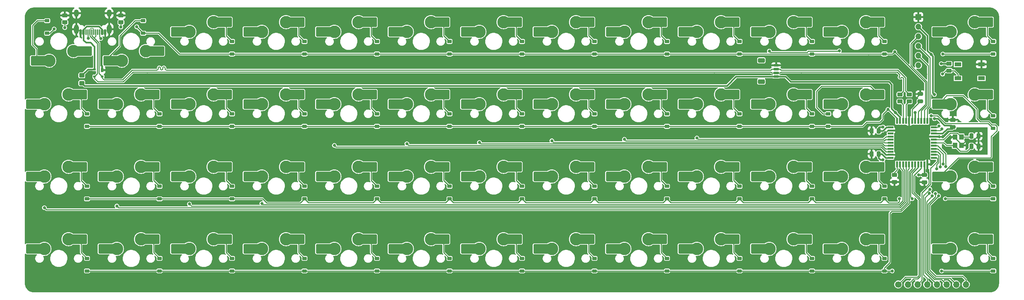
<source format=gbr>
%TF.GenerationSoftware,KiCad,Pcbnew,7.0.1-0*%
%TF.CreationDate,2023-04-23T09:38:45-05:00*%
%TF.ProjectId,pcb,7063622e-6b69-4636-9164-5f7063625858,rev?*%
%TF.SameCoordinates,Original*%
%TF.FileFunction,Copper,L2,Bot*%
%TF.FilePolarity,Positive*%
%FSLAX46Y46*%
G04 Gerber Fmt 4.6, Leading zero omitted, Abs format (unit mm)*
G04 Created by KiCad (PCBNEW 7.0.1-0) date 2023-04-23 09:38:45*
%MOMM*%
%LPD*%
G01*
G04 APERTURE LIST*
G04 Aperture macros list*
%AMRoundRect*
0 Rectangle with rounded corners*
0 $1 Rounding radius*
0 $2 $3 $4 $5 $6 $7 $8 $9 X,Y pos of 4 corners*
0 Add a 4 corners polygon primitive as box body*
4,1,4,$2,$3,$4,$5,$6,$7,$8,$9,$2,$3,0*
0 Add four circle primitives for the rounded corners*
1,1,$1+$1,$2,$3*
1,1,$1+$1,$4,$5*
1,1,$1+$1,$6,$7*
1,1,$1+$1,$8,$9*
0 Add four rect primitives between the rounded corners*
20,1,$1+$1,$2,$3,$4,$5,0*
20,1,$1+$1,$4,$5,$6,$7,0*
20,1,$1+$1,$6,$7,$8,$9,0*
20,1,$1+$1,$8,$9,$2,$3,0*%
G04 Aperture macros list end*
%TA.AperFunction,SMDPad,CuDef*%
%ADD10RoundRect,0.225000X0.375000X-0.225000X0.375000X0.225000X-0.375000X0.225000X-0.375000X-0.225000X0*%
%TD*%
%TA.AperFunction,SMDPad,CuDef*%
%ADD11RoundRect,0.250000X0.475000X-0.250000X0.475000X0.250000X-0.475000X0.250000X-0.475000X-0.250000X0*%
%TD*%
%TA.AperFunction,SMDPad,CuDef*%
%ADD12RoundRect,0.250000X0.450000X-0.262500X0.450000X0.262500X-0.450000X0.262500X-0.450000X-0.262500X0*%
%TD*%
%TA.AperFunction,ComponentPad*%
%ADD13C,3.300000*%
%TD*%
%TA.AperFunction,SMDPad,CuDef*%
%ADD14R,1.650000X2.500000*%
%TD*%
%TA.AperFunction,SMDPad,CuDef*%
%ADD15RoundRect,0.250000X1.025000X1.000000X-1.025000X1.000000X-1.025000X-1.000000X1.025000X-1.000000X0*%
%TD*%
%TA.AperFunction,SMDPad,CuDef*%
%ADD16RoundRect,0.250000X0.450000X-0.325000X0.450000X0.325000X-0.450000X0.325000X-0.450000X-0.325000X0*%
%TD*%
%TA.AperFunction,SMDPad,CuDef*%
%ADD17RoundRect,0.250000X-0.250000X-0.475000X0.250000X-0.475000X0.250000X0.475000X-0.250000X0.475000X0*%
%TD*%
%TA.AperFunction,SMDPad,CuDef*%
%ADD18RoundRect,0.250000X0.250000X0.475000X-0.250000X0.475000X-0.250000X-0.475000X0.250000X-0.475000X0*%
%TD*%
%TA.AperFunction,ComponentPad*%
%ADD19O,1.300000X2.400000*%
%TD*%
%TA.AperFunction,ComponentPad*%
%ADD20O,1.300000X1.900000*%
%TD*%
%TA.AperFunction,SMDPad,CuDef*%
%ADD21RoundRect,0.075000X-0.075000X-0.650000X0.075000X-0.650000X0.075000X0.650000X-0.075000X0.650000X0*%
%TD*%
%TA.AperFunction,SMDPad,CuDef*%
%ADD22RoundRect,0.150000X-0.150000X-0.575000X0.150000X-0.575000X0.150000X0.575000X-0.150000X0.575000X0*%
%TD*%
%TA.AperFunction,SMDPad,CuDef*%
%ADD23R,1.200000X1.400000*%
%TD*%
%TA.AperFunction,SMDPad,CuDef*%
%ADD24RoundRect,0.250000X-0.450000X0.262500X-0.450000X-0.262500X0.450000X-0.262500X0.450000X0.262500X0*%
%TD*%
%TA.AperFunction,SMDPad,CuDef*%
%ADD25RoundRect,0.250000X-0.475000X0.250000X-0.475000X-0.250000X0.475000X-0.250000X0.475000X0.250000X0*%
%TD*%
%TA.AperFunction,SMDPad,CuDef*%
%ADD26R,0.700000X1.000000*%
%TD*%
%TA.AperFunction,SMDPad,CuDef*%
%ADD27R,0.700000X0.600000*%
%TD*%
%TA.AperFunction,SMDPad,CuDef*%
%ADD28RoundRect,0.250000X0.650000X-0.350000X0.650000X0.350000X-0.650000X0.350000X-0.650000X-0.350000X0*%
%TD*%
%TA.AperFunction,SMDPad,CuDef*%
%ADD29RoundRect,0.150000X0.625000X-0.150000X0.625000X0.150000X-0.625000X0.150000X-0.625000X-0.150000X0*%
%TD*%
%TA.AperFunction,ComponentPad*%
%ADD30C,1.700000*%
%TD*%
%TA.AperFunction,ComponentPad*%
%ADD31O,1.700000X1.700000*%
%TD*%
%TA.AperFunction,SMDPad,CuDef*%
%ADD32R,0.550000X1.500000*%
%TD*%
%TA.AperFunction,SMDPad,CuDef*%
%ADD33R,1.500000X0.550000*%
%TD*%
%TA.AperFunction,SMDPad,CuDef*%
%ADD34RoundRect,0.250000X-1.025000X-1.000000X1.025000X-1.000000X1.025000X1.000000X-1.025000X1.000000X0*%
%TD*%
%TA.AperFunction,ComponentPad*%
%ADD35O,1.524000X1.524000*%
%TD*%
%TA.AperFunction,ComponentPad*%
%ADD36R,1.524000X1.524000*%
%TD*%
%TA.AperFunction,SMDPad,CuDef*%
%ADD37R,1.800000X1.100000*%
%TD*%
%TA.AperFunction,ViaPad*%
%ADD38C,0.812800*%
%TD*%
%TA.AperFunction,Conductor*%
%ADD39C,0.254000*%
%TD*%
%TA.AperFunction,Conductor*%
%ADD40C,0.381000*%
%TD*%
%TA.AperFunction,Conductor*%
%ADD41C,0.203200*%
%TD*%
G04 APERTURE END LIST*
D10*
%TO.P,D7,1,K*%
%TO.N,row0*%
X156225000Y-33075000D03*
%TO.P,D7,2,A*%
%TO.N,Net-(D7-A)*%
X156225000Y-29775000D03*
%TD*%
D11*
%TO.P,C4,1*%
%TO.N,VCC*%
X269450000Y-52300000D03*
%TO.P,C4,2*%
%TO.N,GND*%
X269450000Y-50400000D03*
%TD*%
D12*
%TO.P,RSW1,1*%
%TO.N,ISP_Reset*%
X268450000Y-37462500D03*
%TO.P,RSW1,2*%
%TO.N,VCC*%
X268450000Y-35637500D03*
%TD*%
D10*
%TO.P,D8,1,K*%
%TO.N,row0*%
X175275000Y-33075000D03*
%TO.P,D8,2,A*%
%TO.N,Net-(D8-A)*%
X175275000Y-29775000D03*
%TD*%
%TO.P,D14,1,K*%
%TO.N,row1*%
X41925000Y-52125000D03*
%TO.P,D14,2,A*%
%TO.N,Net-(D14-A)*%
X41925000Y-48825000D03*
%TD*%
D13*
%TO.P,MX42,2,ROW*%
%TO.N,Net-(D42-A)*%
X75168186Y-81835698D03*
D14*
X76968186Y-81835698D03*
D15*
X78718186Y-81835698D03*
%TO.P,MX42,1,COL*%
%TO.N,col2*%
X65268186Y-84375698D03*
D14*
X66993186Y-84375698D03*
D13*
X68818186Y-84375698D03*
%TD*%
D10*
%TO.P,D35,1,K*%
%TO.N,row2*%
X194325000Y-71200000D03*
%TO.P,D35,2,A*%
%TO.N,Net-(D35-A)*%
X194325000Y-67900000D03*
%TD*%
%TO.P,D11,1,K*%
%TO.N,row0*%
X232425000Y-33075000D03*
%TO.P,D11,2,A*%
%TO.N,Net-(D11-A)*%
X232425000Y-29775000D03*
%TD*%
D16*
%TO.P,F1,1*%
%TO.N,VCC*%
X40550000Y-40750000D03*
%TO.P,F1,2*%
%TO.N,VBUS*%
X40550000Y-38700000D03*
%TD*%
D13*
%TO.P,MX9,2,ROW*%
%TO.N,Net-(D9-A)*%
X189468282Y-24685650D03*
D14*
X191268282Y-24685650D03*
D15*
X193018282Y-24685650D03*
%TO.P,MX9,1,COL*%
%TO.N,col8*%
X179568282Y-27225650D03*
D14*
X181293282Y-27225650D03*
D13*
X183118282Y-27225650D03*
%TD*%
%TO.P,MX3,2,ROW*%
%TO.N,Net-(D3-A)*%
X75168186Y-24685650D03*
D14*
X76968186Y-24685650D03*
D15*
X78718186Y-24685650D03*
%TO.P,MX3,1,COL*%
%TO.N,col2*%
X65268186Y-27225650D03*
D14*
X66993186Y-27225650D03*
D13*
X68818186Y-27225650D03*
%TD*%
D10*
%TO.P,D39,1,K*%
%TO.N,row2*%
X280050000Y-71200000D03*
%TO.P,D39,2,A*%
%TO.N,Net-(D39-A)*%
X280050000Y-67900000D03*
%TD*%
D13*
%TO.P,MX41,2,ROW*%
%TO.N,Net-(D41-A)*%
X56118170Y-81835698D03*
D14*
X57918170Y-81835698D03*
D15*
X59668170Y-81835698D03*
%TO.P,MX41,1,COL*%
%TO.N,col1*%
X46218170Y-84375698D03*
D14*
X47943170Y-84375698D03*
D13*
X49768170Y-84375698D03*
%TD*%
%TO.P,MX25,2,ROW*%
%TO.N,Net-(D25-A)*%
X246618330Y-43735666D03*
D14*
X248418330Y-43735666D03*
D15*
X250168330Y-43735666D03*
%TO.P,MX25,1,COL*%
%TO.N,col11{slash}miso*%
X236718330Y-46275666D03*
D14*
X238443330Y-46275666D03*
D13*
X240268330Y-46275666D03*
%TD*%
%TO.P,MX22,2,ROW*%
%TO.N,Net-(D22-A)*%
X189468282Y-43735666D03*
D14*
X191268282Y-43735666D03*
D15*
X193018282Y-43735666D03*
%TO.P,MX22,1,COL*%
%TO.N,col8*%
X179568282Y-46275666D03*
D14*
X181293282Y-46275666D03*
D13*
X183118282Y-46275666D03*
%TD*%
%TO.P,MX49,2,ROW*%
%TO.N,Net-(D49-A)*%
X208518298Y-81835698D03*
D14*
X210318298Y-81835698D03*
D15*
X212068298Y-81835698D03*
%TO.P,MX49,1,COL*%
%TO.N,col9*%
X198618298Y-84375698D03*
D14*
X200343298Y-84375698D03*
D13*
X202168298Y-84375698D03*
%TD*%
D10*
%TO.P,D46,1,K*%
%TO.N,row3*%
X156225000Y-90200000D03*
%TO.P,D46,2,A*%
%TO.N,Net-(D46-A)*%
X156225000Y-86900000D03*
%TD*%
%TO.P,D40,1,K*%
%TO.N,row3*%
X41925000Y-90200000D03*
%TO.P,D40,2,A*%
%TO.N,Net-(D40-A)*%
X41925000Y-86900000D03*
%TD*%
D13*
%TO.P,MX10,2,ROW*%
%TO.N,Net-(D10-A)*%
X208518298Y-24685650D03*
D14*
X210318298Y-24685650D03*
D15*
X212068298Y-24685650D03*
%TO.P,MX10,1,COL*%
%TO.N,col9*%
X198618298Y-27225650D03*
D14*
X200343298Y-27225650D03*
D13*
X202168298Y-27225650D03*
%TD*%
D17*
%TO.P,CX1,1*%
%TO.N,XTAL2*%
X274300000Y-54650000D03*
%TO.P,CX1,2*%
%TO.N,GND*%
X276200000Y-54650000D03*
%TD*%
D18*
%TO.P,C1,1*%
%TO.N,VCC*%
X249975000Y-53325000D03*
%TO.P,C1,2*%
%TO.N,GND*%
X248075000Y-53325000D03*
%TD*%
D19*
%TO.P,USB1,S,SHIELD*%
%TO.N,GND*%
X47757849Y-26564085D03*
D20*
X47757849Y-22364085D03*
D19*
X39157849Y-26564085D03*
D20*
X39157849Y-22364085D03*
D21*
%TO.P,USB1,B8,SBU2*%
%TO.N,unconnected-(USB1-SBU2-PadB8)*%
X41707849Y-27339085D03*
%TO.P,USB1,B7,D-*%
%TO.N,DBUS-*%
X42707849Y-27339085D03*
%TO.P,USB1,B6,D+*%
%TO.N,DBUS+*%
X44207849Y-27339085D03*
%TO.P,USB1,B5,CC2*%
%TO.N,Net-(USB1-CC2)*%
X45207849Y-27339085D03*
D22*
%TO.P,USB1,B4,VBUS*%
%TO.N,VBUS*%
X45907849Y-27339085D03*
%TO.P,USB1,B1,GND*%
%TO.N,GND*%
X46707849Y-27339085D03*
D21*
%TO.P,USB1,A8,SBU1*%
%TO.N,unconnected-(USB1-SBU1-PadA8)*%
X44707849Y-27339085D03*
%TO.P,USB1,A7,D-*%
%TO.N,DBUS-*%
X43707849Y-27339085D03*
%TO.P,USB1,A6,D+*%
%TO.N,DBUS+*%
X43203849Y-27339085D03*
%TO.P,USB1,A5,CC1*%
%TO.N,Net-(USB1-CC1)*%
X42207849Y-27339085D03*
D22*
%TO.P,USB1,A4,VBUS*%
%TO.N,VBUS*%
X41007849Y-27339085D03*
%TO.P,USB1,A1,GND*%
%TO.N,GND*%
X40207849Y-27339085D03*
%TD*%
D10*
%TO.P,D4,1,K*%
%TO.N,row0*%
X99075000Y-33075000D03*
%TO.P,D4,2,A*%
%TO.N,Net-(D4-A)*%
X99075000Y-29775000D03*
%TD*%
D23*
%TO.P,Y1,1,1*%
%TO.N,XTAL2*%
X271700000Y-54925000D03*
%TO.P,Y1,2,2*%
%TO.N,GND*%
X271700000Y-57125000D03*
%TO.P,Y1,3,3*%
%TO.N,XTAL1*%
X270000000Y-57125000D03*
%TO.P,Y1,4,4*%
%TO.N,GND*%
X270000000Y-54925000D03*
%TD*%
D18*
%TO.P,C2,1*%
%TO.N,VCC*%
X249975000Y-59375000D03*
%TO.P,C2,2*%
%TO.N,GND*%
X248075000Y-59375000D03*
%TD*%
D13*
%TO.P,MX19,2,ROW*%
%TO.N,Net-(D19-A)*%
X132318234Y-43735666D03*
D14*
X134118234Y-43735666D03*
D15*
X135868234Y-43735666D03*
%TO.P,MX19,1,COL*%
%TO.N,col5*%
X122418234Y-46275666D03*
D14*
X124143234Y-46275666D03*
D13*
X125968234Y-46275666D03*
%TD*%
D10*
%TO.P,D29,1,K*%
%TO.N,row2*%
X80025000Y-71200000D03*
%TO.P,D29,2,A*%
%TO.N,Net-(D29-A)*%
X80025000Y-67900000D03*
%TD*%
D13*
%TO.P,MX21,2,ROW*%
%TO.N,Net-(D21-A)*%
X170418266Y-43735666D03*
D14*
X172218266Y-43735666D03*
D15*
X173968266Y-43735666D03*
%TO.P,MX21,1,COL*%
%TO.N,col7*%
X160518266Y-46275666D03*
D14*
X162243266Y-46275666D03*
D13*
X164068266Y-46275666D03*
%TD*%
D10*
%TO.P,D24,1,K*%
%TO.N,row1*%
X232425000Y-52125000D03*
%TO.P,D24,2,A*%
%TO.N,Net-(D24-A)*%
X232425000Y-48825000D03*
%TD*%
%TO.P,D31,1,K*%
%TO.N,row2*%
X118125000Y-71200000D03*
%TO.P,D31,2,A*%
%TO.N,Net-(D31-A)*%
X118125000Y-67900000D03*
%TD*%
%TO.P,D45,1,K*%
%TO.N,row3*%
X137175000Y-90200000D03*
%TO.P,D45,2,A*%
%TO.N,Net-(D45-A)*%
X137175000Y-86900000D03*
%TD*%
%TO.P,D16,1,K*%
%TO.N,row1*%
X80025000Y-52125000D03*
%TO.P,D16,2,A*%
%TO.N,Net-(D16-A)*%
X80025000Y-48825000D03*
%TD*%
%TO.P,D41,1,K*%
%TO.N,row3*%
X60975000Y-90200000D03*
%TO.P,D41,2,A*%
%TO.N,Net-(D41-A)*%
X60975000Y-86900000D03*
%TD*%
D13*
%TO.P,MX16,2,ROW*%
%TO.N,Net-(D16-A)*%
X75168186Y-43735666D03*
D14*
X76968186Y-43735666D03*
D15*
X78718186Y-43735666D03*
%TO.P,MX16,1,COL*%
%TO.N,col2*%
X65268186Y-46275666D03*
D14*
X66993186Y-46275666D03*
D13*
X68818186Y-46275666D03*
%TD*%
D10*
%TO.P,D13,1,K*%
%TO.N,row0*%
X280050000Y-33075000D03*
%TO.P,D13,2,A*%
%TO.N,Net-(D13-A)*%
X280050000Y-29775000D03*
%TD*%
D13*
%TO.P,MX32,2,ROW*%
%TO.N,Net-(D32-A)*%
X132318234Y-62785682D03*
D14*
X134118234Y-62785682D03*
D15*
X135868234Y-62785682D03*
%TO.P,MX32,1,COL*%
%TO.N,col5*%
X122418234Y-65325682D03*
D14*
X124143234Y-65325682D03*
D13*
X125968234Y-65325682D03*
%TD*%
D10*
%TO.P,D49,1,K*%
%TO.N,row3*%
X213375000Y-90200000D03*
%TO.P,D49,2,A*%
%TO.N,Net-(D49-A)*%
X213375000Y-86900000D03*
%TD*%
D24*
%TO.P,R3,1*%
%TO.N,DBUS+*%
X257975000Y-43737500D03*
%TO.P,R3,2*%
%TO.N,D+*%
X257975000Y-45562500D03*
%TD*%
D13*
%TO.P,MX8,2,ROW*%
%TO.N,Net-(D8-A)*%
X170418266Y-24685650D03*
D14*
X172218266Y-24685650D03*
D15*
X173968266Y-24685650D03*
%TO.P,MX8,1,COL*%
%TO.N,col7*%
X160518266Y-27225650D03*
D14*
X162243266Y-27225650D03*
D13*
X164068266Y-27225650D03*
%TD*%
D10*
%TO.P,D51,1,K*%
%TO.N,row3*%
X251475000Y-90200000D03*
%TO.P,D51,2,A*%
%TO.N,Net-(D51-A)*%
X251475000Y-86900000D03*
%TD*%
%TO.P,D50,1,K*%
%TO.N,row3*%
X232425000Y-90200000D03*
%TO.P,D50,2,A*%
%TO.N,Net-(D50-A)*%
X232425000Y-86900000D03*
%TD*%
D11*
%TO.P,C5,1*%
%TO.N,Net-(U1-UCAP)*%
X260875000Y-45525000D03*
%TO.P,C5,2*%
%TO.N,GND*%
X260875000Y-43625000D03*
%TD*%
D10*
%TO.P,D52,1,K*%
%TO.N,row3*%
X280050000Y-90200000D03*
%TO.P,D52,2,A*%
%TO.N,Net-(D52-A)*%
X280050000Y-86900000D03*
%TD*%
D12*
%TO.P,R2,1*%
%TO.N,D-*%
X255550000Y-45562500D03*
%TO.P,R2,2*%
%TO.N,DBUS-*%
X255550000Y-43737500D03*
%TD*%
D13*
%TO.P,MX33,2,ROW*%
%TO.N,Net-(D33-A)*%
X151368250Y-62785682D03*
D14*
X153168250Y-62785682D03*
D15*
X154918250Y-62785682D03*
%TO.P,MX33,1,COL*%
%TO.N,col6*%
X141468250Y-65325682D03*
D14*
X143193250Y-65325682D03*
D13*
X145018250Y-65325682D03*
%TD*%
D10*
%TO.P,D37,1,K*%
%TO.N,row2*%
X232425000Y-71200000D03*
%TO.P,D37,2,A*%
%TO.N,Net-(D37-A)*%
X232425000Y-67900000D03*
%TD*%
%TO.P,D3,1,K*%
%TO.N,row0*%
X80025000Y-33075000D03*
%TO.P,D3,2,A*%
%TO.N,Net-(D3-A)*%
X80025000Y-29775000D03*
%TD*%
D25*
%TO.P,C3,1*%
%TO.N,VCC*%
X261950000Y-64925000D03*
%TO.P,C3,2*%
%TO.N,GND*%
X261950000Y-66825000D03*
%TD*%
D13*
%TO.P,MX37,2,ROW*%
%TO.N,Net-(D37-A)*%
X227568314Y-62785682D03*
D14*
X229368314Y-62785682D03*
D15*
X231118314Y-62785682D03*
%TO.P,MX37,1,COL*%
%TO.N,col10{slash}mosi*%
X217668314Y-65325682D03*
D14*
X219393314Y-65325682D03*
D13*
X221218314Y-65325682D03*
%TD*%
D10*
%TO.P,D18,1,K*%
%TO.N,row1*%
X118125000Y-52125000D03*
%TO.P,D18,2,A*%
%TO.N,Net-(D18-A)*%
X118125000Y-48825000D03*
%TD*%
%TO.P,D28,1,K*%
%TO.N,row2*%
X60975000Y-71200000D03*
%TO.P,D28,2,A*%
%TO.N,Net-(D28-A)*%
X60975000Y-67900000D03*
%TD*%
D13*
%TO.P,MX34,2,ROW*%
%TO.N,Net-(D34-A)*%
X170418266Y-62785682D03*
D14*
X172218266Y-62785682D03*
D15*
X173968266Y-62785682D03*
%TO.P,MX34,1,COL*%
%TO.N,col7*%
X160518266Y-65325682D03*
D14*
X162243266Y-65325682D03*
D13*
X164068266Y-65325682D03*
%TD*%
%TO.P,MX28,2,ROW*%
%TO.N,Net-(D28-A)*%
X56118170Y-62785682D03*
D14*
X57918170Y-62785682D03*
D15*
X59668170Y-62785682D03*
%TO.P,MX28,1,COL*%
%TO.N,col1*%
X46218170Y-65325682D03*
D14*
X47943170Y-65325682D03*
D13*
X49768170Y-65325682D03*
%TD*%
%TO.P,MX47,2,ROW*%
%TO.N,Net-(D47-A)*%
X170418266Y-81835698D03*
D14*
X172218266Y-81835698D03*
D15*
X173968266Y-81835698D03*
%TO.P,MX47,1,COL*%
%TO.N,col7*%
X160518266Y-84375698D03*
D14*
X162243266Y-84375698D03*
D13*
X164068266Y-84375698D03*
%TD*%
D10*
%TO.P,D32,1,K*%
%TO.N,row2*%
X137175000Y-71200000D03*
%TO.P,D32,2,A*%
%TO.N,Net-(D32-A)*%
X137175000Y-67900000D03*
%TD*%
D13*
%TO.P,MX45,2,ROW*%
%TO.N,Net-(D45-A)*%
X132318234Y-81835698D03*
D14*
X134118234Y-81835698D03*
D15*
X135868234Y-81835698D03*
%TO.P,MX45,1,COL*%
%TO.N,col5*%
X122418234Y-84375698D03*
D14*
X124143234Y-84375698D03*
D13*
X125968234Y-84375698D03*
%TD*%
D24*
%TO.P,RCC2,1*%
%TO.N,GND*%
X50850000Y-22912500D03*
%TO.P,RCC2,2*%
%TO.N,Net-(USB1-CC2)*%
X50850000Y-24737500D03*
%TD*%
D10*
%TO.P,D5,1,K*%
%TO.N,row0*%
X118125000Y-33075000D03*
%TO.P,D5,2,A*%
%TO.N,Net-(D5-A)*%
X118125000Y-29775000D03*
%TD*%
D13*
%TO.P,MX4,2,ROW*%
%TO.N,Net-(D4-A)*%
X94218202Y-24685650D03*
D14*
X96018202Y-24685650D03*
D15*
X97768202Y-24685650D03*
%TO.P,MX4,1,COL*%
%TO.N,col3*%
X84318202Y-27225650D03*
D14*
X86043202Y-27225650D03*
D13*
X87868202Y-27225650D03*
%TD*%
D10*
%TO.P,D27,1,K*%
%TO.N,row2*%
X41925000Y-71200000D03*
%TO.P,D27,2,A*%
%TO.N,Net-(D27-A)*%
X41925000Y-67900000D03*
%TD*%
D13*
%TO.P,MX29,2,ROW*%
%TO.N,Net-(D29-A)*%
X75168186Y-62785682D03*
D14*
X76968186Y-62785682D03*
D15*
X78718186Y-62785682D03*
%TO.P,MX29,1,COL*%
%TO.N,col2*%
X65268186Y-65325682D03*
D14*
X66993186Y-65325682D03*
D13*
X68818186Y-65325682D03*
%TD*%
D26*
%TO.P,U2,1,GND*%
%TO.N,GND*%
X45910000Y-37310000D03*
D27*
%TO.P,U2,2,I/O1*%
%TO.N,DBUS+*%
X45910000Y-39010000D03*
%TO.P,U2,3,I/O2*%
%TO.N,DBUS-*%
X43910000Y-39010000D03*
%TO.P,U2,4,VCC*%
%TO.N,VBUS*%
X43910000Y-37110000D03*
%TD*%
D13*
%TO.P,MX7,2,ROW*%
%TO.N,Net-(D7-A)*%
X151368250Y-24685650D03*
D14*
X153168250Y-24685650D03*
D15*
X154918250Y-24685650D03*
%TO.P,MX7,1,COL*%
%TO.N,col6*%
X141468250Y-27225650D03*
D14*
X143193250Y-27225650D03*
D13*
X145018250Y-27225650D03*
%TD*%
D10*
%TO.P,D48,1,K*%
%TO.N,row3*%
X194325000Y-90200000D03*
%TO.P,D48,2,A*%
%TO.N,Net-(D48-A)*%
X194325000Y-86900000D03*
%TD*%
%TO.P,D34,1,K*%
%TO.N,row2*%
X175275000Y-71200000D03*
%TO.P,D34,2,A*%
%TO.N,Net-(D34-A)*%
X175275000Y-67900000D03*
%TD*%
D13*
%TO.P,MX18,2,ROW*%
%TO.N,Net-(D18-A)*%
X113268218Y-43735666D03*
D14*
X115068218Y-43735666D03*
D15*
X116818218Y-43735666D03*
%TO.P,MX18,1,COL*%
%TO.N,col4*%
X103368218Y-46275666D03*
D14*
X105093218Y-46275666D03*
D13*
X106918218Y-46275666D03*
%TD*%
D10*
%TO.P,D20,1,K*%
%TO.N,row1*%
X156225000Y-52125000D03*
%TO.P,D20,2,A*%
%TO.N,Net-(D20-A)*%
X156225000Y-48825000D03*
%TD*%
D13*
%TO.P,MX39,2,ROW*%
%TO.N,Net-(D39-A)*%
X275193354Y-62785682D03*
D14*
X276993354Y-62785682D03*
D15*
X278743354Y-62785682D03*
%TO.P,MX39,1,COL*%
%TO.N,col12{slash}sck*%
X265293354Y-65325682D03*
D14*
X267018354Y-65325682D03*
D13*
X268843354Y-65325682D03*
%TD*%
D28*
%TO.P,J3,MP*%
%TO.N,N/C*%
X219125000Y-34750000D03*
X219125000Y-40350000D03*
D29*
%TO.P,J3,4,4*%
%TO.N,GND*%
X223000000Y-36050000D03*
%TO.P,J3,3,3*%
%TO.N,DBUS+*%
X223000000Y-37050000D03*
%TO.P,J3,2,2*%
%TO.N,DBUS-*%
X223000000Y-38050000D03*
%TO.P,J3,1,1*%
%TO.N,VCC*%
X223000000Y-39050000D03*
%TD*%
D13*
%TO.P,MX24,2,ROW*%
%TO.N,Net-(D24-A)*%
X227568314Y-43735666D03*
D14*
X229368314Y-43735666D03*
D15*
X231118314Y-43735666D03*
%TO.P,MX24,1,COL*%
%TO.N,col10{slash}mosi*%
X217668314Y-46275666D03*
D14*
X219393314Y-46275666D03*
D13*
X221218314Y-46275666D03*
%TD*%
D10*
%TO.P,D19,1,K*%
%TO.N,row1*%
X137175000Y-52125000D03*
%TO.P,D19,2,A*%
%TO.N,Net-(D19-A)*%
X137175000Y-48825000D03*
%TD*%
D13*
%TO.P,MX43,2,ROW*%
%TO.N,Net-(D43-A)*%
X94218202Y-81835698D03*
D14*
X96018202Y-81835698D03*
D15*
X97768202Y-81835698D03*
%TO.P,MX43,1,COL*%
%TO.N,col3*%
X84318202Y-84375698D03*
D14*
X86043202Y-84375698D03*
D13*
X87868202Y-84375698D03*
%TD*%
%TO.P,MX13,2,ROW*%
%TO.N,Net-(D13-A)*%
X275193354Y-24685650D03*
D14*
X276993354Y-24685650D03*
D15*
X278743354Y-24685650D03*
%TO.P,MX13,1,COL*%
%TO.N,col12{slash}sck*%
X265293354Y-27225650D03*
D14*
X267018354Y-27225650D03*
D13*
X268843354Y-27225650D03*
%TD*%
%TO.P,MX6,2,ROW*%
%TO.N,Net-(D6-A)*%
X132318234Y-24685650D03*
D14*
X134118234Y-24685650D03*
D15*
X135868234Y-24685650D03*
%TO.P,MX6,1,COL*%
%TO.N,col5*%
X122418234Y-27225650D03*
D14*
X124143234Y-27225650D03*
D13*
X125968234Y-27225650D03*
%TD*%
%TO.P,MX36,2,ROW*%
%TO.N,Net-(D36-A)*%
X208518298Y-62785682D03*
D14*
X210318298Y-62785682D03*
D15*
X212068298Y-62785682D03*
%TO.P,MX36,1,COL*%
%TO.N,col9*%
X198618298Y-65325682D03*
D14*
X200343298Y-65325682D03*
D13*
X202168298Y-65325682D03*
%TD*%
D12*
%TO.P,R1,1*%
%TO.N,GND*%
X254125000Y-66775000D03*
%TO.P,R1,2*%
%TO.N,Net-(U1-~{HWB}{slash}PE2)*%
X254125000Y-64950000D03*
%TD*%
D30*
%TO.P,J5,1,Pin_1*%
%TO.N,extra1*%
X255075000Y-93750000D03*
D31*
%TO.P,J5,2,Pin_2*%
%TO.N,extra2*%
X257615000Y-93750000D03*
%TO.P,J5,3,Pin_3*%
%TO.N,extra3*%
X260155000Y-93750000D03*
%TO.P,J5,4,Pin_4*%
%TO.N,extra4*%
X262695000Y-93750000D03*
%TO.P,J5,5,Pin_5*%
%TO.N,extra5*%
X265235000Y-93750000D03*
%TO.P,J5,6,Pin_6*%
%TO.N,extra6*%
X267775000Y-93750000D03*
%TO.P,J5,7,Pin_7*%
%TO.N,extra7*%
X270315000Y-93750000D03*
%TO.P,J5,8,Pin_8*%
%TO.N,extra8*%
X272855000Y-93750000D03*
%TD*%
D10*
%TO.P,D6,1,K*%
%TO.N,row0*%
X137175000Y-33075000D03*
%TO.P,D6,2,A*%
%TO.N,Net-(D6-A)*%
X137175000Y-29775000D03*
%TD*%
D13*
%TO.P,MX30,2,ROW*%
%TO.N,Net-(D30-A)*%
X94218202Y-62785682D03*
D14*
X96018202Y-62785682D03*
D15*
X97768202Y-62785682D03*
%TO.P,MX30,1,COL*%
%TO.N,col3*%
X84318202Y-65325682D03*
D14*
X86043202Y-65325682D03*
D13*
X87868202Y-65325682D03*
%TD*%
D10*
%TO.P,D12,1,K*%
%TO.N,row0*%
X251475000Y-33075000D03*
%TO.P,D12,2,A*%
%TO.N,Net-(D12-A)*%
X251475000Y-29775000D03*
%TD*%
%TO.P,D30,1,K*%
%TO.N,row2*%
X99075000Y-71200000D03*
%TO.P,D30,2,A*%
%TO.N,Net-(D30-A)*%
X99075000Y-67900000D03*
%TD*%
%TO.P,D2,1,K*%
%TO.N,row0*%
X56675000Y-27600000D03*
%TO.P,D2,2,A*%
%TO.N,Net-(D2-A)*%
X56675000Y-24300000D03*
%TD*%
D17*
%TO.P,CX2,1*%
%TO.N,XTAL1*%
X274300000Y-57350000D03*
%TO.P,CX2,2*%
%TO.N,GND*%
X276200000Y-57350000D03*
%TD*%
D13*
%TO.P,MX35,2,ROW*%
%TO.N,Net-(D35-A)*%
X189468282Y-62785682D03*
D14*
X191268282Y-62785682D03*
D15*
X193018282Y-62785682D03*
%TO.P,MX35,1,COL*%
%TO.N,col8*%
X179568282Y-65325682D03*
D14*
X181293282Y-65325682D03*
D13*
X183118282Y-65325682D03*
%TD*%
%TO.P,MX15,2,ROW*%
%TO.N,Net-(D15-A)*%
X56118170Y-43735666D03*
D14*
X57918170Y-43735666D03*
D15*
X59668170Y-43735666D03*
%TO.P,MX15,1,COL*%
%TO.N,col1*%
X46218170Y-46275666D03*
D14*
X47943170Y-46275666D03*
D13*
X49768170Y-46275666D03*
%TD*%
%TO.P,MX48,2,ROW*%
%TO.N,Net-(D48-A)*%
X189468282Y-81835698D03*
D14*
X191268282Y-81835698D03*
D15*
X193018282Y-81835698D03*
%TO.P,MX48,1,COL*%
%TO.N,col8*%
X179568282Y-84375698D03*
D14*
X181293282Y-84375698D03*
D13*
X183118282Y-84375698D03*
%TD*%
D10*
%TO.P,D33,1,K*%
%TO.N,row2*%
X156225000Y-71200000D03*
%TO.P,D33,2,A*%
%TO.N,Net-(D33-A)*%
X156225000Y-67900000D03*
%TD*%
D13*
%TO.P,MX31,2,ROW*%
%TO.N,Net-(D31-A)*%
X113268218Y-62785682D03*
D14*
X115068218Y-62785682D03*
D15*
X116818218Y-62785682D03*
%TO.P,MX31,1,COL*%
%TO.N,col4*%
X103368218Y-65325682D03*
D14*
X105093218Y-65325682D03*
D13*
X106918218Y-65325682D03*
%TD*%
D10*
%TO.P,D22,1,K*%
%TO.N,row1*%
X194325000Y-52125000D03*
%TO.P,D22,2,A*%
%TO.N,Net-(D22-A)*%
X194325000Y-48825000D03*
%TD*%
D13*
%TO.P,MX17,2,ROW*%
%TO.N,Net-(D17-A)*%
X94218202Y-43735666D03*
D14*
X96018202Y-43735666D03*
D15*
X97768202Y-43735666D03*
%TO.P,MX17,1,COL*%
%TO.N,col3*%
X84318202Y-46275666D03*
D14*
X86043202Y-46275666D03*
D13*
X87868202Y-46275666D03*
%TD*%
D24*
%TO.P,RCC1,1*%
%TO.N,GND*%
X36100000Y-22912500D03*
%TO.P,RCC1,2*%
%TO.N,Net-(USB1-CC1)*%
X36100000Y-24737500D03*
%TD*%
D10*
%TO.P,D36,1,K*%
%TO.N,row2*%
X213375000Y-71200000D03*
%TO.P,D36,2,A*%
%TO.N,Net-(D36-A)*%
X213375000Y-67900000D03*
%TD*%
D13*
%TO.P,MX51,2,ROW*%
%TO.N,Net-(D51-A)*%
X246618330Y-81835698D03*
D14*
X248418330Y-81835698D03*
D15*
X250168330Y-81835698D03*
%TO.P,MX51,1,COL*%
%TO.N,col11{slash}miso*%
X236718330Y-84375698D03*
D14*
X238443330Y-84375698D03*
D13*
X240268330Y-84375698D03*
%TD*%
D32*
%TO.P,U1,1,PE6*%
%TO.N,row1*%
X254750000Y-50725000D03*
%TO.P,U1,2,UVCC*%
%TO.N,VCC*%
X255550000Y-50725000D03*
%TO.P,U1,3,D-*%
%TO.N,D-*%
X256350000Y-50725000D03*
%TO.P,U1,4,D+*%
%TO.N,D+*%
X257150000Y-50725000D03*
%TO.P,U1,5,UGND*%
%TO.N,GND*%
X257950000Y-50725000D03*
%TO.P,U1,6,UCAP*%
%TO.N,Net-(U1-UCAP)*%
X258750000Y-50725000D03*
%TO.P,U1,7,VBUS*%
%TO.N,VCC*%
X259550000Y-50725000D03*
%TO.P,U1,8,PB0*%
%TO.N,row0*%
X260350000Y-50725000D03*
%TO.P,U1,9,PB1*%
%TO.N,col12{slash}sck*%
X261150000Y-50725000D03*
%TO.P,U1,10,PB2*%
%TO.N,col10{slash}mosi*%
X261950000Y-50725000D03*
%TO.P,U1,11,PB3*%
%TO.N,col11{slash}miso*%
X262750000Y-50725000D03*
D33*
%TO.P,U1,12,PB7*%
%TO.N,extra8*%
X264450000Y-52425000D03*
%TO.P,U1,13,~{RESET}*%
%TO.N,ISP_Reset*%
X264450000Y-53225000D03*
%TO.P,U1,14,VCC*%
%TO.N,VCC*%
X264450000Y-54025000D03*
%TO.P,U1,15,GND*%
%TO.N,GND*%
X264450000Y-54825000D03*
%TO.P,U1,16,XTAL2*%
%TO.N,XTAL2*%
X264450000Y-55625000D03*
%TO.P,U1,17,XTAL1*%
%TO.N,XTAL1*%
X264450000Y-56425000D03*
%TO.P,U1,18,PD0*%
%TO.N,extra7*%
X264450000Y-57225000D03*
%TO.P,U1,19,PD1*%
%TO.N,extra6*%
X264450000Y-58025000D03*
%TO.P,U1,20,PD2*%
%TO.N,extra5*%
X264450000Y-58825000D03*
%TO.P,U1,21,PD3*%
%TO.N,extra4*%
X264450000Y-59625000D03*
%TO.P,U1,22,PD5*%
%TO.N,extra3*%
X264450000Y-60425000D03*
D32*
%TO.P,U1,23,GND*%
%TO.N,GND*%
X262750000Y-62125000D03*
%TO.P,U1,24,AVCC*%
%TO.N,VCC*%
X261950000Y-62125000D03*
%TO.P,U1,25,PD4*%
%TO.N,extra2*%
X261150000Y-62125000D03*
%TO.P,U1,26,PD6*%
%TO.N,extra1*%
X260350000Y-62125000D03*
%TO.P,U1,27,PD7*%
%TO.N,row2*%
X259550000Y-62125000D03*
%TO.P,U1,28,PB4*%
%TO.N,row3*%
X258750000Y-62125000D03*
%TO.P,U1,29,PB5*%
%TO.N,col0*%
X257950000Y-62125000D03*
%TO.P,U1,30,PB6*%
%TO.N,col1*%
X257150000Y-62125000D03*
%TO.P,U1,31,PC6*%
%TO.N,col2*%
X256350000Y-62125000D03*
%TO.P,U1,32,PC7*%
%TO.N,col3*%
X255550000Y-62125000D03*
%TO.P,U1,33,~{HWB}/PE2*%
%TO.N,Net-(U1-~{HWB}{slash}PE2)*%
X254750000Y-62125000D03*
D33*
%TO.P,U1,34,VCC*%
%TO.N,VCC*%
X253050000Y-60425000D03*
%TO.P,U1,35,GND*%
%TO.N,GND*%
X253050000Y-59625000D03*
%TO.P,U1,36,PF7*%
%TO.N,col4*%
X253050000Y-58825000D03*
%TO.P,U1,37,PF6*%
%TO.N,col5*%
X253050000Y-58025000D03*
%TO.P,U1,38,PF5*%
%TO.N,col6*%
X253050000Y-57225000D03*
%TO.P,U1,39,PF4*%
%TO.N,col7*%
X253050000Y-56425000D03*
%TO.P,U1,40,PF1*%
%TO.N,col8*%
X253050000Y-55625000D03*
%TO.P,U1,41,PF0*%
%TO.N,col9*%
X253050000Y-54825000D03*
%TO.P,U1,42,AREF*%
%TO.N,unconnected-(U1-AREF-Pad42)*%
X253050000Y-54025000D03*
%TO.P,U1,43,GND*%
%TO.N,GND*%
X253050000Y-53225000D03*
%TO.P,U1,44,AVCC*%
%TO.N,VCC*%
X253050000Y-52425000D03*
%TD*%
D13*
%TO.P,MX44,2,ROW*%
%TO.N,Net-(D44-A)*%
X113268218Y-81835698D03*
D14*
X115068218Y-81835698D03*
D15*
X116818218Y-81835698D03*
%TO.P,MX44,1,COL*%
%TO.N,col4*%
X103368218Y-84375698D03*
D14*
X105093218Y-84375698D03*
D13*
X106918218Y-84375698D03*
%TD*%
%TO.P,MX27,2,ROW*%
%TO.N,Net-(D27-A)*%
X37068154Y-62785682D03*
D14*
X38868154Y-62785682D03*
D15*
X40618154Y-62785682D03*
%TO.P,MX27,1,COL*%
%TO.N,col0*%
X27168154Y-65325682D03*
D14*
X28893154Y-65325682D03*
D13*
X30718154Y-65325682D03*
%TD*%
%TO.P,MX40,2,ROW*%
%TO.N,Net-(D40-A)*%
X37068154Y-81835698D03*
D14*
X38868154Y-81835698D03*
D15*
X40618154Y-81835698D03*
%TO.P,MX40,1,COL*%
%TO.N,col0*%
X27168154Y-84375698D03*
D14*
X28893154Y-84375698D03*
D13*
X30718154Y-84375698D03*
%TD*%
%TO.P,MX12,2,ROW*%
%TO.N,Net-(D12-A)*%
X246618330Y-24685650D03*
D14*
X248418330Y-24685650D03*
D15*
X250168330Y-24685650D03*
%TO.P,MX12,1,COL*%
%TO.N,col11{slash}miso*%
X236718330Y-27225650D03*
D14*
X238443330Y-27225650D03*
D13*
X240268330Y-27225650D03*
%TD*%
D10*
%TO.P,D43,1,K*%
%TO.N,row3*%
X99075000Y-90200000D03*
%TO.P,D43,2,A*%
%TO.N,Net-(D43-A)*%
X99075000Y-86900000D03*
%TD*%
%TO.P,D47,1,K*%
%TO.N,row3*%
X175275000Y-90200000D03*
%TO.P,D47,2,A*%
%TO.N,Net-(D47-A)*%
X175275000Y-86900000D03*
%TD*%
D13*
%TO.P,MX11,1,COL*%
%TO.N,col10{slash}mosi*%
X221218314Y-27225650D03*
D14*
X219393314Y-27225650D03*
D15*
X217668314Y-27225650D03*
%TO.P,MX11,2,ROW*%
%TO.N,Net-(D11-A)*%
X231118314Y-24685650D03*
D14*
X229368314Y-24685650D03*
D13*
X227568314Y-24685650D03*
%TD*%
D10*
%TO.P,D9,1,K*%
%TO.N,row0*%
X194325000Y-33075000D03*
%TO.P,D9,2,A*%
%TO.N,Net-(D9-A)*%
X194325000Y-29775000D03*
%TD*%
D13*
%TO.P,MX23,2,ROW*%
%TO.N,Net-(D23-A)*%
X208518298Y-43735666D03*
D14*
X210318298Y-43735666D03*
D15*
X212068298Y-43735666D03*
%TO.P,MX23,1,COL*%
%TO.N,col9*%
X198618298Y-46275666D03*
D14*
X200343298Y-46275666D03*
D13*
X202168298Y-46275666D03*
%TD*%
%TO.P,MX52,2,ROW*%
%TO.N,Net-(D52-A)*%
X275193354Y-81835698D03*
D14*
X276993354Y-81835698D03*
D15*
X278743354Y-81835698D03*
%TO.P,MX52,1,COL*%
%TO.N,col12{slash}sck*%
X265293354Y-84375698D03*
D14*
X267018354Y-84375698D03*
D13*
X268843354Y-84375698D03*
%TD*%
D10*
%TO.P,D1,1,K*%
%TO.N,row0*%
X31450000Y-27600000D03*
%TO.P,D1,2,A*%
%TO.N,Net-(D1-A)*%
X31450000Y-24300000D03*
%TD*%
%TO.P,D21,1,K*%
%TO.N,row1*%
X175275000Y-52125000D03*
%TO.P,D21,2,A*%
%TO.N,Net-(D21-A)*%
X175275000Y-48825000D03*
%TD*%
D13*
%TO.P,MX2,2,ROW*%
%TO.N,Net-(D2-A)*%
X51038170Y-34845650D03*
D14*
X49238170Y-34845650D03*
D34*
X47488170Y-34845650D03*
%TO.P,MX2,1,COL*%
%TO.N,col1*%
X60938170Y-32305650D03*
D14*
X59213170Y-32305650D03*
D13*
X57388170Y-32305650D03*
%TD*%
%TO.P,MX50,2,ROW*%
%TO.N,Net-(D50-A)*%
X227568314Y-81835698D03*
D14*
X229368314Y-81835698D03*
D15*
X231118314Y-81835698D03*
%TO.P,MX50,1,COL*%
%TO.N,col10{slash}mosi*%
X217668314Y-84375698D03*
D14*
X219393314Y-84375698D03*
D13*
X221218314Y-84375698D03*
%TD*%
D10*
%TO.P,D38,1,K*%
%TO.N,row2*%
X251475000Y-71200000D03*
%TO.P,D38,2,A*%
%TO.N,Net-(D38-A)*%
X251475000Y-67900000D03*
%TD*%
D13*
%TO.P,MX20,2,ROW*%
%TO.N,Net-(D20-A)*%
X151368250Y-43735666D03*
D14*
X153168250Y-43735666D03*
D15*
X154918250Y-43735666D03*
%TO.P,MX20,1,COL*%
%TO.N,col6*%
X141468250Y-46275666D03*
D14*
X143193250Y-46275666D03*
D13*
X145018250Y-46275666D03*
%TD*%
%TO.P,MX26,2,ROW*%
%TO.N,Net-(D26-A)*%
X275193354Y-43735666D03*
D14*
X276993354Y-43735666D03*
D15*
X278743354Y-43735666D03*
%TO.P,MX26,1,COL*%
%TO.N,col12{slash}sck*%
X265293354Y-46275666D03*
D14*
X267018354Y-46275666D03*
D13*
X268843354Y-46275666D03*
%TD*%
D10*
%TO.P,D15,1,K*%
%TO.N,row1*%
X60975000Y-52125000D03*
%TO.P,D15,2,A*%
%TO.N,Net-(D15-A)*%
X60975000Y-48825000D03*
%TD*%
D13*
%TO.P,MX1,2,ROW*%
%TO.N,Net-(D1-A)*%
X31988154Y-34845650D03*
D14*
X30188154Y-34845650D03*
D34*
X28438154Y-34845650D03*
%TO.P,MX1,1,COL*%
%TO.N,col0*%
X41888154Y-32305650D03*
D14*
X40163154Y-32305650D03*
D13*
X38338154Y-32305650D03*
%TD*%
D35*
%TO.P,J2,1,~{RST}*%
%TO.N,ISP_Reset*%
X260375000Y-36050000D03*
%TO.P,J2,2,VCC*%
%TO.N,VCC*%
X260375000Y-25890000D03*
%TO.P,J2,3,MISO*%
%TO.N,col11{slash}miso*%
X260375000Y-30970000D03*
%TO.P,J2,4,MOSI*%
%TO.N,col10{slash}mosi*%
X260375000Y-33510000D03*
%TO.P,J2,5,SCK*%
%TO.N,col12{slash}sck*%
X260375000Y-28430000D03*
D36*
%TO.P,J2,6,GND*%
%TO.N,GND*%
X260375000Y-23350000D03*
%TD*%
D37*
%TO.P,SW1,4*%
%TO.N,N/C*%
X270750000Y-35775000D03*
%TO.P,SW1,3*%
X276950000Y-39475000D03*
%TO.P,SW1,2,2*%
%TO.N,ISP_Reset*%
X270750000Y-39475000D03*
%TO.P,SW1,1,1*%
%TO.N,GND*%
X276950000Y-35775000D03*
%TD*%
D10*
%TO.P,D23,1,K*%
%TO.N,row1*%
X213375000Y-52125000D03*
%TO.P,D23,2,A*%
%TO.N,Net-(D23-A)*%
X213375000Y-48825000D03*
%TD*%
%TO.P,D25,1,K*%
%TO.N,row1*%
X236675000Y-52125000D03*
%TO.P,D25,2,A*%
%TO.N,Net-(D25-A)*%
X236675000Y-48825000D03*
%TD*%
%TO.P,D42,1,K*%
%TO.N,row3*%
X80025000Y-90200000D03*
%TO.P,D42,2,A*%
%TO.N,Net-(D42-A)*%
X80025000Y-86900000D03*
%TD*%
%TO.P,D26,1,K*%
%TO.N,row1*%
X280050000Y-52650000D03*
%TO.P,D26,2,A*%
%TO.N,Net-(D26-A)*%
X280050000Y-49350000D03*
%TD*%
D13*
%TO.P,MX38,2,ROW*%
%TO.N,Net-(D38-A)*%
X246618330Y-62785682D03*
D14*
X248418330Y-62785682D03*
D15*
X250168330Y-62785682D03*
%TO.P,MX38,1,COL*%
%TO.N,col11{slash}miso*%
X236718330Y-65325682D03*
D14*
X238443330Y-65325682D03*
D13*
X240268330Y-65325682D03*
%TD*%
D10*
%TO.P,D10,1,K*%
%TO.N,row0*%
X213375000Y-33075000D03*
%TO.P,D10,2,A*%
%TO.N,Net-(D10-A)*%
X213375000Y-29775000D03*
%TD*%
D13*
%TO.P,MX5,2,ROW*%
%TO.N,Net-(D5-A)*%
X113268218Y-24685650D03*
D14*
X115068218Y-24685650D03*
D15*
X116818218Y-24685650D03*
%TO.P,MX5,1,COL*%
%TO.N,col4*%
X103368218Y-27225650D03*
D14*
X105093218Y-27225650D03*
D13*
X106918218Y-27225650D03*
%TD*%
D10*
%TO.P,D44,1,K*%
%TO.N,row3*%
X118125000Y-90200000D03*
%TO.P,D44,2,A*%
%TO.N,Net-(D44-A)*%
X118125000Y-86900000D03*
%TD*%
%TO.P,D17,1,K*%
%TO.N,row1*%
X99075000Y-52125000D03*
%TO.P,D17,2,A*%
%TO.N,Net-(D17-A)*%
X99075000Y-48825000D03*
%TD*%
D13*
%TO.P,MX46,2,ROW*%
%TO.N,Net-(D46-A)*%
X151368250Y-81835698D03*
D14*
X153168250Y-81835698D03*
D15*
X154918250Y-81835698D03*
%TO.P,MX46,1,COL*%
%TO.N,col6*%
X141468250Y-84375698D03*
D14*
X143193250Y-84375698D03*
D13*
X145018250Y-84375698D03*
%TD*%
%TO.P,MX14,2,ROW*%
%TO.N,Net-(D14-A)*%
X37068154Y-43735666D03*
D14*
X38868154Y-43735666D03*
D15*
X40618154Y-43735666D03*
%TO.P,MX14,1,COL*%
%TO.N,col0*%
X27168154Y-46275666D03*
D14*
X28893154Y-46275666D03*
D13*
X30718154Y-46275666D03*
%TD*%
D38*
%TO.N,GND*%
X46080000Y-32840000D03*
X264280000Y-73920000D03*
X203110000Y-35960000D03*
X203160000Y-39820000D03*
X201030000Y-35960000D03*
X201230000Y-53730000D03*
X203250000Y-53730000D03*
%TO.N,col9*%
X202168298Y-55200000D03*
%TO.N,GND*%
X182290000Y-54100000D03*
%TO.N,col8*%
X183118282Y-55560000D03*
%TO.N,row0*%
X266820000Y-33080000D03*
%TO.N,col10{slash}mosi*%
X239583030Y-32270000D03*
X221218314Y-32300000D03*
%TO.N,col3*%
X87868202Y-72443598D03*
%TO.N,GND*%
X163160000Y-54350000D03*
%TO.N,col7*%
X164068266Y-55920000D03*
%TO.N,col6*%
X145018250Y-56370000D03*
%TO.N,col5*%
X125968234Y-56690000D03*
%TO.N,GND*%
X145870000Y-54800000D03*
X144020000Y-54800000D03*
%TO.N,col4*%
X106918218Y-57160000D03*
%TO.N,GND*%
X54180000Y-34380000D03*
X55410000Y-35620000D03*
X50650000Y-42670000D03*
X48850000Y-42670000D03*
X39270000Y-37300000D03*
X34230000Y-44290000D03*
X32450000Y-42500000D03*
X37460000Y-37300000D03*
%TO.N,col0*%
X30718154Y-73540000D03*
%TO.N,col1*%
X49768170Y-73100000D03*
%TO.N,GND*%
X85710000Y-31980000D03*
%TO.N,col2*%
X68818186Y-72580000D03*
%TO.N,GND*%
X66340000Y-51070000D03*
X177330000Y-42500000D03*
X177330000Y-40475000D03*
X163040000Y-36075000D03*
X253750000Y-79000000D03*
X252450000Y-38575000D03*
X242950000Y-42500000D03*
X232600000Y-39387500D03*
X184050000Y-54100000D03*
X124905000Y-36100000D03*
X114025000Y-89200000D03*
X50680000Y-78950000D03*
X139230000Y-40450000D03*
X53800000Y-40425000D03*
X123710000Y-53075000D03*
X69700000Y-62750000D03*
X88830000Y-55625000D03*
X258650000Y-57775000D03*
X260250000Y-52850000D03*
X182075000Y-78925000D03*
X259800000Y-73875000D03*
X88830000Y-62750000D03*
X209125000Y-89200000D03*
X27500000Y-93875000D03*
X201220000Y-62725000D03*
X220220000Y-62750000D03*
X182075000Y-62725000D03*
X145920000Y-62750000D03*
X75825000Y-72050000D03*
X120250000Y-93900000D03*
X259770000Y-87710000D03*
X145970000Y-36100000D03*
X125030000Y-78950000D03*
X69700000Y-55625000D03*
X183975000Y-36075000D03*
X261875000Y-52800000D03*
X255550000Y-55025000D03*
X267725000Y-50450000D03*
X125030000Y-62750000D03*
X183975000Y-39825000D03*
X144070000Y-78950000D03*
X239265000Y-36230000D03*
X220245000Y-54475000D03*
X261875000Y-60050000D03*
X190225000Y-89200000D03*
X180910000Y-53075000D03*
X170975000Y-89200000D03*
X105825000Y-39850000D03*
X257025000Y-60100000D03*
X163165000Y-78925000D03*
X56675000Y-89175000D03*
X126880000Y-78950000D03*
X181950000Y-39825000D03*
X105950000Y-78950000D03*
X101030000Y-40450000D03*
X75825000Y-75575000D03*
X67850000Y-62750000D03*
X260325000Y-66825000D03*
X152600000Y-75575000D03*
X67725000Y-34830000D03*
X144070000Y-62750000D03*
X133325000Y-38550000D03*
X37825000Y-74950000D03*
X63100000Y-22625000D03*
X171150000Y-38550000D03*
X107800000Y-55625000D03*
X95325000Y-38550000D03*
X241230000Y-54425000D03*
X229025000Y-71000000D03*
X114300000Y-56650000D03*
X69750000Y-39850000D03*
X228250000Y-89200000D03*
X114100000Y-38550000D03*
X229025000Y-75650000D03*
X238185000Y-53050000D03*
X209200000Y-75575000D03*
X123710000Y-51050000D03*
X37500000Y-26575000D03*
X56675000Y-70175000D03*
X107825000Y-42550000D03*
X57150000Y-53075000D03*
X244825000Y-36550000D03*
X199810000Y-53075000D03*
X201220000Y-78925000D03*
X239455000Y-78950000D03*
X114300000Y-59175000D03*
X158370000Y-42500000D03*
X86830000Y-42675000D03*
X57800000Y-38525000D03*
X209125000Y-91225000D03*
X105825000Y-36100000D03*
X190300000Y-38550000D03*
X88880000Y-39850000D03*
X139230000Y-42475000D03*
X206750000Y-36475000D03*
X57150000Y-51050000D03*
X145920000Y-78950000D03*
X165015000Y-78925000D03*
X277500000Y-57350000D03*
X196530000Y-42500000D03*
X114100000Y-36525000D03*
X247850000Y-75650000D03*
X67850000Y-78950000D03*
X209175000Y-54325000D03*
X229650000Y-38512500D03*
X120230000Y-42475000D03*
X171550000Y-75575000D03*
X163165000Y-62725000D03*
X48830000Y-62750000D03*
X248075000Y-54500000D03*
X257025000Y-57800000D03*
X170975000Y-91225000D03*
X262350000Y-23325000D03*
X47590000Y-37330000D03*
X222190000Y-42540000D03*
X104610000Y-34000000D03*
X200035000Y-31975000D03*
X177400000Y-93900000D03*
X120230000Y-40450000D03*
X143945000Y-39850000D03*
X251900000Y-79000000D03*
X133525000Y-70925000D03*
X85710000Y-34000000D03*
X190300000Y-36525000D03*
X75850000Y-38550000D03*
X67850000Y-55625000D03*
X181950000Y-36075000D03*
X27550000Y-22625000D03*
X142685000Y-31975000D03*
X257025000Y-52850000D03*
X247850000Y-71000000D03*
X69750000Y-34830000D03*
X29740000Y-72400000D03*
X280700000Y-58325000D03*
X56675000Y-91200000D03*
X171150000Y-36525000D03*
X165065000Y-39825000D03*
X46700000Y-29525000D03*
X250675000Y-39425000D03*
X88855000Y-42675000D03*
X201095000Y-39825000D03*
X161810000Y-51050000D03*
X247350000Y-33760300D03*
X252525000Y-66775000D03*
X107800000Y-62750000D03*
X133325000Y-36525000D03*
X257025000Y-55050000D03*
X142660000Y-53075000D03*
X152600000Y-58825000D03*
X171550000Y-70925000D03*
X257575000Y-34750000D03*
X190000000Y-75575000D03*
X107850000Y-39850000D03*
X258650000Y-52825000D03*
X31690000Y-55800000D03*
X105950000Y-62750000D03*
X247175000Y-89200000D03*
X254250000Y-30775000D03*
X124905000Y-39850000D03*
X66335000Y-53075000D03*
X123710000Y-34000000D03*
X190000000Y-58812500D03*
X232600000Y-41412500D03*
X94850000Y-89175000D03*
X161910000Y-34000000D03*
X43000000Y-40425000D03*
X279350000Y-93900000D03*
X265725000Y-38450000D03*
X105950000Y-55625000D03*
X276250000Y-72200000D03*
X142660000Y-51050000D03*
X228040000Y-31787500D03*
X67725000Y-39850000D03*
X86980000Y-78950000D03*
X143945000Y-36100000D03*
X199810000Y-51050000D03*
X50850000Y-21700000D03*
X252450000Y-36550000D03*
X247175000Y-91225000D03*
X107800000Y-78950000D03*
X85610000Y-51300000D03*
X220220000Y-78950000D03*
X229100000Y-58975000D03*
X152600000Y-55575000D03*
X261875000Y-55000000D03*
X222070000Y-78950000D03*
X126880000Y-62750000D03*
X259740000Y-80580000D03*
X28750000Y-58300000D03*
X196530000Y-40475000D03*
X241205000Y-62750000D03*
X126930000Y-39850000D03*
X210850000Y-39350000D03*
X88830000Y-78950000D03*
X209200000Y-70925000D03*
X133525000Y-75575000D03*
X190225000Y-91225000D03*
X125030000Y-55625000D03*
X132900000Y-89200000D03*
X75850000Y-36525000D03*
X82150000Y-40425000D03*
X228250000Y-91225000D03*
X161910000Y-31975000D03*
X94650000Y-75575000D03*
X262275000Y-38450000D03*
X132900000Y-91225000D03*
X56675000Y-72225000D03*
X86855000Y-39850000D03*
X206750000Y-38500000D03*
X75950000Y-91200000D03*
X43000000Y-42450000D03*
X190000000Y-70925000D03*
X246200000Y-58525000D03*
X247350000Y-32075000D03*
X238185000Y-51025000D03*
X152025000Y-91225000D03*
X279725000Y-22625000D03*
X88880000Y-36100000D03*
X104660000Y-53325000D03*
X268325000Y-55900000D03*
X75825000Y-70175000D03*
X277500000Y-54650000D03*
X219285000Y-53050000D03*
X258650000Y-60075000D03*
X42720000Y-35870000D03*
X239380000Y-54425000D03*
X165115000Y-54350000D03*
X256400000Y-89200000D03*
X57800000Y-36500000D03*
X107850000Y-36100000D03*
X105800000Y-42550000D03*
X255550000Y-60075000D03*
X276250000Y-70175000D03*
X113775000Y-75575000D03*
X222095000Y-54475000D03*
X241290000Y-36230000D03*
X50680000Y-55625000D03*
X145970000Y-39850000D03*
X247350000Y-36300000D03*
X254600000Y-69825000D03*
X203070000Y-78925000D03*
X239355000Y-62750000D03*
X241305000Y-78950000D03*
X256400000Y-91225000D03*
X50680000Y-62750000D03*
X190000000Y-54687500D03*
X222070000Y-62750000D03*
X264250000Y-87710000D03*
X212250000Y-40750000D03*
X29665000Y-55800000D03*
X104610000Y-31975000D03*
X209175000Y-58975000D03*
X220165000Y-42540000D03*
X36100000Y-21675000D03*
X180910000Y-31975000D03*
X260250000Y-55050000D03*
X244825000Y-38575000D03*
X114025000Y-91225000D03*
X82150000Y-42450000D03*
X37825000Y-72925000D03*
X170700000Y-55375000D03*
X165015000Y-62725000D03*
X48830000Y-78950000D03*
X170700000Y-58575000D03*
X265750000Y-41300000D03*
X63140000Y-42450000D03*
X261875000Y-57750000D03*
X69700000Y-78950000D03*
X152400000Y-36525000D03*
X260250000Y-57800000D03*
X229650000Y-36487500D03*
X53800000Y-42450000D03*
X260250000Y-60100000D03*
X255550000Y-52825000D03*
X120250000Y-22625000D03*
X261250000Y-41300000D03*
X267775000Y-39975000D03*
X163040000Y-39825000D03*
X85610000Y-53325000D03*
X94850000Y-91200000D03*
X101030000Y-42475000D03*
X56675000Y-75575000D03*
X276150000Y-91225000D03*
X180910000Y-34000000D03*
X126930000Y-36100000D03*
X265750000Y-39975000D03*
X94650000Y-70925000D03*
X75950000Y-89175000D03*
X152400000Y-38550000D03*
X258650000Y-55025000D03*
X142685000Y-34000000D03*
X200035000Y-34000000D03*
X264170000Y-80580000D03*
X63140000Y-40425000D03*
X86980000Y-55625000D03*
X158370000Y-40475000D03*
X152600000Y-70925000D03*
X234525000Y-22625000D03*
X183925000Y-78925000D03*
X123710000Y-31975000D03*
X183925000Y-62725000D03*
X63100000Y-92575000D03*
X229100000Y-54325000D03*
X228040000Y-33812500D03*
X66335000Y-34025000D03*
X126880000Y-55625000D03*
X276150000Y-89200000D03*
X219285000Y-51275000D03*
X250675000Y-41450000D03*
X113775000Y-70925000D03*
X152025000Y-89200000D03*
X161810000Y-53075000D03*
X177400000Y-22625000D03*
X86980000Y-62750000D03*
X203070000Y-62725000D03*
X104660000Y-51300000D03*
X165065000Y-36075000D03*
X95325000Y-36525000D03*
X255550000Y-57775000D03*
X31765000Y-72400000D03*
X180910000Y-51050000D03*
X48830000Y-55625000D03*
X66335000Y-32000000D03*
X86855000Y-36100000D03*
%TO.N,VCC*%
X260425000Y-64925000D03*
X251075000Y-52275000D03*
X264600000Y-50125000D03*
X266400000Y-35650000D03*
X254350000Y-48500000D03*
X264600000Y-43750000D03*
X251075000Y-60950000D03*
X259550000Y-48500000D03*
X263725000Y-33200000D03*
%TO.N,row2*%
X255350000Y-71175000D03*
X258750000Y-71175000D03*
X267450000Y-71175000D03*
%TO.N,Net-(USB1-CC1)*%
X36100000Y-26150000D03*
X42225000Y-28975000D03*
%TO.N,Net-(USB1-CC2)*%
X45525000Y-29000000D03*
X50825000Y-25975000D03*
%TO.N,ISP_Reset*%
X266750000Y-38375000D03*
X266525000Y-52825000D03*
%TO.N,row3*%
X253525000Y-90200000D03*
X266500000Y-90200000D03*
%TO.N,row0*%
X33275000Y-26475000D03*
X254175000Y-32475000D03*
X55000000Y-25925000D03*
%TO.N,row1*%
X263750000Y-49300000D03*
X252375000Y-47675000D03*
%TO.N,extra4*%
X263390419Y-68690419D03*
X265177919Y-63277919D03*
%TO.N,extra5*%
X263275000Y-69775000D03*
X266150000Y-62825000D03*
%TO.N,extra6*%
X264036175Y-70442202D03*
X266875000Y-62000000D03*
%TO.N,extra7*%
X267560300Y-62750000D03*
X264868035Y-69793035D03*
%TO.N,extra8*%
X265775000Y-52025000D03*
X265698668Y-70442202D03*
%TD*%
D39*
%TO.N,col12{slash}sck*%
X280579400Y-51725000D02*
X281025000Y-52170600D01*
X278874736Y-50900000D02*
X279699736Y-51725000D01*
X279699736Y-51725000D02*
X280579400Y-51725000D01*
X281025000Y-52170600D02*
X281025000Y-53300000D01*
X267018354Y-44825666D02*
X267844020Y-44000000D01*
X267018354Y-46275666D02*
X267018354Y-44825666D01*
X272175000Y-44000000D02*
X275750000Y-47575000D01*
X275750000Y-50050000D02*
X276600000Y-50900000D01*
X270880168Y-60400000D02*
X265954486Y-65325682D01*
X276600000Y-50900000D02*
X278874736Y-50900000D01*
X281025000Y-53300000D02*
X279525000Y-54800000D01*
X279525000Y-54800000D02*
X279525000Y-60175000D01*
X275750000Y-47575000D02*
X275750000Y-50050000D01*
X279300000Y-60400000D02*
X270880168Y-60400000D01*
X267844020Y-44000000D02*
X272175000Y-44000000D01*
X279525000Y-60175000D02*
X279300000Y-60400000D01*
X265954486Y-65325682D02*
X265293354Y-65325682D01*
%TO.N,extra4*%
X263390419Y-68690419D02*
X263387371Y-68690419D01*
X262695000Y-92217210D02*
X262695000Y-93750000D01*
X263387371Y-68690419D02*
X261724400Y-70353390D01*
X261724400Y-91246610D02*
X262695000Y-92217210D01*
X261724400Y-70353390D02*
X261724400Y-91246610D01*
D40*
%TO.N,VCC*%
X254350000Y-48500000D02*
X253362500Y-47512500D01*
X252620000Y-40400000D02*
X226800000Y-40400000D01*
X253362500Y-47512500D02*
X253362500Y-41142500D01*
X253362500Y-41142500D02*
X252620000Y-40400000D01*
X226800000Y-40400000D02*
X225450000Y-39050000D01*
X225450000Y-39050000D02*
X223000000Y-39050000D01*
D39*
%TO.N,DBUS+*%
X62420001Y-36995999D02*
G75*
G03*
X62720000Y-37295999I299999J-1D01*
G01*
X60320000Y-37296000D02*
G75*
G03*
X60620000Y-36995999I0J300000D01*
G01*
X61520000Y-37296000D02*
G75*
G03*
X61820000Y-36995999I0J300000D01*
G01*
X61220001Y-36995999D02*
G75*
G03*
X61520000Y-37295999I299999J-1D01*
G01*
X62420046Y-36767554D02*
G75*
G03*
X62120000Y-36467554I-300046J-46D01*
G01*
X221870999Y-37050000D02*
X221625000Y-37295999D01*
X61220035Y-36767565D02*
G75*
G03*
X60920000Y-36467565I-300035J-35D01*
G01*
X62420000Y-36995999D02*
X62420000Y-36767554D01*
X60920000Y-36467600D02*
G75*
G03*
X60620000Y-36767565I0J-300000D01*
G01*
X223000000Y-37050000D02*
X221870999Y-37050000D01*
X221625000Y-37295999D02*
X62720000Y-37295999D01*
X62120000Y-36467600D02*
G75*
G03*
X61820000Y-36767554I0J-300000D01*
G01*
X61820000Y-36767554D02*
X61820000Y-36995999D01*
X61220000Y-36995999D02*
X61220000Y-36767565D01*
X46396000Y-39896000D02*
X45910000Y-39410000D01*
X60620000Y-36767565D02*
X60620000Y-36995999D01*
X60320000Y-37295999D02*
X55900000Y-37295999D01*
X55900000Y-37295999D02*
X53819789Y-37295999D01*
X45910000Y-39410000D02*
X45910000Y-39010000D01*
X53819789Y-37295999D02*
X51219788Y-39896000D01*
X51219788Y-39896000D02*
X46396000Y-39896000D01*
X45910000Y-39010000D02*
X45070000Y-38170000D01*
X45070000Y-30116000D02*
X43764500Y-28810500D01*
X45070000Y-38170000D02*
X45070000Y-30116000D01*
%TO.N,DBUS-*%
X44663600Y-38256400D02*
X43910000Y-39010000D01*
X42707849Y-26789085D02*
X42707849Y-28328585D01*
X42707849Y-28328585D02*
X44663600Y-30284336D01*
X44663600Y-30284336D02*
X44663600Y-38256400D01*
X255420355Y-38903833D02*
G75*
G03*
X255420394Y-38479606I-212055J212133D01*
G01*
X255364911Y-38959268D02*
G75*
G03*
X255364953Y-39383574I212189J-212132D01*
G01*
X255420393Y-38903871D02*
X255364953Y-38959310D01*
X223000000Y-38050000D02*
X224029001Y-38050000D01*
X255789218Y-39383573D02*
X255844657Y-39328133D01*
X256268920Y-39328134D02*
G75*
G03*
X255844658Y-39328134I-212131J-212131D01*
G01*
X224029001Y-38050000D02*
X224275000Y-37804001D01*
X256268921Y-39328133D02*
X256483499Y-39542711D01*
X255364968Y-39383559D02*
G75*
G03*
X255789218Y-39383573I212132J212159D01*
G01*
X224275000Y-37804001D02*
X254744789Y-37804001D01*
X254744789Y-37804001D02*
X255420394Y-38479606D01*
X256483499Y-39542711D02*
X256483499Y-42804001D01*
X256483499Y-42804001D02*
X255550000Y-43737500D01*
%TO.N,DBUS+*%
X223000000Y-37050000D02*
X224029001Y-37050000D01*
X224029001Y-37050000D02*
X224275000Y-37295999D01*
X256991501Y-42754001D02*
X257975000Y-43737500D01*
X254955211Y-37295999D02*
X256991501Y-39332289D01*
X256991501Y-39332289D02*
X256991501Y-42754001D01*
X224275000Y-37295999D02*
X254955211Y-37295999D01*
%TO.N,GND*%
X201030000Y-35960000D02*
X203110000Y-35960000D01*
X203155000Y-39825000D02*
X203160000Y-39820000D01*
X201095000Y-39825000D02*
X203155000Y-39825000D01*
X203250000Y-53730000D02*
X201230000Y-53730000D01*
%TO.N,col9*%
X203370000Y-55516600D02*
X202484898Y-55516600D01*
X251175000Y-55516600D02*
X203370000Y-55516600D01*
X202484898Y-55516600D02*
X202168298Y-55200000D01*
%TO.N,GND*%
X184050000Y-54100000D02*
X182290000Y-54100000D01*
%TO.N,col8*%
X183900000Y-55923000D02*
X251402000Y-55923000D01*
X183481282Y-55923000D02*
X183118282Y-55560000D01*
X183900000Y-55923000D02*
X183481282Y-55923000D01*
%TO.N,row0*%
X266825000Y-33075000D02*
X266820000Y-33080000D01*
X266825000Y-33075000D02*
X280050000Y-33075000D01*
%TO.N,col10{slash}mosi*%
X221218314Y-32300000D02*
X221539416Y-32621102D01*
X221539416Y-32621102D02*
X231125000Y-32621102D01*
X239554928Y-32298102D02*
X239583030Y-32270000D01*
X231125000Y-32621102D02*
X231448000Y-32298102D01*
X231448000Y-32298102D02*
X239554928Y-32298102D01*
%TO.N,row2*%
X80025000Y-71200000D02*
X88073902Y-71200000D01*
X88073902Y-71200000D02*
X89190000Y-72316098D01*
X97958902Y-72316098D02*
X99075000Y-71200000D01*
X89190000Y-72316098D02*
X97958902Y-72316098D01*
%TO.N,col3*%
X255550000Y-62999736D02*
X256337200Y-63786936D01*
X256337200Y-63786936D02*
X256337200Y-71675000D01*
X256337200Y-71675000D02*
X255289702Y-72722498D01*
X255550000Y-62125000D02*
X255550000Y-62999736D01*
X88147102Y-72722498D02*
X87868202Y-72443598D01*
X255289702Y-72722498D02*
X88147102Y-72722498D01*
%TO.N,GND*%
X165115000Y-54350000D02*
X163160000Y-54350000D01*
%TO.N,col7*%
X164477666Y-56329400D02*
X251450000Y-56329400D01*
X164477666Y-56329400D02*
X164068266Y-55920000D01*
%TO.N,col6*%
X251475872Y-57225000D02*
X250986672Y-56735800D01*
X253050000Y-57225000D02*
X251475872Y-57225000D01*
X250986672Y-56735800D02*
X145384050Y-56735800D01*
X145384050Y-56735800D02*
X145018250Y-56370000D01*
%TO.N,col5*%
X126420434Y-57142200D02*
X125968234Y-56690000D01*
X253050000Y-58025000D02*
X251701136Y-58025000D01*
X251701136Y-58025000D02*
X250818336Y-57142200D01*
X250818336Y-57142200D02*
X126420434Y-57142200D01*
%TO.N,GND*%
X145870000Y-54800000D02*
X144020000Y-54800000D01*
%TO.N,col4*%
X107306818Y-57548600D02*
X250650000Y-57548600D01*
X107306818Y-57548600D02*
X106918218Y-57160000D01*
%TO.N,GND*%
X55410000Y-35610000D02*
X54180000Y-34380000D01*
X55410000Y-35620000D02*
X55410000Y-35610000D01*
X48850000Y-42670000D02*
X50650000Y-42670000D01*
X37460000Y-37300000D02*
X39270000Y-37300000D01*
X32450000Y-42510000D02*
X34230000Y-44290000D01*
X32450000Y-42500000D02*
X32450000Y-42510000D01*
%TO.N,col0*%
X31228154Y-74050000D02*
X255686408Y-74050000D01*
X31228154Y-74050000D02*
X30718154Y-73540000D01*
%TO.N,col1*%
X50250966Y-73582796D02*
X255578876Y-73582796D01*
X50250966Y-73582796D02*
X49768170Y-73100000D01*
%TO.N,col2*%
X69367084Y-73128898D02*
X255458038Y-73128898D01*
X69367084Y-73128898D02*
X68818186Y-72580000D01*
%TO.N,Net-(U1-UCAP)*%
X258750000Y-50725000D02*
X258750000Y-47650000D01*
X258750000Y-47650000D02*
X260875000Y-45525000D01*
%TO.N,GND*%
X31690000Y-55800000D02*
X29665000Y-55800000D01*
X31765000Y-72400000D02*
X29740000Y-72400000D01*
X271700000Y-57125000D02*
X272800000Y-56025000D01*
X260775000Y-68325000D02*
X262111146Y-68325000D01*
X259300000Y-46525264D02*
X259300000Y-45200000D01*
X105825000Y-39850000D02*
X107850000Y-39850000D01*
X145920000Y-62750000D02*
X144070000Y-62750000D01*
X163040000Y-39825000D02*
X165065000Y-39825000D01*
X270000000Y-55200000D02*
X271700000Y-56900000D01*
X251075000Y-54500000D02*
X251150000Y-54425000D01*
X165015000Y-78925000D02*
X163165000Y-78925000D01*
X260875000Y-43625000D02*
X260875000Y-41675000D01*
X239265000Y-36230000D02*
X241290000Y-36230000D01*
X270000000Y-54925000D02*
X269300000Y-54925000D01*
X259300000Y-45200000D02*
X260875000Y-43625000D01*
X257575000Y-34750000D02*
X257575000Y-34100000D01*
X126880000Y-78950000D02*
X125030000Y-78950000D01*
X36100000Y-22912500D02*
X36100000Y-21675000D01*
X39157849Y-22364085D02*
X47757849Y-22364085D01*
X181950000Y-36075000D02*
X183975000Y-36075000D01*
X274700000Y-56025000D02*
X274525000Y-56025000D01*
X50850000Y-22912500D02*
X50850000Y-21700000D01*
X124905000Y-36100000D02*
X126930000Y-36100000D01*
X262325000Y-23350000D02*
X262350000Y-23325000D01*
X222070000Y-62750000D02*
X220220000Y-62750000D01*
X274525000Y-56025000D02*
X274650000Y-56025000D01*
X251950000Y-59625000D02*
X250800000Y-58475000D01*
X145920000Y-78950000D02*
X144070000Y-78950000D01*
X267775000Y-50400000D02*
X267725000Y-50450000D01*
X181950000Y-39825000D02*
X183975000Y-39825000D01*
X203070000Y-62725000D02*
X201220000Y-62725000D01*
X67725000Y-34830000D02*
X69750000Y-34830000D01*
X39157849Y-26564085D02*
X37510915Y-26564085D01*
X263201154Y-67234992D02*
X263201154Y-64150000D01*
X241205000Y-62750000D02*
X239355000Y-62750000D01*
X241305000Y-78950000D02*
X239455000Y-78950000D01*
X241230000Y-54425000D02*
X239380000Y-54425000D01*
X107800000Y-78950000D02*
X105950000Y-78950000D01*
X37510915Y-26564085D02*
X37500000Y-26575000D01*
X105800000Y-42550000D02*
X107825000Y-42550000D01*
X253050000Y-59625000D02*
X251950000Y-59625000D01*
X276200000Y-57350000D02*
X277500000Y-57350000D01*
X247350000Y-33760300D02*
X247350000Y-36300000D01*
X265750000Y-39975000D02*
X267775000Y-39975000D01*
X88830000Y-55625000D02*
X86980000Y-55625000D01*
X272800000Y-56025000D02*
X274525000Y-56025000D01*
X86830000Y-42675000D02*
X88855000Y-42675000D01*
X67725000Y-39850000D02*
X69750000Y-39850000D01*
D40*
X264450000Y-54825000D02*
X266925000Y-54825000D01*
D39*
X165015000Y-62725000D02*
X163165000Y-62725000D01*
X69700000Y-78950000D02*
X67850000Y-78950000D01*
X261950000Y-66825000D02*
X260325000Y-66825000D01*
D40*
X277500000Y-53825000D02*
X277500000Y-54650000D01*
D39*
X252350000Y-53225000D02*
X251150000Y-54425000D01*
X143945000Y-36100000D02*
X145970000Y-36100000D01*
X69700000Y-62750000D02*
X67850000Y-62750000D01*
X126880000Y-55625000D02*
X125030000Y-55625000D01*
X107800000Y-62750000D02*
X105950000Y-62750000D01*
D40*
X268344900Y-53405100D02*
X277080100Y-53405100D01*
D39*
X260875000Y-41675000D02*
X261250000Y-41300000D01*
X249425000Y-58100000D02*
X246625000Y-58100000D01*
X86855000Y-39850000D02*
X88880000Y-39850000D01*
X276025000Y-57350000D02*
X274700000Y-56025000D01*
X271700000Y-56900000D02*
X271700000Y-57125000D01*
X50680000Y-55625000D02*
X48830000Y-55625000D01*
X222070000Y-78950000D02*
X220220000Y-78950000D01*
X88830000Y-62750000D02*
X86980000Y-62750000D01*
X248075000Y-54500000D02*
X251075000Y-54500000D01*
X39157849Y-26564085D02*
X39157849Y-22364085D01*
X69700000Y-55625000D02*
X67850000Y-55625000D01*
X203070000Y-78925000D02*
X201220000Y-78925000D01*
X246625000Y-58100000D02*
X246200000Y-58525000D01*
X107800000Y-55625000D02*
X105950000Y-55625000D01*
X143945000Y-39850000D02*
X145970000Y-39850000D01*
X220165000Y-42540000D02*
X222190000Y-42540000D01*
X262750000Y-63698846D02*
X262750000Y-62125000D01*
X269450000Y-50400000D02*
X267775000Y-50400000D01*
X47570000Y-37310000D02*
X47590000Y-37330000D01*
X183925000Y-78925000D02*
X182075000Y-78925000D01*
X248075000Y-53325000D02*
X248075000Y-54500000D01*
X263201154Y-64150000D02*
X262750000Y-63698846D01*
X253050000Y-53225000D02*
X252350000Y-53225000D01*
X222095000Y-54475000D02*
X220245000Y-54475000D01*
X269300000Y-54925000D02*
X268325000Y-55900000D01*
X88830000Y-78950000D02*
X86980000Y-78950000D01*
X45910000Y-37310000D02*
X47570000Y-37310000D01*
X183925000Y-62725000D02*
X182075000Y-62725000D01*
D40*
X266925000Y-54825000D02*
X268344900Y-53405100D01*
D39*
X260325000Y-66825000D02*
X260325000Y-67875000D01*
X254125000Y-66775000D02*
X252525000Y-66775000D01*
X50680000Y-62750000D02*
X48830000Y-62750000D01*
X47757849Y-22364085D02*
X47757849Y-26564085D01*
X40207849Y-26789085D02*
X39382849Y-26789085D01*
X50680000Y-78950000D02*
X48830000Y-78950000D01*
X86855000Y-36100000D02*
X88880000Y-36100000D01*
X250800000Y-58475000D02*
X250425000Y-58100000D01*
X270000000Y-54925000D02*
X270000000Y-55200000D01*
X276200000Y-54650000D02*
X277500000Y-54650000D01*
X250425000Y-58100000D02*
X249425000Y-58100000D01*
X257950000Y-50725000D02*
X257950000Y-47875264D01*
X163040000Y-36075000D02*
X165065000Y-36075000D01*
X262111146Y-68325000D02*
X263201154Y-67234992D01*
X126880000Y-62750000D02*
X125030000Y-62750000D01*
X105825000Y-36100000D02*
X107850000Y-36100000D01*
D40*
X277080100Y-53405100D02*
X277500000Y-53825000D01*
D39*
X46707849Y-29517151D02*
X46700000Y-29525000D01*
X274650000Y-56025000D02*
X276025000Y-54650000D01*
X257950000Y-47875264D02*
X259300000Y-46525264D01*
X46707849Y-26789085D02*
X46707849Y-29517151D01*
X256400000Y-89200000D02*
X256400000Y-91225000D01*
X257575000Y-34100000D02*
X254250000Y-30775000D01*
X39382849Y-26789085D02*
X39157849Y-26564085D01*
X260375000Y-23350000D02*
X262325000Y-23350000D01*
X124905000Y-39850000D02*
X126930000Y-39850000D01*
X260325000Y-67875000D02*
X260775000Y-68325000D01*
D40*
%TO.N,VCC*%
X41275000Y-41475000D02*
X210050000Y-41475000D01*
X265500000Y-50125000D02*
X267225000Y-51850000D01*
X269000000Y-51850000D02*
X269450000Y-52300000D01*
X264192398Y-33667398D02*
X263725000Y-33200000D01*
X251825000Y-60425000D02*
X250775000Y-59375000D01*
X212475000Y-39050000D02*
X210050000Y-41475000D01*
X262750000Y-32225000D02*
X262750000Y-28265000D01*
X249975000Y-60500000D02*
X250425000Y-60950000D01*
X264600000Y-50125000D02*
X265500000Y-50125000D01*
X264192398Y-43342398D02*
X264192398Y-33667398D01*
X249975000Y-53325000D02*
X249975000Y-52500000D01*
X264600000Y-43750000D02*
X264192398Y-43342398D01*
X249975000Y-52500000D02*
X250200000Y-52275000D01*
X250425000Y-60950000D02*
X251075000Y-60950000D01*
X260375000Y-25890000D02*
X262750000Y-28265000D01*
X269450000Y-52625000D02*
X269244900Y-52830100D01*
X251050000Y-53325000D02*
X249975000Y-53325000D01*
X266750000Y-54025000D02*
X264450000Y-54025000D01*
X266412500Y-35637500D02*
X266400000Y-35650000D01*
X263725000Y-33200000D02*
X262750000Y-32225000D01*
X249975000Y-59375000D02*
X249975000Y-60500000D01*
X223000000Y-39050000D02*
X212475000Y-39050000D01*
X251950000Y-52425000D02*
X251050000Y-53325000D01*
X250200000Y-52275000D02*
X251075000Y-52275000D01*
X255550000Y-49700000D02*
X255550000Y-50725000D01*
X261950000Y-62125000D02*
X261950000Y-64925000D01*
X259550000Y-50725000D02*
X259550000Y-48500000D01*
X267944900Y-52830100D02*
X266750000Y-54025000D01*
X269450000Y-52300000D02*
X269450000Y-52625000D01*
X254350000Y-48500000D02*
X255550000Y-49700000D01*
X253050000Y-52425000D02*
X251950000Y-52425000D01*
X260425000Y-64925000D02*
X261950000Y-64925000D01*
X269244900Y-52830100D02*
X267944900Y-52830100D01*
X268450000Y-35637500D02*
X266412500Y-35637500D01*
X267225000Y-51850000D02*
X269000000Y-51850000D01*
X250775000Y-59375000D02*
X249975000Y-59375000D01*
X253050000Y-60425000D02*
X251825000Y-60425000D01*
X40550000Y-40750000D02*
X41275000Y-41475000D01*
D39*
%TO.N,XTAL2*%
X274475000Y-54650000D02*
X274200000Y-54925000D01*
X270650000Y-53875000D02*
X271700000Y-54925000D01*
X267000000Y-55625000D02*
X268750000Y-53875000D01*
X264450000Y-55625000D02*
X267000000Y-55625000D01*
X274200000Y-54925000D02*
X271700000Y-54925000D01*
X268750000Y-53875000D02*
X270650000Y-53875000D01*
%TO.N,XTAL1*%
X267775000Y-57125000D02*
X270000000Y-57125000D01*
X274475000Y-57350000D02*
X273175000Y-58650000D01*
X267075000Y-56425000D02*
X267775000Y-57125000D01*
X271375000Y-58650000D02*
X270000000Y-57275000D01*
X273175000Y-58650000D02*
X271375000Y-58650000D01*
X270000000Y-57275000D02*
X270000000Y-57125000D01*
X264450000Y-56425000D02*
X267075000Y-56425000D01*
%TO.N,Net-(D1-A)*%
X28686154Y-31736154D02*
X28686154Y-34845650D01*
X31450000Y-24300000D02*
X28850000Y-24300000D01*
X27625000Y-30675000D02*
X28686154Y-31736154D01*
X28850000Y-24300000D02*
X27625000Y-25525000D01*
X27625000Y-25525000D02*
X27625000Y-30675000D01*
%TO.N,Net-(D2-A)*%
X47736170Y-33738830D02*
X50525000Y-30950000D01*
X50525000Y-28325000D02*
X54550000Y-24300000D01*
X54550000Y-24300000D02*
X56675000Y-24300000D01*
X47736170Y-34845650D02*
X47736170Y-33738830D01*
X50525000Y-30950000D02*
X50525000Y-28325000D01*
%TO.N,row2*%
X233446102Y-72221102D02*
X250453898Y-72221102D01*
X118125000Y-71200000D02*
X117103898Y-72221102D01*
X212353898Y-72221102D02*
X195325000Y-72221102D01*
X232425000Y-71200000D02*
X231403898Y-72221102D01*
X174253898Y-72221102D02*
X157246102Y-72221102D01*
X117103898Y-72221102D02*
X100096102Y-72221102D01*
X100096102Y-72221102D02*
X99075000Y-71200000D01*
X176296102Y-72221102D02*
X175275000Y-71200000D01*
X255006400Y-72268600D02*
X255350000Y-71925000D01*
X250453898Y-72221102D02*
X251475000Y-71200000D01*
X259550000Y-62125000D02*
X259550000Y-63125000D01*
X232425000Y-71200000D02*
X233446102Y-72221102D01*
X80025000Y-71200000D02*
X41925000Y-71200000D01*
X175275000Y-71200000D02*
X174253898Y-72221102D01*
X258369200Y-70794200D02*
X258369200Y-64305800D01*
X267475000Y-71200000D02*
X267450000Y-71175000D01*
X137175000Y-71200000D02*
X136153898Y-72221102D01*
X138196102Y-72221102D02*
X137175000Y-71200000D01*
X157246102Y-72221102D02*
X156225000Y-71200000D01*
X252543600Y-72268600D02*
X255006400Y-72268600D01*
X251475000Y-71200000D02*
X252543600Y-72268600D01*
X193303898Y-72221102D02*
X176296102Y-72221102D01*
X280050000Y-71200000D02*
X267475000Y-71200000D01*
X213375000Y-71200000D02*
X212353898Y-72221102D01*
X136153898Y-72221102D02*
X119146102Y-72221102D01*
X214396102Y-72221102D02*
X213375000Y-71200000D01*
X231403898Y-72221102D02*
X214396102Y-72221102D01*
X255350000Y-71925000D02*
X255350000Y-71175000D01*
X119146102Y-72221102D02*
X118125000Y-71200000D01*
X258369200Y-70794200D02*
X258750000Y-71175000D01*
X155203898Y-72221102D02*
X138196102Y-72221102D01*
X194325000Y-71200000D02*
X193303898Y-72221102D01*
X156225000Y-71200000D02*
X155203898Y-72221102D01*
X195325000Y-72200000D02*
X194325000Y-71200000D01*
X259550000Y-63125000D02*
X258369200Y-64305800D01*
%TO.N,Net-(D3-A)*%
X80025000Y-29775000D02*
X78470186Y-28220186D01*
X78470186Y-28220186D02*
X78470186Y-24685650D01*
%TO.N,Net-(D4-A)*%
X97520202Y-24685650D02*
X97520202Y-28220202D01*
X97520202Y-28220202D02*
X99075000Y-29775000D01*
%TO.N,Net-(D5-A)*%
X116570218Y-24685650D02*
X116570218Y-28220218D01*
X116570218Y-28220218D02*
X118125000Y-29775000D01*
%TO.N,Net-(D6-A)*%
X135620234Y-28220234D02*
X137175000Y-29775000D01*
X135620234Y-24685650D02*
X135620234Y-28220234D01*
%TO.N,Net-(D7-A)*%
X154670250Y-28220250D02*
X156225000Y-29775000D01*
X154670250Y-24685650D02*
X154670250Y-28220250D01*
%TO.N,Net-(D8-A)*%
X173720266Y-28220266D02*
X175275000Y-29775000D01*
X173720266Y-24685650D02*
X173720266Y-28220266D01*
%TO.N,Net-(D9-A)*%
X192770282Y-28220282D02*
X194325000Y-29775000D01*
X192770282Y-24685650D02*
X192770282Y-28220282D01*
%TO.N,Net-(D10-A)*%
X211820298Y-28220298D02*
X213375000Y-29775000D01*
X211820298Y-24685650D02*
X211820298Y-28220298D01*
%TO.N,Net-(D11-A)*%
X230870314Y-28220314D02*
X232425000Y-29775000D01*
X230870314Y-24685650D02*
X230870314Y-28220314D01*
%TO.N,Net-(D12-A)*%
X249920330Y-24685650D02*
X249920330Y-28220330D01*
X249920330Y-28220330D02*
X251475000Y-29775000D01*
%TO.N,Net-(D13-A)*%
X278495354Y-24685650D02*
X278495354Y-28220354D01*
X278495354Y-28220354D02*
X280050000Y-29775000D01*
%TO.N,Net-(D14-A)*%
X40370154Y-43735666D02*
X40370154Y-47270154D01*
X40370154Y-47270154D02*
X41925000Y-48825000D01*
%TO.N,Net-(D15-A)*%
X59420170Y-43735666D02*
X59420170Y-47270170D01*
X59420170Y-47270170D02*
X60975000Y-48825000D01*
%TO.N,Net-(D16-A)*%
X78470186Y-47270186D02*
X80025000Y-48825000D01*
X78470186Y-43735666D02*
X78470186Y-47270186D01*
%TO.N,Net-(D17-A)*%
X97520202Y-47270202D02*
X99075000Y-48825000D01*
X97520202Y-43735666D02*
X97520202Y-47270202D01*
%TO.N,Net-(D18-A)*%
X116570218Y-47270218D02*
X118125000Y-48825000D01*
X116570218Y-43735666D02*
X116570218Y-47270218D01*
%TO.N,Net-(D19-A)*%
X135620234Y-43735666D02*
X135620234Y-47270234D01*
X135620234Y-47270234D02*
X137175000Y-48825000D01*
%TO.N,Net-(D20-A)*%
X154670250Y-43735666D02*
X154670250Y-47270250D01*
X154670250Y-47270250D02*
X156225000Y-48825000D01*
%TO.N,Net-(D21-A)*%
X173720266Y-43735666D02*
X173720266Y-47270266D01*
X173720266Y-47270266D02*
X175275000Y-48825000D01*
%TO.N,Net-(D22-A)*%
X192770282Y-47270282D02*
X194325000Y-48825000D01*
X192770282Y-43735666D02*
X192770282Y-47270282D01*
%TO.N,Net-(D23-A)*%
X211820298Y-43735666D02*
X211820298Y-47270298D01*
X211820298Y-47270298D02*
X213375000Y-48825000D01*
%TO.N,Net-(D24-A)*%
X230870314Y-43735666D02*
X230870314Y-47270314D01*
X230870314Y-47270314D02*
X232425000Y-48825000D01*
%TO.N,Net-(D25-A)*%
X234950000Y-41550000D02*
X233600000Y-42900000D01*
X247734664Y-41550000D02*
X234950000Y-41550000D01*
X233600000Y-42900000D02*
X233600000Y-47125000D01*
X249920330Y-43735666D02*
X247734664Y-41550000D01*
X235300000Y-48825000D02*
X236675000Y-48825000D01*
X233600000Y-47125000D02*
X235300000Y-48825000D01*
%TO.N,Net-(D26-A)*%
X280050000Y-49350000D02*
X278495354Y-47795354D01*
X278495354Y-43735666D02*
X278495354Y-47795354D01*
%TO.N,Net-(D27-A)*%
X40370154Y-62785682D02*
X40370154Y-66345154D01*
X40370154Y-66345154D02*
X41925000Y-67900000D01*
%TO.N,Net-(D28-A)*%
X59420170Y-66345170D02*
X60975000Y-67900000D01*
X59420170Y-62785682D02*
X59420170Y-66345170D01*
%TO.N,Net-(D29-A)*%
X78470186Y-62785682D02*
X78470186Y-66345186D01*
X78470186Y-66345186D02*
X80025000Y-67900000D01*
%TO.N,Net-(D30-A)*%
X97520202Y-62785682D02*
X97520202Y-66345202D01*
X97520202Y-66345202D02*
X99075000Y-67900000D01*
%TO.N,Net-(D31-A)*%
X116570218Y-66345218D02*
X118125000Y-67900000D01*
X116570218Y-62785682D02*
X116570218Y-66345218D01*
%TO.N,Net-(D32-A)*%
X135620234Y-66345234D02*
X137175000Y-67900000D01*
X135620234Y-62785682D02*
X135620234Y-66345234D01*
%TO.N,Net-(D33-A)*%
X154670250Y-62785682D02*
X154670250Y-66345250D01*
X154670250Y-66345250D02*
X156225000Y-67900000D01*
%TO.N,Net-(D34-A)*%
X173720266Y-62785682D02*
X173720266Y-66345266D01*
X173720266Y-66345266D02*
X175275000Y-67900000D01*
%TO.N,Net-(D35-A)*%
X192770282Y-62785682D02*
X192770282Y-66345282D01*
X192770282Y-66345282D02*
X194325000Y-67900000D01*
%TO.N,Net-(D36-A)*%
X211820298Y-62785682D02*
X211820298Y-66345298D01*
X211820298Y-66345298D02*
X213375000Y-67900000D01*
%TO.N,Net-(D37-A)*%
X230870314Y-66345314D02*
X232425000Y-67900000D01*
X230870314Y-62785682D02*
X230870314Y-66345314D01*
%TO.N,Net-(D38-A)*%
X249920330Y-66345330D02*
X251475000Y-67900000D01*
X249920330Y-62785682D02*
X249920330Y-66345330D01*
%TO.N,Net-(D39-A)*%
X278495354Y-66345354D02*
X280050000Y-67900000D01*
X278495354Y-62785682D02*
X278495354Y-66345354D01*
%TO.N,Net-(D40-A)*%
X40370154Y-85345154D02*
X41925000Y-86900000D01*
X40370154Y-81835698D02*
X40370154Y-85345154D01*
%TO.N,Net-(D41-A)*%
X59420170Y-81835698D02*
X59420170Y-85345170D01*
X59420170Y-85345170D02*
X60975000Y-86900000D01*
%TO.N,Net-(D42-A)*%
X78470186Y-85345186D02*
X80025000Y-86900000D01*
X78470186Y-81835698D02*
X78470186Y-85345186D01*
%TO.N,Net-(D43-A)*%
X97520202Y-81835698D02*
X97520202Y-85345202D01*
X97520202Y-85345202D02*
X99075000Y-86900000D01*
%TO.N,Net-(D44-A)*%
X116570218Y-85345218D02*
X118125000Y-86900000D01*
X116570218Y-81835698D02*
X116570218Y-85345218D01*
%TO.N,Net-(D45-A)*%
X135620234Y-85345234D02*
X137175000Y-86900000D01*
X135620234Y-81835698D02*
X135620234Y-85345234D01*
%TO.N,Net-(D46-A)*%
X154670250Y-85345250D02*
X156225000Y-86900000D01*
X154670250Y-81835698D02*
X154670250Y-85345250D01*
%TO.N,Net-(D47-A)*%
X173720266Y-85345266D02*
X175275000Y-86900000D01*
X173720266Y-81835698D02*
X173720266Y-85345266D01*
%TO.N,Net-(D48-A)*%
X192770282Y-85345282D02*
X194325000Y-86900000D01*
X192770282Y-81835698D02*
X192770282Y-85345282D01*
%TO.N,Net-(D49-A)*%
X211820298Y-85345298D02*
X213375000Y-86900000D01*
X211820298Y-81835698D02*
X211820298Y-85345298D01*
%TO.N,Net-(D50-A)*%
X230870314Y-81835698D02*
X230870314Y-85345314D01*
X230870314Y-85345314D02*
X232425000Y-86900000D01*
%TO.N,Net-(D51-A)*%
X249920330Y-81835698D02*
X249920330Y-85345330D01*
X249920330Y-85345330D02*
X251475000Y-86900000D01*
%TO.N,Net-(D52-A)*%
X278495354Y-81835698D02*
X278495354Y-85345354D01*
X278495354Y-85345354D02*
X280050000Y-86900000D01*
D40*
%TO.N,VBUS*%
X43910000Y-31160000D02*
X43910000Y-37110000D01*
X41007849Y-26789085D02*
X41007849Y-26655913D01*
X42140000Y-37110000D02*
X40550000Y-38700000D01*
X41007849Y-26655913D02*
X41843173Y-25820589D01*
X43910000Y-37110000D02*
X42140000Y-37110000D01*
X41007849Y-26789085D02*
X41007849Y-29407849D01*
X41675000Y-30075000D02*
X42825000Y-30075000D01*
X45072773Y-25820589D02*
X45907849Y-26655665D01*
X41843173Y-25820589D02*
X45072773Y-25820589D01*
X45907849Y-26655665D02*
X45907849Y-26789085D01*
X42825000Y-30075000D02*
X43910000Y-31160000D01*
X41007849Y-29407849D02*
X41675000Y-30075000D01*
D39*
%TO.N,DBUS-*%
X43910000Y-39010000D02*
X43910000Y-39535001D01*
X44778999Y-40404000D02*
X43910000Y-39535001D01*
X51430212Y-40404000D02*
X44778999Y-40404000D01*
D41*
X42972898Y-26312587D02*
X43443938Y-26312587D01*
X43443938Y-26312587D02*
X43707849Y-26576498D01*
X42707849Y-26577636D02*
X42972898Y-26312587D01*
D39*
X54030211Y-37804001D02*
X51430212Y-40404000D01*
D41*
X42707849Y-26789085D02*
X42707849Y-26577636D01*
D39*
X54030211Y-37804001D02*
X221575000Y-37804001D01*
D41*
X43707849Y-26576498D02*
X43707849Y-26789085D01*
D39*
X221820999Y-38050000D02*
X221575000Y-37804001D01*
X223000000Y-38050000D02*
X221820999Y-38050000D01*
%TO.N,DBUS+*%
X44207849Y-28367151D02*
X43764500Y-28810500D01*
X43203849Y-26789085D02*
X43203849Y-28249848D01*
X44207849Y-26789085D02*
X44207849Y-28367151D01*
X43203849Y-28249848D02*
X43764500Y-28810500D01*
%TO.N,col0*%
X257950000Y-62125000D02*
X257950000Y-63256400D01*
X257556400Y-72180008D02*
X255686408Y-74050000D01*
X257556400Y-63650000D02*
X257556400Y-72180008D01*
X257950000Y-63256400D02*
X257556400Y-63650000D01*
%TO.N,col4*%
X253050000Y-58825000D02*
X251926400Y-58825000D01*
X251926400Y-58825000D02*
X250650000Y-57548600D01*
%TO.N,col7*%
X253050000Y-56425000D02*
X251545600Y-56425000D01*
X251545600Y-56425000D02*
X251450000Y-56329400D01*
%TO.N,col8*%
X251700000Y-55625000D02*
X253050000Y-55625000D01*
X251402000Y-55923000D02*
X251700000Y-55625000D01*
%TO.N,col9*%
X253050000Y-54825000D02*
X251866600Y-54825000D01*
X251866600Y-54825000D02*
X251175000Y-55516600D01*
%TO.N,Net-(U1-~{HWB}{slash}PE2)*%
X254750000Y-63625000D02*
X254750000Y-62125000D01*
X254125000Y-64250000D02*
X254750000Y-63625000D01*
X254125000Y-64950000D02*
X254125000Y-64250000D01*
%TO.N,D+*%
X257150000Y-50725000D02*
X257150000Y-46387500D01*
X257150000Y-46387500D02*
X257975000Y-45562500D01*
%TO.N,D-*%
X256350000Y-46362500D02*
X255550000Y-45562500D01*
X256350000Y-50725000D02*
X256350000Y-46362500D01*
%TO.N,Net-(USB1-CC1)*%
X36100000Y-24737500D02*
X36100000Y-26150000D01*
X42207849Y-28957849D02*
X42225000Y-28975000D01*
X42207849Y-26789085D02*
X42207849Y-28957849D01*
%TO.N,Net-(USB1-CC2)*%
X45207849Y-26789085D02*
X45207849Y-28682849D01*
X50850000Y-25950000D02*
X50825000Y-25975000D01*
X50850000Y-24650000D02*
X50850000Y-25950000D01*
X45207849Y-28682849D02*
X45525000Y-29000000D01*
%TO.N,ISP_Reset*%
X266125000Y-53225000D02*
X266525000Y-52825000D01*
X270750000Y-39475000D02*
X270750000Y-38400000D01*
X264450000Y-53225000D02*
X266125000Y-53225000D01*
X269812500Y-37462500D02*
X268450000Y-37462500D01*
X267662500Y-37462500D02*
X266750000Y-38375000D01*
X270750000Y-38400000D02*
X269812500Y-37462500D01*
X268450000Y-37462500D02*
X267662500Y-37462500D01*
%TO.N,row3*%
X280050000Y-90200000D02*
X266500000Y-90200000D01*
X258750000Y-62125000D02*
X258750000Y-63287800D01*
X253400000Y-74503898D02*
X252875000Y-75028898D01*
X258750000Y-63287800D02*
X257962800Y-64075000D01*
X251475000Y-89350000D02*
X251475000Y-90200000D01*
X257962800Y-64075000D02*
X257962800Y-72348344D01*
X253525000Y-90200000D02*
X251475000Y-90200000D01*
X252875000Y-75028898D02*
X252875000Y-87950000D01*
X255807246Y-74503898D02*
X253400000Y-74503898D01*
X252875000Y-87950000D02*
X251475000Y-89350000D01*
X257962800Y-72348344D02*
X255807246Y-74503898D01*
X251475000Y-90200000D02*
X41925000Y-90200000D01*
%TO.N,row0*%
X251475000Y-33075000D02*
X253575000Y-33075000D01*
X66200000Y-33075000D02*
X80025000Y-33075000D01*
X254175000Y-32500000D02*
X254175000Y-32475000D01*
X55000000Y-25925000D02*
X56675000Y-27600000D01*
X260350000Y-48250000D02*
X262200000Y-46400000D01*
X80025000Y-33075000D02*
X251475000Y-33075000D01*
X253575000Y-33075000D02*
X254175000Y-32475000D01*
X262200000Y-40525000D02*
X254175000Y-32500000D01*
X56675000Y-27600000D02*
X60725000Y-27600000D01*
X260350000Y-50725000D02*
X260350000Y-48250000D01*
X31450000Y-27600000D02*
X32150000Y-27600000D01*
X262200000Y-46400000D02*
X262200000Y-40525000D01*
X60725000Y-27600000D02*
X66200000Y-33075000D01*
X32150000Y-27600000D02*
X33275000Y-26475000D01*
%TO.N,row1*%
X267455100Y-51380100D02*
X278780100Y-51380100D01*
X265375000Y-49300000D02*
X267455100Y-51380100D01*
X251012500Y-49037500D02*
X251012500Y-50287500D01*
X252425000Y-47675000D02*
X252375000Y-47675000D01*
X278780100Y-51380100D02*
X280050000Y-52650000D01*
X263750000Y-49300000D02*
X265375000Y-49300000D01*
X252375000Y-47675000D02*
X251012500Y-49037500D01*
X254750000Y-50725000D02*
X254750000Y-50000000D01*
X254750000Y-50000000D02*
X252425000Y-47675000D01*
X246800000Y-51050000D02*
X246737500Y-51112500D01*
X251012500Y-50287500D02*
X250250000Y-51050000D01*
X236675000Y-52125000D02*
X41925000Y-52125000D01*
X236675000Y-52125000D02*
X245725000Y-52125000D01*
X245725000Y-52125000D02*
X246737500Y-51112500D01*
X250250000Y-51050000D02*
X246800000Y-51050000D01*
%TO.N,col11{slash}miso*%
X262750000Y-47574208D02*
X263424208Y-46900000D01*
X262750000Y-50725000D02*
X262750000Y-47574208D01*
X263424208Y-46900000D02*
X263425000Y-46900000D01*
X263425000Y-34020000D02*
X260375000Y-30970000D01*
X263425000Y-46900000D02*
X263425000Y-34020000D01*
%TO.N,col10{slash}mosi*%
X263012800Y-46736672D02*
X263012800Y-36147800D01*
X261950000Y-50725000D02*
X261950000Y-47799472D01*
X261950000Y-47799472D02*
X263012800Y-46736672D01*
X263012800Y-36147800D02*
X260375000Y-33510000D01*
%TO.N,col12{slash}sck*%
X262606400Y-40356664D02*
X258400000Y-36150264D01*
X262606400Y-46568336D02*
X262606400Y-40356664D01*
X261150000Y-48024736D02*
X262606400Y-46568336D01*
X258400000Y-30405000D02*
X260375000Y-28430000D01*
X258400000Y-36150264D02*
X258400000Y-30405000D01*
X261150000Y-50725000D02*
X261150000Y-48024736D01*
%TO.N,col1*%
X257150000Y-72011672D02*
X255578876Y-73582796D01*
X257150000Y-61600000D02*
X257150000Y-72011672D01*
%TO.N,col2*%
X256743600Y-71843336D02*
X255458038Y-73128898D01*
X256350000Y-63225000D02*
X256743600Y-63618600D01*
X256743600Y-63618600D02*
X256743600Y-71843336D01*
X256350000Y-62125000D02*
X256350000Y-63225000D01*
%TO.N,extra1*%
X258775600Y-64474136D02*
X260350000Y-62899736D01*
X258775600Y-69650600D02*
X258775600Y-64474136D01*
X260350000Y-62899736D02*
X260350000Y-62125000D01*
X255075000Y-93750000D02*
X256971398Y-91853602D01*
X260505200Y-91420064D02*
X260505200Y-71380200D01*
X260071662Y-91853602D02*
X260505200Y-91420064D01*
X256971398Y-91853602D02*
X260071662Y-91853602D01*
X260505200Y-71380200D02*
X258775600Y-69650600D01*
%TO.N,extra2*%
X260911600Y-71211864D02*
X260911600Y-91588400D01*
X261150000Y-62125000D02*
X261150000Y-63129000D01*
X259182000Y-69482264D02*
X260911600Y-71211864D01*
X259182000Y-65097000D02*
X259182000Y-69482264D01*
X259057500Y-92307500D02*
X257615000Y-93750000D01*
X260192500Y-92307500D02*
X259057500Y-92307500D01*
X260911600Y-91588400D02*
X260192500Y-92307500D01*
X261150000Y-63129000D02*
X259182000Y-65097000D01*
%TO.N,extra3*%
X263607554Y-63142446D02*
X265318600Y-61431400D01*
X260155000Y-93750000D02*
X261318000Y-92587000D01*
X265318600Y-61431400D02*
X265318600Y-60518600D01*
X265318600Y-60518600D02*
X265225000Y-60425000D01*
X261318000Y-69692882D02*
X263607554Y-67403328D01*
X265225000Y-60425000D02*
X264450000Y-60425000D01*
X261318000Y-92587000D02*
X261318000Y-69692882D01*
X263607554Y-67403328D02*
X263607554Y-63142446D01*
%TO.N,extra4*%
X265454000Y-59625000D02*
X265725000Y-59896000D01*
X264450000Y-59625000D02*
X265454000Y-59625000D01*
X265725000Y-61625000D02*
X265177919Y-62172081D01*
X265725000Y-59896000D02*
X265725000Y-61625000D01*
X265177919Y-62172081D02*
X265177919Y-63277919D01*
%TO.N,extra5*%
X265454000Y-58825000D02*
X266150000Y-59521000D01*
X262130800Y-90645800D02*
X262130800Y-70919200D01*
X266150000Y-59521000D02*
X266150000Y-62825000D01*
X265235000Y-93750000D02*
X262130800Y-90645800D01*
X264450000Y-58825000D02*
X265454000Y-58825000D01*
X262130800Y-70919200D02*
X263275000Y-69775000D01*
%TO.N,extra6*%
X264007798Y-70442202D02*
X262537200Y-71912800D01*
X266875000Y-59446000D02*
X266875000Y-62000000D01*
X262537200Y-71912800D02*
X262537200Y-90410292D01*
X264450000Y-58025000D02*
X265454000Y-58025000D01*
X265454000Y-58025000D02*
X266875000Y-59446000D01*
X264597500Y-92470592D02*
X266495592Y-92470592D01*
X264036175Y-70442202D02*
X264007798Y-70442202D01*
X266495592Y-92470592D02*
X267775000Y-93750000D01*
X262537200Y-90410292D02*
X264597500Y-92470592D01*
%TO.N,extra7*%
X267560300Y-59331300D02*
X267560300Y-62750000D01*
X264450000Y-57225000D02*
X265454000Y-57225000D01*
X264868035Y-70706965D02*
X264868035Y-69793035D01*
X268629192Y-92064192D02*
X264814192Y-92064192D01*
X262943600Y-90193600D02*
X262943600Y-72631400D01*
X265454000Y-57225000D02*
X267560300Y-59331300D01*
X262943600Y-72631400D02*
X264868035Y-70706965D01*
X270315000Y-93750000D02*
X268629192Y-92064192D01*
X264814192Y-92064192D02*
X262943600Y-90193600D01*
%TO.N,extra8*%
X271962796Y-91562796D02*
X272855000Y-92455000D01*
X265698668Y-70442202D02*
X265698668Y-70458657D01*
X272855000Y-92455000D02*
X272855000Y-93750000D01*
X263350000Y-72807325D02*
X263350000Y-89939276D01*
X263350000Y-89939276D02*
X264973520Y-91562796D01*
X264973520Y-91562796D02*
X271962796Y-91562796D01*
X265375000Y-52425000D02*
X265775000Y-52025000D01*
X264450000Y-52425000D02*
X265375000Y-52425000D01*
X265698668Y-70458657D02*
X263350000Y-72807325D01*
%TD*%
%TA.AperFunction,Conductor*%
%TO.N,GND*%
G36*
X278538000Y-52391613D02*
G01*
X278583387Y-52437000D01*
X278600000Y-52499000D01*
X278600000Y-59476000D01*
X278583387Y-59538000D01*
X278538000Y-59583387D01*
X278476000Y-59600000D01*
X268011698Y-59600000D01*
X267949698Y-59583387D01*
X267904311Y-59538000D01*
X267887698Y-59476000D01*
X267887698Y-59351011D01*
X267888170Y-59340203D01*
X267891484Y-59302325D01*
X267881637Y-59265577D01*
X267879305Y-59255060D01*
X267872700Y-59217596D01*
X267872698Y-59217594D01*
X267872521Y-59216585D01*
X267862190Y-59191643D01*
X267861601Y-59190802D01*
X267861601Y-59190801D01*
X267839794Y-59159658D01*
X267833984Y-59150537D01*
X267814972Y-59117606D01*
X267785841Y-59093163D01*
X267777865Y-59085854D01*
X266586319Y-57894308D01*
X266559439Y-57854080D01*
X266550000Y-57806627D01*
X266550000Y-56876398D01*
X266566613Y-56814398D01*
X266612000Y-56769011D01*
X266674000Y-56752398D01*
X266888025Y-56752398D01*
X266935478Y-56761837D01*
X266975706Y-56788717D01*
X267529554Y-57342565D01*
X267536863Y-57350541D01*
X267561305Y-57379671D01*
X267583086Y-57392245D01*
X267594226Y-57398677D01*
X267603352Y-57404490D01*
X267635341Y-57426890D01*
X267660285Y-57437221D01*
X267661294Y-57437398D01*
X267661296Y-57437400D01*
X267698735Y-57444001D01*
X267709283Y-57446339D01*
X267746025Y-57456184D01*
X267746025Y-57456183D01*
X267746026Y-57456184D01*
X267783903Y-57452870D01*
X267794711Y-57452398D01*
X269075602Y-57452398D01*
X269137602Y-57469011D01*
X269182989Y-57514398D01*
X269199602Y-57576398D01*
X269199602Y-57844739D01*
X269211228Y-57903189D01*
X269211228Y-57903190D01*
X269211229Y-57903191D01*
X269255521Y-57969479D01*
X269321809Y-58013771D01*
X269351035Y-58019584D01*
X269380261Y-58025398D01*
X269380262Y-58025398D01*
X270236025Y-58025398D01*
X270283478Y-58034837D01*
X270323706Y-58061717D01*
X271129549Y-58867559D01*
X271136858Y-58875535D01*
X271161305Y-58904671D01*
X271194240Y-58923686D01*
X271203364Y-58929499D01*
X271235340Y-58951889D01*
X271260285Y-58962221D01*
X271261294Y-58962398D01*
X271261296Y-58962400D01*
X271298760Y-58969005D01*
X271309277Y-58971337D01*
X271346025Y-58981184D01*
X271383905Y-58977869D01*
X271394711Y-58977398D01*
X273155289Y-58977398D01*
X273166094Y-58977869D01*
X273203975Y-58981184D01*
X273240727Y-58971335D01*
X273251232Y-58969006D01*
X273288704Y-58962400D01*
X273288707Y-58962397D01*
X273289717Y-58962220D01*
X273314655Y-58951890D01*
X273315494Y-58951302D01*
X273315499Y-58951301D01*
X273346660Y-58929480D01*
X273355740Y-58923695D01*
X273388694Y-58904671D01*
X273413148Y-58875526D01*
X273420435Y-58867574D01*
X273976293Y-58311717D01*
X274016522Y-58284837D01*
X274063975Y-58275398D01*
X274604249Y-58275398D01*
X274619463Y-58273970D01*
X274634680Y-58272544D01*
X274762834Y-58227701D01*
X274872077Y-58147077D01*
X274952701Y-58037834D01*
X274975105Y-57973805D01*
X275008791Y-57922958D01*
X275062647Y-57894322D01*
X275123641Y-57894829D01*
X275177014Y-57924355D01*
X275209852Y-57975758D01*
X275265642Y-58144122D01*
X275357683Y-58293345D01*
X275481654Y-58417316D01*
X275630877Y-58509357D01*
X275797303Y-58564506D01*
X275900021Y-58575000D01*
X275950000Y-58575000D01*
X275950000Y-57600000D01*
X276450000Y-57600000D01*
X276450000Y-58574999D01*
X276499979Y-58574999D01*
X276602695Y-58564506D01*
X276769122Y-58509357D01*
X276918345Y-58417316D01*
X277042316Y-58293345D01*
X277134357Y-58144122D01*
X277189506Y-57977696D01*
X277200000Y-57874979D01*
X277200000Y-57600000D01*
X276450000Y-57600000D01*
X275950000Y-57600000D01*
X275950000Y-56125001D01*
X275900021Y-56125001D01*
X275797304Y-56135493D01*
X275630877Y-56190642D01*
X275481654Y-56282683D01*
X275357683Y-56406654D01*
X275265642Y-56555876D01*
X275209851Y-56724241D01*
X275177013Y-56775643D01*
X275123640Y-56805170D01*
X275062646Y-56805676D01*
X275008790Y-56777040D01*
X274975105Y-56726193D01*
X274952701Y-56662166D01*
X274900344Y-56591224D01*
X274872077Y-56552922D01*
X274776966Y-56482729D01*
X274762834Y-56472299D01*
X274634680Y-56427456D01*
X274634679Y-56427455D01*
X274634677Y-56427455D01*
X274604249Y-56424602D01*
X274604246Y-56424602D01*
X273995754Y-56424602D01*
X273995751Y-56424602D01*
X273965322Y-56427455D01*
X273837166Y-56472299D01*
X273727922Y-56552922D01*
X273647299Y-56662166D01*
X273602455Y-56790322D01*
X273599602Y-56820751D01*
X273599602Y-57711026D01*
X273590163Y-57758479D01*
X273563283Y-57798707D01*
X273075706Y-58286283D01*
X273035478Y-58313163D01*
X272988025Y-58322602D01*
X272799798Y-58322602D01*
X272734631Y-58304097D01*
X272688914Y-58254106D01*
X272676292Y-58187549D01*
X272700531Y-58124291D01*
X272743352Y-58067088D01*
X272793597Y-57932375D01*
X272800000Y-57872824D01*
X272800000Y-57375000D01*
X271574000Y-57375000D01*
X271512000Y-57358387D01*
X271466613Y-57313000D01*
X271450000Y-57251000D01*
X271450000Y-56999000D01*
X271466613Y-56937000D01*
X271512000Y-56891613D01*
X271574000Y-56875000D01*
X272800000Y-56875000D01*
X272800000Y-56377176D01*
X272793597Y-56317624D01*
X272743352Y-56182910D01*
X272700000Y-56125000D01*
X276450000Y-56125000D01*
X276450000Y-57100000D01*
X277199999Y-57100000D01*
X277199999Y-56825021D01*
X277189506Y-56722304D01*
X277134357Y-56555877D01*
X277042316Y-56406654D01*
X276918345Y-56282683D01*
X276769122Y-56190642D01*
X276602696Y-56135493D01*
X276499979Y-56125000D01*
X276450000Y-56125000D01*
X272700000Y-56125000D01*
X272657188Y-56067811D01*
X272542088Y-55981647D01*
X272497303Y-55964943D01*
X272451021Y-55934464D01*
X272422638Y-55886868D01*
X272417822Y-55831662D01*
X272437535Y-55779870D01*
X272444477Y-55769480D01*
X272444479Y-55769479D01*
X272488771Y-55703191D01*
X272500398Y-55644738D01*
X272500398Y-55376398D01*
X272517011Y-55314398D01*
X272562398Y-55269011D01*
X272624398Y-55252398D01*
X273529421Y-55252398D01*
X273579008Y-55262744D01*
X273620320Y-55292057D01*
X273646462Y-55335442D01*
X273647299Y-55337834D01*
X273671281Y-55370329D01*
X273727922Y-55447077D01*
X273743773Y-55458775D01*
X273837166Y-55527701D01*
X273965320Y-55572544D01*
X273977493Y-55573685D01*
X273995751Y-55575398D01*
X273995754Y-55575398D01*
X274604246Y-55575398D01*
X274604249Y-55575398D01*
X274619462Y-55573971D01*
X274634680Y-55572544D01*
X274762834Y-55527701D01*
X274872077Y-55447077D01*
X274952701Y-55337834D01*
X274975105Y-55273805D01*
X275008791Y-55222958D01*
X275062647Y-55194322D01*
X275123641Y-55194829D01*
X275177014Y-55224355D01*
X275209852Y-55275758D01*
X275265642Y-55444122D01*
X275357683Y-55593345D01*
X275481654Y-55717316D01*
X275630877Y-55809357D01*
X275797303Y-55864506D01*
X275900021Y-55875000D01*
X275950000Y-55875000D01*
X275950000Y-54900000D01*
X276450000Y-54900000D01*
X276450000Y-55874999D01*
X276499979Y-55874999D01*
X276602695Y-55864506D01*
X276769122Y-55809357D01*
X276918345Y-55717316D01*
X277042316Y-55593345D01*
X277134357Y-55444122D01*
X277189506Y-55277696D01*
X277200000Y-55174979D01*
X277200000Y-54900000D01*
X276450000Y-54900000D01*
X275950000Y-54900000D01*
X275950000Y-53425001D01*
X275900021Y-53425001D01*
X275797304Y-53435493D01*
X275630877Y-53490642D01*
X275481654Y-53582683D01*
X275357683Y-53706654D01*
X275265642Y-53855876D01*
X275209851Y-54024241D01*
X275177013Y-54075643D01*
X275123640Y-54105170D01*
X275062646Y-54105676D01*
X275008790Y-54077040D01*
X274975105Y-54026193D01*
X274952701Y-53962166D01*
X274906312Y-53899310D01*
X274872077Y-53852922D01*
X274790032Y-53792372D01*
X274762834Y-53772299D01*
X274634680Y-53727456D01*
X274634679Y-53727455D01*
X274634677Y-53727455D01*
X274604249Y-53724602D01*
X274604246Y-53724602D01*
X273995754Y-53724602D01*
X273995751Y-53724602D01*
X273965322Y-53727455D01*
X273837166Y-53772299D01*
X273727922Y-53852922D01*
X273647299Y-53962166D01*
X273602455Y-54090322D01*
X273599602Y-54120751D01*
X273599602Y-54473602D01*
X273582989Y-54535602D01*
X273537602Y-54580989D01*
X273475602Y-54597602D01*
X272624398Y-54597602D01*
X272562398Y-54580989D01*
X272517011Y-54535602D01*
X272500398Y-54473602D01*
X272500398Y-54205261D01*
X272494584Y-54176035D01*
X272488771Y-54146809D01*
X272444479Y-54080521D01*
X272378191Y-54036229D01*
X272378190Y-54036228D01*
X272378189Y-54036228D01*
X272319739Y-54024602D01*
X272319738Y-54024602D01*
X271313975Y-54024602D01*
X271266522Y-54015163D01*
X271226294Y-53988283D01*
X270895443Y-53657432D01*
X270888134Y-53649456D01*
X270863693Y-53620328D01*
X270830770Y-53601320D01*
X270821647Y-53595508D01*
X270789665Y-53573114D01*
X270764707Y-53562776D01*
X270726256Y-53555995D01*
X270715700Y-53553655D01*
X270678976Y-53543815D01*
X270644524Y-53546830D01*
X270641094Y-53547130D01*
X270630289Y-53547602D01*
X268769712Y-53547602D01*
X268758904Y-53547130D01*
X268721024Y-53543815D01*
X268684302Y-53553655D01*
X268673744Y-53555996D01*
X268635290Y-53562777D01*
X268610338Y-53573112D01*
X268578357Y-53595505D01*
X268569240Y-53601313D01*
X268536304Y-53620329D01*
X268511857Y-53649464D01*
X268504551Y-53657437D01*
X266900706Y-55261283D01*
X266860478Y-55288163D01*
X266813025Y-55297602D01*
X266674000Y-55297602D01*
X266612000Y-55280989D01*
X266566613Y-55235602D01*
X266550000Y-55173602D01*
X266550000Y-54539898D01*
X266566613Y-54477898D01*
X266612000Y-54432511D01*
X266674000Y-54415898D01*
X266811910Y-54415898D01*
X266811912Y-54415898D01*
X266832260Y-54409286D01*
X266851165Y-54404748D01*
X266872300Y-54401401D01*
X266891353Y-54391691D01*
X266909328Y-54384245D01*
X266929677Y-54377635D01*
X266946992Y-54365054D01*
X266963571Y-54354894D01*
X266982628Y-54345185D01*
X267070185Y-54257628D01*
X267070185Y-54257627D01*
X267902812Y-53425000D01*
X276450000Y-53425000D01*
X276450000Y-54400000D01*
X277199999Y-54400000D01*
X277199999Y-54125021D01*
X277189506Y-54022304D01*
X277134357Y-53855877D01*
X277042316Y-53706654D01*
X276918345Y-53582683D01*
X276769122Y-53490642D01*
X276602696Y-53435493D01*
X276499979Y-53425000D01*
X276450000Y-53425000D01*
X267902812Y-53425000D01*
X268070495Y-53257317D01*
X268110724Y-53230437D01*
X268158177Y-53220998D01*
X269306810Y-53220998D01*
X269306812Y-53220998D01*
X269327160Y-53214386D01*
X269346065Y-53209848D01*
X269367200Y-53206501D01*
X269386253Y-53196791D01*
X269404228Y-53189345D01*
X269424577Y-53182735D01*
X269441892Y-53170154D01*
X269458471Y-53159994D01*
X269477528Y-53150285D01*
X269565085Y-53062728D01*
X269591097Y-53036716D01*
X269631325Y-53009837D01*
X269678778Y-53000398D01*
X269979249Y-53000398D01*
X269994462Y-52998971D01*
X270009680Y-52997544D01*
X270137834Y-52952701D01*
X270247077Y-52872077D01*
X270327701Y-52762834D01*
X270372544Y-52634680D01*
X270375398Y-52604246D01*
X270375398Y-52499000D01*
X270392011Y-52437000D01*
X270437398Y-52391613D01*
X270499398Y-52375000D01*
X278476000Y-52375000D01*
X278538000Y-52391613D01*
G37*
%TD.AperFunction*%
%TA.AperFunction,Conductor*%
G36*
X268848885Y-54387054D02*
G01*
X268886485Y-54431077D01*
X268900000Y-54487372D01*
X268900000Y-54675000D01*
X270126000Y-54675000D01*
X270188000Y-54691613D01*
X270233387Y-54737000D01*
X270250000Y-54799000D01*
X270250000Y-55051000D01*
X270233387Y-55113000D01*
X270188000Y-55158387D01*
X270126000Y-55175000D01*
X268900000Y-55175000D01*
X268900000Y-55672824D01*
X268906402Y-55732375D01*
X268956647Y-55867089D01*
X269042811Y-55982188D01*
X269157911Y-56068352D01*
X269202695Y-56085056D01*
X269248977Y-56115534D01*
X269277361Y-56163130D01*
X269282178Y-56218336D01*
X269262465Y-56270128D01*
X269211228Y-56346810D01*
X269199602Y-56405261D01*
X269199602Y-56673602D01*
X269182989Y-56735602D01*
X269137602Y-56780989D01*
X269075602Y-56797602D01*
X267961975Y-56797602D01*
X267914522Y-56788163D01*
X267874294Y-56761283D01*
X267320443Y-56207432D01*
X267313134Y-56199456D01*
X267305738Y-56190642D01*
X267288694Y-56170329D01*
X267288693Y-56170328D01*
X267255770Y-56151320D01*
X267246647Y-56145508D01*
X267214664Y-56123114D01*
X267187223Y-56111746D01*
X267185467Y-56110732D01*
X267140084Y-56065342D01*
X267123475Y-56003342D01*
X267140091Y-55941344D01*
X267185479Y-55895960D01*
X267213692Y-55879672D01*
X267213691Y-55879672D01*
X267213694Y-55879671D01*
X267238148Y-55850526D01*
X267245436Y-55842573D01*
X268688319Y-54399690D01*
X268737682Y-54369441D01*
X268795398Y-54364899D01*
X268848885Y-54387054D01*
G37*
%TD.AperFunction*%
%TD*%
%TA.AperFunction,Conductor*%
%TO.N,GND*%
G36*
X40395849Y-27105698D02*
G01*
X40441236Y-27151085D01*
X40457849Y-27213085D01*
X40457849Y-28561380D01*
X40473008Y-28560188D01*
X40473072Y-28561009D01*
X40515232Y-28558856D01*
X40567405Y-28581678D01*
X40603875Y-28625413D01*
X40616951Y-28680838D01*
X40616951Y-28882839D01*
X40603703Y-28938607D01*
X40566788Y-28982459D01*
X40514096Y-29005023D01*
X40456885Y-29001478D01*
X40407383Y-28972583D01*
X40307057Y-28876923D01*
X40248683Y-28839408D01*
X40126236Y-28760715D01*
X40035763Y-28724496D01*
X39994866Y-28697752D01*
X39967477Y-28657285D01*
X39957849Y-28609378D01*
X39957849Y-27213085D01*
X39974462Y-27151085D01*
X40019849Y-27105698D01*
X40081849Y-27089085D01*
X40333849Y-27089085D01*
X40395849Y-27105698D01*
G37*
%TD.AperFunction*%
%TA.AperFunction,Conductor*%
G36*
X38581544Y-20852687D02*
G01*
X38626822Y-20897136D01*
X38644186Y-20958162D01*
X38629089Y-21019789D01*
X38585485Y-21065881D01*
X38461850Y-21142432D01*
X38304346Y-21286017D01*
X38175907Y-21456096D01*
X38080911Y-21646876D01*
X38022586Y-21851865D01*
X38007849Y-22010914D01*
X38007849Y-22114085D01*
X40307849Y-22114085D01*
X40307849Y-22010914D01*
X40293111Y-21851865D01*
X40234786Y-21646876D01*
X40139790Y-21456096D01*
X40011351Y-21286017D01*
X39853847Y-21142432D01*
X39730212Y-21065881D01*
X39686608Y-21019789D01*
X39671511Y-20958163D01*
X39688875Y-20897136D01*
X39734153Y-20852687D01*
X39795486Y-20836454D01*
X47120210Y-20836454D01*
X47181544Y-20852687D01*
X47226822Y-20897136D01*
X47244186Y-20958162D01*
X47229089Y-21019789D01*
X47185485Y-21065881D01*
X47061850Y-21142432D01*
X46904346Y-21286017D01*
X46775907Y-21456096D01*
X46680911Y-21646876D01*
X46622586Y-21851865D01*
X46607849Y-22010914D01*
X46607849Y-22114085D01*
X48907849Y-22114085D01*
X48907849Y-22010914D01*
X48897571Y-21900000D01*
X51100000Y-21900000D01*
X51100000Y-22662500D01*
X52049999Y-22662500D01*
X52049999Y-22600021D01*
X52039506Y-22497304D01*
X51984357Y-22330877D01*
X51892316Y-22181654D01*
X51768345Y-22057683D01*
X51619122Y-21965642D01*
X51452696Y-21910493D01*
X51349979Y-21900000D01*
X51100000Y-21900000D01*
X48897571Y-21900000D01*
X48893111Y-21851865D01*
X48834786Y-21646876D01*
X48739790Y-21456096D01*
X48611351Y-21286017D01*
X48453847Y-21142432D01*
X48330212Y-21065881D01*
X48286608Y-21019789D01*
X48271511Y-20958163D01*
X48288875Y-20897136D01*
X48334153Y-20852687D01*
X48395486Y-20836454D01*
X279198047Y-20836454D01*
X279205533Y-20836680D01*
X279216639Y-20837351D01*
X279301061Y-20842458D01*
X279489648Y-20854817D01*
X279503880Y-20856581D01*
X279630621Y-20879808D01*
X279632333Y-20880135D01*
X279784585Y-20910420D01*
X279797243Y-20913640D01*
X279926510Y-20953921D01*
X279929184Y-20954792D01*
X280070167Y-21002650D01*
X280081166Y-21006980D01*
X280206848Y-21063544D01*
X280210749Y-21065384D01*
X280293819Y-21106350D01*
X280341864Y-21130043D01*
X280351169Y-21135138D01*
X280470147Y-21207062D01*
X280474878Y-21210070D01*
X280595441Y-21290628D01*
X280602994Y-21296098D01*
X280712934Y-21382230D01*
X280718179Y-21386579D01*
X280826818Y-21481853D01*
X280832741Y-21487400D01*
X280931603Y-21586263D01*
X280937149Y-21592185D01*
X281032399Y-21700797D01*
X281036782Y-21706083D01*
X281122895Y-21815998D01*
X281128386Y-21823580D01*
X281186459Y-21910493D01*
X281208924Y-21944113D01*
X281211933Y-21948844D01*
X281259376Y-22027326D01*
X281283863Y-22067831D01*
X281288952Y-22077125D01*
X281322250Y-22144647D01*
X281353602Y-22208224D01*
X281355464Y-22212176D01*
X281412013Y-22337822D01*
X281416357Y-22348855D01*
X281464168Y-22489703D01*
X281465134Y-22492671D01*
X281505350Y-22621730D01*
X281508582Y-22634429D01*
X281538845Y-22786572D01*
X281539197Y-22788412D01*
X281562418Y-22915128D01*
X281564184Y-22929369D01*
X281576494Y-23117185D01*
X281576533Y-23117808D01*
X281582323Y-23213533D01*
X281582549Y-23221020D01*
X281582549Y-52029880D01*
X281567693Y-52088731D01*
X281526686Y-52133482D01*
X281469353Y-52153408D01*
X281409431Y-52143737D01*
X281361278Y-52106785D01*
X281344105Y-52068509D01*
X281338249Y-52058366D01*
X281326889Y-52030940D01*
X281304498Y-51998962D01*
X281298687Y-51989841D01*
X281279671Y-51956906D01*
X281250534Y-51932457D01*
X281242559Y-51925149D01*
X280824843Y-51507432D01*
X280817534Y-51499456D01*
X280793093Y-51470328D01*
X280760170Y-51451320D01*
X280751047Y-51445508D01*
X280719065Y-51423114D01*
X280694107Y-51412776D01*
X280655656Y-51405995D01*
X280645100Y-51403655D01*
X280608376Y-51393815D01*
X280573924Y-51396830D01*
X280570494Y-51397130D01*
X280559689Y-51397602D01*
X279886711Y-51397602D01*
X279839258Y-51388163D01*
X279799030Y-51361283D01*
X279120179Y-50682432D01*
X279112870Y-50674456D01*
X279088430Y-50645329D01*
X279088429Y-50645328D01*
X279055506Y-50626320D01*
X279046383Y-50620508D01*
X279014401Y-50598114D01*
X278989443Y-50587776D01*
X278950992Y-50580995D01*
X278940436Y-50578655D01*
X278903712Y-50568815D01*
X278869260Y-50571830D01*
X278865830Y-50572130D01*
X278855025Y-50572602D01*
X276786974Y-50572602D01*
X276739521Y-50563163D01*
X276699293Y-50536283D01*
X276113717Y-49950706D01*
X276086837Y-49910478D01*
X276077398Y-49863025D01*
X276077398Y-47594709D01*
X276077870Y-47583900D01*
X276077974Y-47582707D01*
X276081184Y-47546025D01*
X276071339Y-47509283D01*
X276069001Y-47498733D01*
X276067552Y-47490515D01*
X276062400Y-47461296D01*
X276062398Y-47461294D01*
X276062221Y-47460285D01*
X276051890Y-47435341D01*
X276035446Y-47411857D01*
X276029488Y-47403349D01*
X276023683Y-47394237D01*
X276004671Y-47361306D01*
X276003523Y-47360343D01*
X275975540Y-47336862D01*
X275967565Y-47329554D01*
X274236105Y-45598094D01*
X274205674Y-45548169D01*
X274201503Y-45489850D01*
X274224519Y-45436102D01*
X274269605Y-45398876D01*
X274326737Y-45386448D01*
X274383211Y-45401580D01*
X274422707Y-45423147D01*
X274670705Y-45515645D01*
X274670708Y-45515645D01*
X274670709Y-45515646D01*
X274707517Y-45523653D01*
X274929342Y-45571909D01*
X275193354Y-45590791D01*
X275457366Y-45571909D01*
X275716003Y-45515645D01*
X275964001Y-45423147D01*
X276196310Y-45296296D01*
X276296338Y-45221417D01*
X276310525Y-45210797D01*
X276345676Y-45192410D01*
X276384835Y-45186064D01*
X277664108Y-45186064D01*
X277838092Y-45186064D01*
X278043956Y-45186064D01*
X278105956Y-45202677D01*
X278151343Y-45248064D01*
X278167956Y-45310064D01*
X278167956Y-47603034D01*
X278156129Y-47655884D01*
X278122906Y-47698653D01*
X278074622Y-47723182D01*
X278020489Y-47724792D01*
X277840826Y-47690166D01*
X277679736Y-47690166D01*
X277579515Y-47699735D01*
X277519380Y-47705478D01*
X277313146Y-47766034D01*
X277122096Y-47864527D01*
X277100703Y-47881351D01*
X276979344Y-47976789D01*
X276953136Y-47997399D01*
X276812376Y-48159843D01*
X276704906Y-48345987D01*
X276634603Y-48549111D01*
X276607087Y-48740502D01*
X276604015Y-48761869D01*
X276614242Y-48976570D01*
X276642127Y-49091516D01*
X276664918Y-49185460D01*
X276754206Y-49380975D01*
X276834660Y-49493956D01*
X276878888Y-49556065D01*
X277034451Y-49704393D01*
X277080679Y-49734102D01*
X277215271Y-49820600D01*
X277231093Y-49826934D01*
X277414822Y-49900488D01*
X277625882Y-49941166D01*
X277786967Y-49941166D01*
X277786972Y-49941166D01*
X277947325Y-49925854D01*
X278153563Y-49865297D01*
X278344613Y-49766804D01*
X278513571Y-49633934D01*
X278654330Y-49471490D01*
X278761802Y-49285343D01*
X278832104Y-49082220D01*
X278858080Y-48901543D01*
X278885670Y-48839674D01*
X278941658Y-48801537D01*
X279009334Y-48798515D01*
X279068499Y-48831510D01*
X279215714Y-48978725D01*
X279245963Y-49028085D01*
X279250507Y-49085797D01*
X279249602Y-49091513D01*
X279249602Y-49608484D01*
X279265378Y-49708092D01*
X279265378Y-49708093D01*
X279265379Y-49708094D01*
X279326556Y-49828160D01*
X279421840Y-49923444D01*
X279541906Y-49984621D01*
X279575109Y-49989879D01*
X279641516Y-50000398D01*
X279641518Y-50000398D01*
X280458482Y-50000398D01*
X280458484Y-50000398D01*
X280514529Y-49991521D01*
X280558094Y-49984621D01*
X280678160Y-49923444D01*
X280773444Y-49828160D01*
X280834621Y-49708094D01*
X280850398Y-49608482D01*
X280850398Y-49091518D01*
X280850397Y-49091513D01*
X280834621Y-48991907D01*
X280834621Y-48991906D01*
X280773444Y-48871840D01*
X280678160Y-48776556D01*
X280558094Y-48715379D01*
X280558093Y-48715378D01*
X280558092Y-48715378D01*
X280458484Y-48699602D01*
X280458482Y-48699602D01*
X279913975Y-48699602D01*
X279866522Y-48690163D01*
X279826294Y-48663283D01*
X278859071Y-47696060D01*
X278832191Y-47655832D01*
X278822752Y-47608379D01*
X278822752Y-45310064D01*
X278839365Y-45248064D01*
X278884752Y-45202677D01*
X278946752Y-45186064D01*
X279822603Y-45186064D01*
X279837816Y-45184637D01*
X279853034Y-45183210D01*
X279981188Y-45138367D01*
X280090431Y-45057743D01*
X280171055Y-44948500D01*
X280215898Y-44820346D01*
X280218752Y-44789912D01*
X280218752Y-42681420D01*
X280215898Y-42650986D01*
X280171055Y-42522832D01*
X280124666Y-42459976D01*
X280090431Y-42413588D01*
X280027575Y-42367200D01*
X279981188Y-42332965D01*
X279853034Y-42288122D01*
X279853033Y-42288121D01*
X279853031Y-42288121D01*
X279822603Y-42285268D01*
X279822600Y-42285268D01*
X277838092Y-42285268D01*
X276384835Y-42285268D01*
X276345676Y-42278922D01*
X276310525Y-42260535D01*
X276196311Y-42175036D01*
X276056567Y-42098730D01*
X275964001Y-42048185D01*
X275716003Y-41955687D01*
X275715998Y-41955685D01*
X275457366Y-41899423D01*
X275193354Y-41880540D01*
X274929341Y-41899423D01*
X274670709Y-41955685D01*
X274574233Y-41991669D01*
X274422707Y-42048185D01*
X274422704Y-42048186D01*
X274422703Y-42048187D01*
X274190396Y-42175036D01*
X273978504Y-42333656D01*
X273791344Y-42520816D01*
X273632724Y-42732708D01*
X273505875Y-42965015D01*
X273505873Y-42965019D01*
X273479543Y-43035613D01*
X273413373Y-43213021D01*
X273357111Y-43471653D01*
X273338228Y-43735666D01*
X273357111Y-43999678D01*
X273413373Y-44258310D01*
X273413375Y-44258315D01*
X273505873Y-44506313D01*
X273505875Y-44506316D01*
X273527438Y-44545806D01*
X273542290Y-44614079D01*
X273517873Y-44679544D01*
X273461939Y-44721415D01*
X273392248Y-44726399D01*
X273330925Y-44692914D01*
X272420443Y-43782432D01*
X272413134Y-43774456D01*
X272392613Y-43750000D01*
X272388694Y-43745329D01*
X272388693Y-43745328D01*
X272355770Y-43726320D01*
X272346647Y-43720508D01*
X272314665Y-43698114D01*
X272289707Y-43687776D01*
X272251256Y-43680995D01*
X272240700Y-43678655D01*
X272203976Y-43668815D01*
X272169524Y-43671830D01*
X272166094Y-43672130D01*
X272155289Y-43672602D01*
X267863729Y-43672602D01*
X267852920Y-43672130D01*
X267815043Y-43668815D01*
X267778322Y-43678655D01*
X267767764Y-43680996D01*
X267729311Y-43687776D01*
X267704354Y-43698114D01*
X267672376Y-43720505D01*
X267663259Y-43726314D01*
X267630326Y-43745328D01*
X267605882Y-43774459D01*
X267598575Y-43782432D01*
X266800790Y-44580217D01*
X266792817Y-44587523D01*
X266763684Y-44611969D01*
X266744668Y-44644905D01*
X266738859Y-44654022D01*
X266716468Y-44686000D01*
X266706130Y-44710957D01*
X266704042Y-44722803D01*
X266681388Y-44775317D01*
X266637576Y-44812079D01*
X266581926Y-44825268D01*
X264214105Y-44825268D01*
X264183676Y-44828121D01*
X264055520Y-44872965D01*
X263950031Y-44950818D01*
X263886819Y-44974608D01*
X263820516Y-44961741D01*
X263770792Y-44916034D01*
X263752398Y-44851047D01*
X263752398Y-43852555D01*
X263767684Y-43792912D01*
X263809773Y-43747975D01*
X263868288Y-43728821D01*
X263928802Y-43740173D01*
X263976397Y-43779232D01*
X263999337Y-43836369D01*
X264008821Y-43908406D01*
X264069961Y-44056014D01*
X264069962Y-44056016D01*
X264069963Y-44056017D01*
X264167227Y-44182773D01*
X264293983Y-44280037D01*
X264441594Y-44341179D01*
X264600000Y-44362034D01*
X264758406Y-44341179D01*
X264906017Y-44280037D01*
X265032773Y-44182773D01*
X265130037Y-44056017D01*
X265191179Y-43908406D01*
X265212034Y-43750000D01*
X265191179Y-43591594D01*
X265130037Y-43443983D01*
X265032773Y-43317227D01*
X264906017Y-43219963D01*
X264906016Y-43219962D01*
X264906014Y-43219961D01*
X264758406Y-43158821D01*
X264691110Y-43149961D01*
X264636172Y-43128596D01*
X264597307Y-43084279D01*
X264583296Y-43027022D01*
X264583296Y-38375000D01*
X266137966Y-38375000D01*
X266158821Y-38533406D01*
X266219961Y-38681014D01*
X266219962Y-38681016D01*
X266219963Y-38681017D01*
X266317227Y-38807773D01*
X266443983Y-38905037D01*
X266443984Y-38905037D01*
X266443985Y-38905038D01*
X266444526Y-38905262D01*
X266591594Y-38966179D01*
X266750000Y-38987034D01*
X266908406Y-38966179D01*
X267056017Y-38905037D01*
X267182773Y-38807773D01*
X267280037Y-38681017D01*
X267341179Y-38533406D01*
X267362034Y-38375000D01*
X267352678Y-38303938D01*
X267358198Y-38247895D01*
X267387934Y-38200074D01*
X267523649Y-38064359D01*
X267573304Y-38034016D01*
X267631336Y-38029667D01*
X267684960Y-38052270D01*
X267787166Y-38127701D01*
X267915320Y-38172544D01*
X267927493Y-38173685D01*
X267945751Y-38175398D01*
X267945754Y-38175398D01*
X268954246Y-38175398D01*
X268954249Y-38175398D01*
X268969463Y-38173970D01*
X268984680Y-38172544D01*
X269112834Y-38127701D01*
X269222077Y-38047077D01*
X269302701Y-37937834D01*
X269320040Y-37888283D01*
X269325408Y-37872943D01*
X269351551Y-37829556D01*
X269392862Y-37800244D01*
X269442449Y-37789898D01*
X269625525Y-37789898D01*
X269672978Y-37799337D01*
X269713206Y-37826217D01*
X270386283Y-38499294D01*
X270413163Y-38539522D01*
X270422602Y-38586975D01*
X270422602Y-38600602D01*
X270405989Y-38662602D01*
X270360602Y-38707989D01*
X270298602Y-38724602D01*
X269830261Y-38724602D01*
X269771810Y-38736228D01*
X269705521Y-38780521D01*
X269661228Y-38846810D01*
X269649602Y-38905261D01*
X269649602Y-40044739D01*
X269661228Y-40103189D01*
X269661228Y-40103190D01*
X269661229Y-40103191D01*
X269705521Y-40169479D01*
X269771809Y-40213771D01*
X269801035Y-40219584D01*
X269830261Y-40225398D01*
X269830262Y-40225398D01*
X271669738Y-40225398D01*
X271669739Y-40225398D01*
X271689222Y-40221522D01*
X271728191Y-40213771D01*
X271794479Y-40169479D01*
X271838771Y-40103191D01*
X271847374Y-40059939D01*
X271850398Y-40044739D01*
X275849602Y-40044739D01*
X275861228Y-40103189D01*
X275861228Y-40103190D01*
X275861229Y-40103191D01*
X275905521Y-40169479D01*
X275971809Y-40213771D01*
X276001035Y-40219584D01*
X276030261Y-40225398D01*
X276030262Y-40225398D01*
X277869738Y-40225398D01*
X277869739Y-40225398D01*
X277889222Y-40221522D01*
X277928191Y-40213771D01*
X277994479Y-40169479D01*
X278038771Y-40103191D01*
X278047374Y-40059939D01*
X278050398Y-40044739D01*
X278050398Y-38905261D01*
X278038771Y-38846810D01*
X278038771Y-38846809D01*
X277994479Y-38780521D01*
X277928191Y-38736229D01*
X277928190Y-38736228D01*
X277928189Y-38736228D01*
X277869739Y-38724602D01*
X277869738Y-38724602D01*
X276030262Y-38724602D01*
X276030261Y-38724602D01*
X275971810Y-38736228D01*
X275905521Y-38780521D01*
X275861228Y-38846810D01*
X275849602Y-38905261D01*
X275849602Y-40044739D01*
X271850398Y-40044739D01*
X271850398Y-38905261D01*
X271838771Y-38846810D01*
X271838771Y-38846809D01*
X271794479Y-38780521D01*
X271728191Y-38736229D01*
X271728190Y-38736228D01*
X271728189Y-38736228D01*
X271669739Y-38724602D01*
X271669738Y-38724602D01*
X271201398Y-38724602D01*
X271139398Y-38707989D01*
X271094011Y-38662602D01*
X271077398Y-38600602D01*
X271077398Y-38419709D01*
X271077870Y-38408900D01*
X271079800Y-38386837D01*
X271081184Y-38371025D01*
X271071337Y-38334277D01*
X271069005Y-38323760D01*
X271062400Y-38286296D01*
X271062398Y-38286294D01*
X271062221Y-38285285D01*
X271051890Y-38260343D01*
X271051301Y-38259502D01*
X271051301Y-38259501D01*
X271029494Y-38228358D01*
X271023684Y-38219237D01*
X271004672Y-38186306D01*
X270975541Y-38161863D01*
X270967565Y-38154554D01*
X270057943Y-37244932D01*
X270050634Y-37236956D01*
X270026193Y-37207828D01*
X269993270Y-37188820D01*
X269984147Y-37183008D01*
X269952165Y-37160614D01*
X269927207Y-37150276D01*
X269888756Y-37143495D01*
X269878200Y-37141155D01*
X269841476Y-37131315D01*
X269809722Y-37134094D01*
X269803594Y-37134630D01*
X269792789Y-37135102D01*
X269442449Y-37135102D01*
X269392862Y-37124756D01*
X269351551Y-37095444D01*
X269325408Y-37052057D01*
X269302702Y-36987168D01*
X269295194Y-36976995D01*
X269243242Y-36906601D01*
X269222077Y-36877922D01*
X269159221Y-36831534D01*
X269112834Y-36797299D01*
X268984680Y-36752456D01*
X268984679Y-36752455D01*
X268984677Y-36752455D01*
X268954249Y-36749602D01*
X268954246Y-36749602D01*
X267945754Y-36749602D01*
X267945751Y-36749602D01*
X267915322Y-36752455D01*
X267787166Y-36797299D01*
X267677922Y-36877922D01*
X267599802Y-36983775D01*
X267597299Y-36987166D01*
X267565363Y-37078436D01*
X267554271Y-37110134D01*
X267536072Y-37144053D01*
X267508350Y-37170757D01*
X267490857Y-37183005D01*
X267481740Y-37188813D01*
X267448804Y-37207829D01*
X267424357Y-37236964D01*
X267417051Y-37244937D01*
X266924925Y-37737063D01*
X266877102Y-37766801D01*
X266821059Y-37772321D01*
X266750000Y-37762965D01*
X266591593Y-37783821D01*
X266443985Y-37844961D01*
X266317227Y-37942227D01*
X266219961Y-38068985D01*
X266158821Y-38216593D01*
X266137966Y-38375000D01*
X264583296Y-38375000D01*
X264583296Y-35650000D01*
X265787966Y-35650000D01*
X265808821Y-35808406D01*
X265869961Y-35956014D01*
X265869962Y-35956016D01*
X265869963Y-35956017D01*
X265967227Y-36082773D01*
X266093983Y-36180037D01*
X266241594Y-36241179D01*
X266400000Y-36262034D01*
X266558406Y-36241179D01*
X266706017Y-36180037D01*
X266832773Y-36082773D01*
X266833938Y-36081253D01*
X266837272Y-36076911D01*
X266880804Y-36041186D01*
X266935647Y-36028398D01*
X267479771Y-36028398D01*
X267529358Y-36038744D01*
X267570670Y-36068057D01*
X267596813Y-36111445D01*
X267597298Y-36112833D01*
X267677922Y-36222077D01*
X267711819Y-36247093D01*
X267787166Y-36302701D01*
X267915320Y-36347544D01*
X267927493Y-36348685D01*
X267945751Y-36350398D01*
X267945754Y-36350398D01*
X268954246Y-36350398D01*
X268954249Y-36350398D01*
X268969463Y-36348970D01*
X268984680Y-36347544D01*
X268992696Y-36344739D01*
X269649602Y-36344739D01*
X269661228Y-36403189D01*
X269661228Y-36403190D01*
X269661229Y-36403191D01*
X269705521Y-36469479D01*
X269771809Y-36513771D01*
X269801035Y-36519584D01*
X269830261Y-36525398D01*
X269830262Y-36525398D01*
X271669738Y-36525398D01*
X271669739Y-36525398D01*
X271689222Y-36521522D01*
X271728191Y-36513771D01*
X271794479Y-36469479D01*
X271838771Y-36403191D01*
X271850398Y-36344738D01*
X271850398Y-36025000D01*
X275550000Y-36025000D01*
X275550000Y-36372824D01*
X275556402Y-36432375D01*
X275606647Y-36567089D01*
X275692811Y-36682188D01*
X275807910Y-36768352D01*
X275942624Y-36818597D01*
X276002176Y-36825000D01*
X276700000Y-36825000D01*
X276700000Y-36025000D01*
X277200000Y-36025000D01*
X277200000Y-36825000D01*
X277897824Y-36825000D01*
X277957375Y-36818597D01*
X278092089Y-36768352D01*
X278207188Y-36682188D01*
X278293352Y-36567089D01*
X278343597Y-36432375D01*
X278350000Y-36372824D01*
X278350000Y-36025000D01*
X277200000Y-36025000D01*
X276700000Y-36025000D01*
X275550000Y-36025000D01*
X271850398Y-36025000D01*
X271850398Y-35525000D01*
X275550000Y-35525000D01*
X276700000Y-35525000D01*
X276700000Y-34725000D01*
X277200000Y-34725000D01*
X277200000Y-35525000D01*
X278350000Y-35525000D01*
X278350000Y-35177176D01*
X278343597Y-35117624D01*
X278293352Y-34982910D01*
X278207188Y-34867811D01*
X278092089Y-34781647D01*
X277957375Y-34731402D01*
X277897824Y-34725000D01*
X277200000Y-34725000D01*
X276700000Y-34725000D01*
X276002176Y-34725000D01*
X275942624Y-34731402D01*
X275807910Y-34781647D01*
X275692811Y-34867811D01*
X275606647Y-34982910D01*
X275556402Y-35117624D01*
X275550000Y-35177176D01*
X275550000Y-35525000D01*
X271850398Y-35525000D01*
X271850398Y-35205262D01*
X271838771Y-35146809D01*
X271794479Y-35080521D01*
X271728191Y-35036229D01*
X271728190Y-35036228D01*
X271728189Y-35036228D01*
X271669739Y-35024602D01*
X271669738Y-35024602D01*
X269830262Y-35024602D01*
X269830261Y-35024602D01*
X269771810Y-35036228D01*
X269705521Y-35080521D01*
X269661228Y-35146810D01*
X269649602Y-35205261D01*
X269649602Y-36344739D01*
X268992696Y-36344739D01*
X269112834Y-36302701D01*
X269222077Y-36222077D01*
X269302701Y-36112834D01*
X269347544Y-35984680D01*
X269350398Y-35954246D01*
X269350398Y-35320754D01*
X269347544Y-35290320D01*
X269302701Y-35162166D01*
X269242445Y-35080521D01*
X269222077Y-35052922D01*
X269159221Y-35006534D01*
X269112834Y-34972299D01*
X268984680Y-34927456D01*
X268984679Y-34927455D01*
X268984677Y-34927455D01*
X268954249Y-34924602D01*
X268954246Y-34924602D01*
X267945754Y-34924602D01*
X267945751Y-34924602D01*
X267915322Y-34927455D01*
X267787166Y-34972299D01*
X267677922Y-35052922D01*
X267597298Y-35162166D01*
X267596813Y-35163555D01*
X267570670Y-35206943D01*
X267529358Y-35236256D01*
X267479771Y-35246602D01*
X266913147Y-35246602D01*
X266873288Y-35240021D01*
X266837660Y-35220977D01*
X266706016Y-35119962D01*
X266558406Y-35058821D01*
X266400000Y-35037966D01*
X266241593Y-35058821D01*
X266093985Y-35119961D01*
X265967227Y-35217227D01*
X265869961Y-35343985D01*
X265808821Y-35491593D01*
X265787966Y-35650000D01*
X264583296Y-35650000D01*
X264583296Y-33605485D01*
X264576686Y-33585141D01*
X264572146Y-33566231D01*
X264568799Y-33545098D01*
X264559086Y-33526038D01*
X264551643Y-33508069D01*
X264545033Y-33487722D01*
X264532459Y-33470415D01*
X264522293Y-33453827D01*
X264520808Y-33450912D01*
X264512583Y-33434770D01*
X264442467Y-33364654D01*
X264442464Y-33364649D01*
X264373384Y-33295569D01*
X264343644Y-33247743D01*
X264340520Y-33216007D01*
X264339165Y-33216186D01*
X264331527Y-33158171D01*
X264321235Y-33080000D01*
X266207966Y-33080000D01*
X266228821Y-33238406D01*
X266289961Y-33386014D01*
X266289962Y-33386016D01*
X266289963Y-33386017D01*
X266387227Y-33512773D01*
X266513983Y-33610037D01*
X266661594Y-33671179D01*
X266820000Y-33692034D01*
X266978406Y-33671179D01*
X267126017Y-33610037D01*
X267252773Y-33512773D01*
X267300240Y-33450912D01*
X267343773Y-33415186D01*
X267398617Y-33402398D01*
X279173752Y-33402398D01*
X279238542Y-33420671D01*
X279284235Y-33470100D01*
X279326556Y-33553160D01*
X279421840Y-33648444D01*
X279541906Y-33709621D01*
X279575109Y-33714879D01*
X279641516Y-33725398D01*
X279641518Y-33725398D01*
X280458482Y-33725398D01*
X280458484Y-33725398D01*
X280508288Y-33717509D01*
X280558094Y-33709621D01*
X280678160Y-33648444D01*
X280773444Y-33553160D01*
X280834621Y-33433094D01*
X280846214Y-33359899D01*
X280850398Y-33333484D01*
X280850398Y-32816516D01*
X280834621Y-32716907D01*
X280834621Y-32716906D01*
X280773444Y-32596840D01*
X280678160Y-32501556D01*
X280558094Y-32440379D01*
X280558093Y-32440378D01*
X280558092Y-32440378D01*
X280458484Y-32424602D01*
X280458482Y-32424602D01*
X279641518Y-32424602D01*
X279641516Y-32424602D01*
X279541907Y-32440378D01*
X279421838Y-32501557D01*
X279326557Y-32596838D01*
X279326555Y-32596840D01*
X279326556Y-32596840D01*
X279284235Y-32679899D01*
X279238542Y-32729329D01*
X279173752Y-32747602D01*
X267390944Y-32747602D01*
X267336100Y-32734814D01*
X267292568Y-32699089D01*
X267287507Y-32692493D01*
X267252773Y-32647227D01*
X267126017Y-32549963D01*
X267126016Y-32549962D01*
X267126014Y-32549961D01*
X266978406Y-32488821D01*
X266820000Y-32467966D01*
X266661593Y-32488821D01*
X266513985Y-32549961D01*
X266387227Y-32647227D01*
X266289961Y-32773985D01*
X266228821Y-32921593D01*
X266207966Y-33080000D01*
X264321235Y-33080000D01*
X264316179Y-33041594D01*
X264255037Y-32893983D01*
X264157773Y-32767227D01*
X264031017Y-32669963D01*
X264031016Y-32669962D01*
X264031014Y-32669961D01*
X263883406Y-32608821D01*
X263708815Y-32585835D01*
X263708993Y-32584480D01*
X263677245Y-32581351D01*
X263629429Y-32551615D01*
X263177217Y-32099404D01*
X263150337Y-32059176D01*
X263140898Y-32011723D01*
X263140898Y-28279899D01*
X263817956Y-28279899D01*
X263820809Y-28310327D01*
X263820809Y-28310329D01*
X263820810Y-28310330D01*
X263865653Y-28438484D01*
X263892256Y-28474530D01*
X263946276Y-28547727D01*
X263991148Y-28580843D01*
X264055520Y-28628351D01*
X264183674Y-28673194D01*
X264195847Y-28674335D01*
X264214105Y-28676048D01*
X264214108Y-28676048D01*
X266173616Y-28676048D01*
X266372600Y-28676048D01*
X266779892Y-28676048D01*
X266838800Y-28690934D01*
X266883564Y-28732018D01*
X266903437Y-28789437D01*
X266893647Y-28849403D01*
X266856545Y-28897516D01*
X266793137Y-28947382D01*
X266793136Y-28947383D01*
X266652376Y-29109827D01*
X266544906Y-29295971D01*
X266474603Y-29499095D01*
X266444015Y-29711851D01*
X266444015Y-29711853D01*
X266447110Y-29776836D01*
X266454242Y-29926554D01*
X266504918Y-30135444D01*
X266594206Y-30330959D01*
X266697018Y-30475337D01*
X266718888Y-30506049D01*
X266874451Y-30654377D01*
X266892688Y-30666097D01*
X267055271Y-30770584D01*
X267082131Y-30781337D01*
X267254822Y-30850472D01*
X267465882Y-30891150D01*
X267626967Y-30891150D01*
X267626972Y-30891150D01*
X267787325Y-30875838D01*
X267993563Y-30815281D01*
X268184613Y-30716788D01*
X268353571Y-30583918D01*
X268494330Y-30421474D01*
X268601802Y-30235327D01*
X268672104Y-30032204D01*
X268699621Y-29840817D01*
X270405187Y-29840817D01*
X270435265Y-30139795D01*
X270504923Y-30432098D01*
X270612921Y-30712507D01*
X270757332Y-30976024D01*
X270891900Y-31158661D01*
X270935577Y-31217940D01*
X271144475Y-31433939D01*
X271380300Y-31620168D01*
X271638841Y-31773302D01*
X271915487Y-31890610D01*
X271915488Y-31890610D01*
X271915490Y-31890611D01*
X271956881Y-31901949D01*
X272205300Y-31969998D01*
X272503109Y-32010050D01*
X272728387Y-32010050D01*
X272728389Y-32010050D01*
X272953174Y-31995002D01*
X273042936Y-31976757D01*
X273247641Y-31935149D01*
X273531505Y-31836581D01*
X273701956Y-31750448D01*
X273799694Y-31701059D01*
X273851898Y-31665223D01*
X274047434Y-31530996D01*
X274270293Y-31329432D01*
X274464297Y-31099962D01*
X274625985Y-30846682D01*
X274752472Y-30574110D01*
X274841500Y-30287112D01*
X274891480Y-29990808D01*
X274901521Y-29690486D01*
X274871443Y-29391505D01*
X274801784Y-29099201D01*
X274773303Y-29025253D01*
X274693786Y-28818792D01*
X274692581Y-28816594D01*
X274549375Y-28555275D01*
X274371131Y-28313360D01*
X274162233Y-28097361D01*
X274146990Y-28085324D01*
X273926407Y-27911131D01*
X273797137Y-27834564D01*
X273667867Y-27757998D01*
X273486761Y-27681202D01*
X273391217Y-27640688D01*
X273101412Y-27561303D01*
X273101411Y-27561302D01*
X273101408Y-27561302D01*
X272803599Y-27521250D01*
X272578321Y-27521250D01*
X272578319Y-27521250D01*
X272353533Y-27536297D01*
X272059069Y-27596150D01*
X271775199Y-27694720D01*
X271507013Y-27830240D01*
X271259273Y-28000304D01*
X271036416Y-28201866D01*
X270842411Y-28431337D01*
X270680721Y-28684620D01*
X270554237Y-28957187D01*
X270465208Y-29244187D01*
X270416991Y-29530037D01*
X270415228Y-29540492D01*
X270409233Y-29719816D01*
X270405187Y-29840817D01*
X268699621Y-29840817D01*
X268702693Y-29819447D01*
X268692466Y-29604746D01*
X268641791Y-29395860D01*
X268633851Y-29378473D01*
X268573050Y-29245337D01*
X268562338Y-29182774D01*
X268583988Y-29123106D01*
X268632328Y-29081969D01*
X268694688Y-29070142D01*
X268843354Y-29080775D01*
X269107366Y-29061893D01*
X269366003Y-29005629D01*
X269614001Y-28913131D01*
X269846310Y-28786280D01*
X270058203Y-28627660D01*
X270245364Y-28440499D01*
X270403984Y-28228606D01*
X270530835Y-27996297D01*
X270623333Y-27748299D01*
X270679597Y-27489662D01*
X270698479Y-27225650D01*
X270679597Y-26961638D01*
X270623333Y-26703001D01*
X270530835Y-26455003D01*
X270403984Y-26222694D01*
X270385534Y-26198048D01*
X270298636Y-26081964D01*
X270245364Y-26010801D01*
X270058203Y-25823640D01*
X270029115Y-25801865D01*
X269846311Y-25665020D01*
X269700728Y-25585526D01*
X269614001Y-25538169D01*
X269394493Y-25456297D01*
X269365998Y-25445669D01*
X269107366Y-25389407D01*
X268843354Y-25370524D01*
X268579341Y-25389407D01*
X268320709Y-25445669D01*
X268211870Y-25486264D01*
X268072707Y-25538169D01*
X268072704Y-25538170D01*
X268072703Y-25538171D01*
X267840396Y-25665020D01*
X267726183Y-25750519D01*
X267691032Y-25768906D01*
X267651873Y-25775252D01*
X264214105Y-25775252D01*
X264183676Y-25778105D01*
X264055520Y-25822949D01*
X263946276Y-25903572D01*
X263865653Y-26012816D01*
X263820809Y-26140972D01*
X263817956Y-26171401D01*
X263817956Y-28279899D01*
X263140898Y-28279899D01*
X263140898Y-28203087D01*
X263134288Y-28182743D01*
X263129748Y-28163833D01*
X263126401Y-28142700D01*
X263116690Y-28123643D01*
X263109243Y-28105661D01*
X263102635Y-28085324D01*
X263102635Y-28085323D01*
X263090056Y-28068011D01*
X263079889Y-28051418D01*
X263070185Y-28032372D01*
X263056844Y-28019031D01*
X263056841Y-28019027D01*
X262205070Y-27167256D01*
X261327848Y-26290035D01*
X261295246Y-26232484D01*
X261296869Y-26166360D01*
X261323473Y-26078663D01*
X261342055Y-25890000D01*
X261323473Y-25701337D01*
X261268442Y-25519924D01*
X261179077Y-25352733D01*
X261058811Y-25206189D01*
X260912267Y-25085923D01*
X260912266Y-25085922D01*
X260821979Y-25037663D01*
X260745076Y-24996558D01*
X260563663Y-24941527D01*
X260563661Y-24941526D01*
X260563659Y-24941526D01*
X260375000Y-24922945D01*
X260186340Y-24941526D01*
X260186336Y-24941527D01*
X260186337Y-24941527D01*
X260004924Y-24996558D01*
X260004920Y-24996559D01*
X260004920Y-24996560D01*
X259837733Y-25085922D01*
X259691189Y-25206189D01*
X259570922Y-25352733D01*
X259485581Y-25512398D01*
X259481558Y-25519924D01*
X259434943Y-25673594D01*
X259426526Y-25701340D01*
X259407945Y-25890000D01*
X259426526Y-26078659D01*
X259426526Y-26078661D01*
X259426527Y-26078663D01*
X259481558Y-26260076D01*
X259481560Y-26260079D01*
X259568928Y-26423536D01*
X259570923Y-26427267D01*
X259691189Y-26573811D01*
X259837733Y-26694077D01*
X260004924Y-26783442D01*
X260186337Y-26838473D01*
X260375000Y-26857055D01*
X260563663Y-26838473D01*
X260651360Y-26811869D01*
X260717484Y-26810246D01*
X260775036Y-26842849D01*
X262322783Y-28390597D01*
X262349663Y-28430825D01*
X262359102Y-28478278D01*
X262359102Y-32191729D01*
X262345587Y-32248024D01*
X262307987Y-32292047D01*
X262254500Y-32314202D01*
X262196784Y-32309660D01*
X262147421Y-32279410D01*
X261306949Y-31438938D01*
X261274346Y-31381387D01*
X261275969Y-31315262D01*
X261323473Y-31158663D01*
X261342055Y-30970000D01*
X261323473Y-30781337D01*
X261268442Y-30599924D01*
X261179077Y-30432733D01*
X261058811Y-30286189D01*
X260912267Y-30165923D01*
X260912266Y-30165922D01*
X260764658Y-30087025D01*
X260745076Y-30076558D01*
X260563663Y-30021527D01*
X260563661Y-30021526D01*
X260563659Y-30021526D01*
X260375000Y-30002945D01*
X260186340Y-30021526D01*
X260186336Y-30021527D01*
X260186337Y-30021527D01*
X260004924Y-30076558D01*
X260004920Y-30076559D01*
X260004920Y-30076560D01*
X259837733Y-30165922D01*
X259691189Y-30286189D01*
X259570922Y-30432733D01*
X259490114Y-30583916D01*
X259481558Y-30599924D01*
X259446108Y-30716788D01*
X259426526Y-30781340D01*
X259407945Y-30970000D01*
X259426526Y-31158659D01*
X259426526Y-31158661D01*
X259426527Y-31158663D01*
X259481558Y-31340076D01*
X259481560Y-31340079D01*
X259534400Y-31438938D01*
X259570923Y-31507267D01*
X259691189Y-31653811D01*
X259837733Y-31774077D01*
X260004924Y-31863442D01*
X260186337Y-31918473D01*
X260375000Y-31937055D01*
X260563663Y-31918473D01*
X260720262Y-31870968D01*
X260786387Y-31869346D01*
X260843938Y-31901949D01*
X263061283Y-34119294D01*
X263088163Y-34159522D01*
X263097602Y-34206975D01*
X263097602Y-35470230D01*
X263084087Y-35526525D01*
X263046487Y-35570548D01*
X262993000Y-35592703D01*
X262935284Y-35588161D01*
X262885921Y-35557911D01*
X262109657Y-34781647D01*
X261306949Y-33978938D01*
X261274346Y-33921387D01*
X261275969Y-33855262D01*
X261279410Y-33843919D01*
X261323473Y-33698663D01*
X261342055Y-33510000D01*
X261323473Y-33321337D01*
X261268442Y-33139924D01*
X261179077Y-32972733D01*
X261058811Y-32826189D01*
X260912267Y-32705923D01*
X260912266Y-32705922D01*
X260761805Y-32625500D01*
X260745076Y-32616558D01*
X260563663Y-32561527D01*
X260563661Y-32561526D01*
X260563659Y-32561526D01*
X260401373Y-32545542D01*
X260375000Y-32542945D01*
X260374999Y-32542945D01*
X260186340Y-32561526D01*
X260186336Y-32561527D01*
X260186337Y-32561527D01*
X260004924Y-32616558D01*
X260004920Y-32616559D01*
X260004920Y-32616560D01*
X259837733Y-32705922D01*
X259691189Y-32826189D01*
X259570922Y-32972733D01*
X259509828Y-33087034D01*
X259481558Y-33139924D01*
X259447630Y-33251770D01*
X259426526Y-33321340D01*
X259408200Y-33507414D01*
X259407945Y-33510000D01*
X259408781Y-33518483D01*
X259426526Y-33698659D01*
X259426526Y-33698661D01*
X259426527Y-33698663D01*
X259481558Y-33880076D01*
X259495573Y-33906296D01*
X259563988Y-34034294D01*
X259570923Y-34047267D01*
X259691189Y-34193811D01*
X259837733Y-34314077D01*
X260004924Y-34403442D01*
X260186337Y-34458473D01*
X260375000Y-34477055D01*
X260563663Y-34458473D01*
X260720262Y-34410968D01*
X260786387Y-34409346D01*
X260843938Y-34441949D01*
X262649083Y-36247093D01*
X262675963Y-36287321D01*
X262685402Y-36334774D01*
X262685402Y-39673293D01*
X262671887Y-39729588D01*
X262634287Y-39773611D01*
X262580800Y-39795766D01*
X262523084Y-39791224D01*
X262473721Y-39760974D01*
X259846841Y-37134094D01*
X259813403Y-37072987D01*
X259818186Y-37003495D01*
X259859681Y-36947545D01*
X259924793Y-36922795D01*
X259992974Y-36937054D01*
X260004924Y-36943442D01*
X260186337Y-36998473D01*
X260375000Y-37017055D01*
X260563663Y-36998473D01*
X260745076Y-36943442D01*
X260912267Y-36854077D01*
X261058811Y-36733811D01*
X261179077Y-36587267D01*
X261268442Y-36420076D01*
X261323473Y-36238663D01*
X261342055Y-36050000D01*
X261323473Y-35861337D01*
X261268442Y-35679924D01*
X261179077Y-35512733D01*
X261058811Y-35366189D01*
X260938543Y-35267488D01*
X260912266Y-35245922D01*
X260797683Y-35184677D01*
X260745076Y-35156558D01*
X260563663Y-35101527D01*
X260563661Y-35101526D01*
X260563659Y-35101526D01*
X260375000Y-35082945D01*
X260186340Y-35101526D01*
X260186336Y-35101527D01*
X260186337Y-35101527D01*
X260004924Y-35156558D01*
X260004920Y-35156559D01*
X260004920Y-35156560D01*
X259837733Y-35245922D01*
X259691189Y-35366189D01*
X259570922Y-35512733D01*
X259481560Y-35679920D01*
X259481558Y-35679924D01*
X259432173Y-35842721D01*
X259426526Y-35861340D01*
X259407945Y-36050000D01*
X259426526Y-36238659D01*
X259426526Y-36238661D01*
X259426527Y-36238663D01*
X259476435Y-36403189D01*
X259481560Y-36420081D01*
X259487945Y-36432026D01*
X259502204Y-36500208D01*
X259477453Y-36565319D01*
X259421504Y-36606813D01*
X259352011Y-36611596D01*
X259290905Y-36578158D01*
X258763717Y-36050970D01*
X258736837Y-36010742D01*
X258727398Y-35963289D01*
X258727398Y-30591975D01*
X258736837Y-30544522D01*
X258763717Y-30504294D01*
X258939267Y-30328744D01*
X259906062Y-29361946D01*
X259963612Y-29329345D01*
X260029733Y-29330967D01*
X260186337Y-29378473D01*
X260375000Y-29397055D01*
X260563663Y-29378473D01*
X260745076Y-29323442D01*
X260912267Y-29234077D01*
X261058811Y-29113811D01*
X261179077Y-28967267D01*
X261268442Y-28800076D01*
X261323473Y-28618663D01*
X261342055Y-28430000D01*
X261323473Y-28241337D01*
X261268442Y-28059924D01*
X261179077Y-27892733D01*
X261058811Y-27746189D01*
X260912267Y-27625923D01*
X260912266Y-27625922D01*
X260791369Y-27561302D01*
X260745076Y-27536558D01*
X260563663Y-27481527D01*
X260563661Y-27481526D01*
X260563659Y-27481526D01*
X260401373Y-27465542D01*
X260375000Y-27462945D01*
X260374999Y-27462945D01*
X260186340Y-27481526D01*
X260186336Y-27481527D01*
X260186337Y-27481527D01*
X260004924Y-27536558D01*
X260004920Y-27536559D01*
X260004920Y-27536560D01*
X259837733Y-27625922D01*
X259691189Y-27746189D01*
X259570922Y-27892733D01*
X259481560Y-28059920D01*
X259481558Y-28059924D01*
X259438913Y-28200507D01*
X259426526Y-28241340D01*
X259407945Y-28430000D01*
X259426526Y-28618661D01*
X259474030Y-28775262D01*
X259475653Y-28841387D01*
X259443050Y-28898938D01*
X258182436Y-30159551D01*
X258174463Y-30166857D01*
X258145330Y-30191303D01*
X258126314Y-30224239D01*
X258120505Y-30233356D01*
X258098114Y-30265334D01*
X258087776Y-30290291D01*
X258080996Y-30328744D01*
X258078655Y-30339302D01*
X258068815Y-30376024D01*
X258072130Y-30413904D01*
X258072602Y-30424712D01*
X258072602Y-35635229D01*
X258059087Y-35691524D01*
X258021487Y-35735547D01*
X257968000Y-35757702D01*
X257910284Y-35753160D01*
X257860921Y-35722910D01*
X254810028Y-32672017D01*
X254780290Y-32624194D01*
X254774770Y-32568150D01*
X254776947Y-32551615D01*
X254787034Y-32475000D01*
X254766179Y-32316594D01*
X254714459Y-32191729D01*
X254705038Y-32168985D01*
X254705037Y-32168984D01*
X254705037Y-32168983D01*
X254607773Y-32042227D01*
X254481017Y-31944963D01*
X254481016Y-31944962D01*
X254481014Y-31944961D01*
X254333406Y-31883821D01*
X254175000Y-31862966D01*
X254016593Y-31883821D01*
X253868985Y-31944961D01*
X253742227Y-32042227D01*
X253644961Y-32168985D01*
X253583821Y-32316593D01*
X253562965Y-32475000D01*
X253572321Y-32546057D01*
X253566802Y-32602101D01*
X253537064Y-32649924D01*
X253475706Y-32711283D01*
X253435477Y-32738163D01*
X253388024Y-32747602D01*
X252351248Y-32747602D01*
X252286458Y-32729329D01*
X252240764Y-32679899D01*
X252198444Y-32596840D01*
X252103160Y-32501556D01*
X251983094Y-32440379D01*
X251983093Y-32440378D01*
X251983092Y-32440378D01*
X251883484Y-32424602D01*
X251883482Y-32424602D01*
X251066518Y-32424602D01*
X251066516Y-32424602D01*
X250966907Y-32440378D01*
X250846838Y-32501557D01*
X250751557Y-32596838D01*
X250751555Y-32596840D01*
X250751556Y-32596840D01*
X250709235Y-32679899D01*
X250663542Y-32729329D01*
X250598752Y-32747602D01*
X240227573Y-32747602D01*
X240169120Y-32732960D01*
X240124471Y-32692493D01*
X240104170Y-32635756D01*
X240113012Y-32576150D01*
X240119069Y-32561526D01*
X240174209Y-32428406D01*
X240195064Y-32270000D01*
X240174209Y-32111594D01*
X240115851Y-31970704D01*
X240113068Y-31963985D01*
X240113067Y-31963984D01*
X240113067Y-31963983D01*
X240015803Y-31837227D01*
X239889047Y-31739963D01*
X239889046Y-31739962D01*
X239889044Y-31739961D01*
X239741436Y-31678821D01*
X239583030Y-31657966D01*
X239424623Y-31678821D01*
X239277015Y-31739961D01*
X239233565Y-31773302D01*
X239150257Y-31837227D01*
X239085060Y-31922192D01*
X239041530Y-31957916D01*
X238986686Y-31970704D01*
X231467712Y-31970704D01*
X231456904Y-31970232D01*
X231419024Y-31966917D01*
X231382302Y-31976757D01*
X231371744Y-31979098D01*
X231333291Y-31985878D01*
X231308334Y-31996216D01*
X231276356Y-32018607D01*
X231267239Y-32024416D01*
X231234306Y-32043430D01*
X231209862Y-32072561D01*
X231202555Y-32080534D01*
X231025703Y-32257387D01*
X230985478Y-32284265D01*
X230938025Y-32293704D01*
X221938264Y-32293704D01*
X221881008Y-32279694D01*
X221836690Y-32240828D01*
X221815325Y-32185891D01*
X221813099Y-32168983D01*
X221809493Y-32141594D01*
X221748351Y-31993983D01*
X221651087Y-31867227D01*
X221524331Y-31769963D01*
X221524330Y-31769962D01*
X221524328Y-31769961D01*
X221376720Y-31708821D01*
X221218314Y-31687966D01*
X221059907Y-31708821D01*
X220912299Y-31769961D01*
X220785541Y-31867227D01*
X220688275Y-31993985D01*
X220627135Y-32141593D01*
X220606280Y-32299999D01*
X220627135Y-32458406D01*
X220675905Y-32576150D01*
X220684747Y-32635757D01*
X220664446Y-32692493D01*
X220619797Y-32732960D01*
X220561344Y-32747602D01*
X214251248Y-32747602D01*
X214186458Y-32729329D01*
X214140764Y-32679899D01*
X214098444Y-32596840D01*
X214003160Y-32501556D01*
X213883094Y-32440379D01*
X213883093Y-32440378D01*
X213883092Y-32440378D01*
X213783484Y-32424602D01*
X213783482Y-32424602D01*
X212966518Y-32424602D01*
X212966516Y-32424602D01*
X212866907Y-32440378D01*
X212746838Y-32501557D01*
X212651557Y-32596838D01*
X212651555Y-32596840D01*
X212651556Y-32596840D01*
X212609235Y-32679899D01*
X212563542Y-32729329D01*
X212498752Y-32747602D01*
X195201248Y-32747602D01*
X195136458Y-32729329D01*
X195090764Y-32679899D01*
X195048444Y-32596840D01*
X194953160Y-32501556D01*
X194833094Y-32440379D01*
X194833093Y-32440378D01*
X194833092Y-32440378D01*
X194733484Y-32424602D01*
X194733482Y-32424602D01*
X193916518Y-32424602D01*
X193916516Y-32424602D01*
X193816907Y-32440378D01*
X193696838Y-32501557D01*
X193601557Y-32596838D01*
X193601555Y-32596840D01*
X193601556Y-32596840D01*
X193559235Y-32679899D01*
X193513542Y-32729329D01*
X193448752Y-32747602D01*
X176151248Y-32747602D01*
X176086458Y-32729329D01*
X176040764Y-32679899D01*
X175998444Y-32596840D01*
X175903160Y-32501556D01*
X175783094Y-32440379D01*
X175783093Y-32440378D01*
X175783092Y-32440378D01*
X175683484Y-32424602D01*
X175683482Y-32424602D01*
X174866518Y-32424602D01*
X174866516Y-32424602D01*
X174766907Y-32440378D01*
X174646838Y-32501557D01*
X174551557Y-32596838D01*
X174551555Y-32596840D01*
X174551556Y-32596840D01*
X174509235Y-32679899D01*
X174463542Y-32729329D01*
X174398752Y-32747602D01*
X157101248Y-32747602D01*
X157036458Y-32729329D01*
X156990764Y-32679899D01*
X156948444Y-32596840D01*
X156853160Y-32501556D01*
X156733094Y-32440379D01*
X156733093Y-32440378D01*
X156733092Y-32440378D01*
X156633484Y-32424602D01*
X156633482Y-32424602D01*
X155816518Y-32424602D01*
X155816516Y-32424602D01*
X155716907Y-32440378D01*
X155596838Y-32501557D01*
X155501557Y-32596838D01*
X155501555Y-32596840D01*
X155501556Y-32596840D01*
X155459235Y-32679899D01*
X155413542Y-32729329D01*
X155348752Y-32747602D01*
X138051248Y-32747602D01*
X137986458Y-32729329D01*
X137940764Y-32679899D01*
X137898444Y-32596840D01*
X137803160Y-32501556D01*
X137683094Y-32440379D01*
X137683093Y-32440378D01*
X137683092Y-32440378D01*
X137583484Y-32424602D01*
X137583482Y-32424602D01*
X136766518Y-32424602D01*
X136766516Y-32424602D01*
X136666907Y-32440378D01*
X136546838Y-32501557D01*
X136451557Y-32596838D01*
X136451555Y-32596840D01*
X136451556Y-32596840D01*
X136409235Y-32679899D01*
X136363542Y-32729329D01*
X136298752Y-32747602D01*
X119001248Y-32747602D01*
X118936458Y-32729329D01*
X118890764Y-32679899D01*
X118848444Y-32596840D01*
X118753160Y-32501556D01*
X118633094Y-32440379D01*
X118633093Y-32440378D01*
X118633092Y-32440378D01*
X118533484Y-32424602D01*
X118533482Y-32424602D01*
X117716518Y-32424602D01*
X117716516Y-32424602D01*
X117616907Y-32440378D01*
X117496838Y-32501557D01*
X117401557Y-32596838D01*
X117401555Y-32596840D01*
X117401556Y-32596840D01*
X117359235Y-32679899D01*
X117313542Y-32729329D01*
X117248752Y-32747602D01*
X99951248Y-32747602D01*
X99886458Y-32729329D01*
X99840764Y-32679899D01*
X99798444Y-32596840D01*
X99703160Y-32501556D01*
X99583094Y-32440379D01*
X99583093Y-32440378D01*
X99583092Y-32440378D01*
X99483484Y-32424602D01*
X99483482Y-32424602D01*
X98666518Y-32424602D01*
X98666516Y-32424602D01*
X98566907Y-32440378D01*
X98446838Y-32501557D01*
X98351557Y-32596838D01*
X98351555Y-32596840D01*
X98351556Y-32596840D01*
X98309235Y-32679899D01*
X98263542Y-32729329D01*
X98198752Y-32747602D01*
X80901248Y-32747602D01*
X80836458Y-32729329D01*
X80790764Y-32679899D01*
X80748444Y-32596840D01*
X80653160Y-32501556D01*
X80533094Y-32440379D01*
X80533093Y-32440378D01*
X80533092Y-32440378D01*
X80433484Y-32424602D01*
X80433482Y-32424602D01*
X79616518Y-32424602D01*
X79616516Y-32424602D01*
X79516907Y-32440378D01*
X79396838Y-32501557D01*
X79301557Y-32596838D01*
X79301555Y-32596840D01*
X79301556Y-32596840D01*
X79259235Y-32679899D01*
X79213542Y-32729329D01*
X79148752Y-32747602D01*
X66386975Y-32747602D01*
X66339522Y-32738163D01*
X66299294Y-32711283D01*
X61867910Y-28279899D01*
X63792788Y-28279899D01*
X63795641Y-28310327D01*
X63795641Y-28310329D01*
X63795642Y-28310330D01*
X63840485Y-28438484D01*
X63867088Y-28474530D01*
X63921108Y-28547727D01*
X63965980Y-28580843D01*
X64030352Y-28628351D01*
X64158506Y-28673194D01*
X64170679Y-28674335D01*
X64188937Y-28676048D01*
X64188940Y-28676048D01*
X66148448Y-28676048D01*
X66347432Y-28676048D01*
X66754724Y-28676048D01*
X66813632Y-28690934D01*
X66858396Y-28732018D01*
X66878269Y-28789437D01*
X66868479Y-28849403D01*
X66831377Y-28897516D01*
X66767969Y-28947382D01*
X66767968Y-28947383D01*
X66627208Y-29109827D01*
X66519738Y-29295971D01*
X66449435Y-29499095D01*
X66418847Y-29711851D01*
X66418847Y-29711853D01*
X66421942Y-29776836D01*
X66429074Y-29926554D01*
X66479750Y-30135444D01*
X66569038Y-30330959D01*
X66671850Y-30475337D01*
X66693720Y-30506049D01*
X66849283Y-30654377D01*
X66867520Y-30666097D01*
X67030103Y-30770584D01*
X67056963Y-30781337D01*
X67229654Y-30850472D01*
X67440714Y-30891150D01*
X67601799Y-30891150D01*
X67601804Y-30891150D01*
X67762157Y-30875838D01*
X67968395Y-30815281D01*
X68159445Y-30716788D01*
X68328403Y-30583918D01*
X68469162Y-30421474D01*
X68576634Y-30235327D01*
X68646936Y-30032204D01*
X68674453Y-29840817D01*
X70380019Y-29840817D01*
X70410097Y-30139795D01*
X70479755Y-30432098D01*
X70587753Y-30712507D01*
X70732164Y-30976024D01*
X70866732Y-31158661D01*
X70910409Y-31217940D01*
X71119307Y-31433939D01*
X71355132Y-31620168D01*
X71613673Y-31773302D01*
X71890319Y-31890610D01*
X71890320Y-31890610D01*
X71890322Y-31890611D01*
X71931713Y-31901949D01*
X72180132Y-31969998D01*
X72477941Y-32010050D01*
X72703219Y-32010050D01*
X72703221Y-32010050D01*
X72928006Y-31995002D01*
X73017768Y-31976757D01*
X73222473Y-31935149D01*
X73506337Y-31836581D01*
X73676788Y-31750448D01*
X73774526Y-31701059D01*
X73826730Y-31665223D01*
X74022266Y-31530996D01*
X74245125Y-31329432D01*
X74439129Y-31099962D01*
X74600817Y-30846682D01*
X74727304Y-30574110D01*
X74816332Y-30287112D01*
X74866312Y-29990808D01*
X74876353Y-29690486D01*
X74846275Y-29391505D01*
X74776616Y-29099201D01*
X74748135Y-29025253D01*
X74668618Y-28818792D01*
X74667413Y-28816594D01*
X74524207Y-28555275D01*
X74345963Y-28313360D01*
X74137065Y-28097361D01*
X74121822Y-28085324D01*
X73901239Y-27911131D01*
X73771969Y-27834564D01*
X73642699Y-27757998D01*
X73461593Y-27681202D01*
X73366049Y-27640688D01*
X73076244Y-27561303D01*
X73076243Y-27561302D01*
X73076240Y-27561302D01*
X72778431Y-27521250D01*
X72553153Y-27521250D01*
X72553151Y-27521250D01*
X72328365Y-27536297D01*
X72033901Y-27596150D01*
X71750031Y-27694720D01*
X71481845Y-27830240D01*
X71234105Y-28000304D01*
X71011248Y-28201866D01*
X70817243Y-28431337D01*
X70655553Y-28684620D01*
X70529069Y-28957187D01*
X70440040Y-29244187D01*
X70391823Y-29530037D01*
X70390060Y-29540492D01*
X70384065Y-29719816D01*
X70380019Y-29840817D01*
X68674453Y-29840817D01*
X68677525Y-29819447D01*
X68667298Y-29604746D01*
X68616623Y-29395860D01*
X68608683Y-29378473D01*
X68547882Y-29245337D01*
X68537170Y-29182774D01*
X68558820Y-29123106D01*
X68607160Y-29081969D01*
X68669520Y-29070142D01*
X68818186Y-29080775D01*
X69082198Y-29061893D01*
X69340835Y-29005629D01*
X69588833Y-28913131D01*
X69821142Y-28786280D01*
X70033035Y-28627660D01*
X70220196Y-28440499D01*
X70378816Y-28228606D01*
X70505667Y-27996297D01*
X70598165Y-27748299D01*
X70654429Y-27489662D01*
X70673311Y-27225650D01*
X70654429Y-26961638D01*
X70598165Y-26703001D01*
X70505667Y-26455003D01*
X70378816Y-26222694D01*
X70360366Y-26198048D01*
X70273467Y-26081964D01*
X70220196Y-26010801D01*
X70033035Y-25823640D01*
X70003947Y-25801865D01*
X69821143Y-25665020D01*
X69675560Y-25585526D01*
X69588833Y-25538169D01*
X69369325Y-25456297D01*
X69340830Y-25445669D01*
X69082198Y-25389407D01*
X68818186Y-25370524D01*
X68554173Y-25389407D01*
X68295541Y-25445669D01*
X68186702Y-25486264D01*
X68047539Y-25538169D01*
X68047536Y-25538170D01*
X68047535Y-25538171D01*
X67815228Y-25665020D01*
X67701015Y-25750519D01*
X67665864Y-25768906D01*
X67626705Y-25775252D01*
X64188937Y-25775252D01*
X64158508Y-25778105D01*
X64030352Y-25822949D01*
X63921108Y-25903572D01*
X63840485Y-26012816D01*
X63795641Y-26140972D01*
X63792788Y-26171401D01*
X63792788Y-28279899D01*
X61867910Y-28279899D01*
X60970443Y-27382432D01*
X60963134Y-27374456D01*
X60938693Y-27345328D01*
X60905770Y-27326320D01*
X60896647Y-27320508D01*
X60864665Y-27298114D01*
X60839707Y-27287776D01*
X60801256Y-27280995D01*
X60790700Y-27278655D01*
X60753976Y-27268815D01*
X60719524Y-27271830D01*
X60716094Y-27272130D01*
X60705289Y-27272602D01*
X57551248Y-27272602D01*
X57486458Y-27254329D01*
X57440764Y-27204899D01*
X57398444Y-27121840D01*
X57303160Y-27026556D01*
X57183094Y-26965379D01*
X57183093Y-26965378D01*
X57183092Y-26965378D01*
X57083484Y-26949602D01*
X57083482Y-26949602D01*
X56538974Y-26949602D01*
X56491521Y-26940163D01*
X56451293Y-26913283D01*
X55637936Y-26099926D01*
X55608197Y-26052103D01*
X55602678Y-25996058D01*
X55603266Y-25991593D01*
X55612034Y-25925000D01*
X55591179Y-25766594D01*
X55538133Y-25638529D01*
X55530038Y-25618985D01*
X55530037Y-25618984D01*
X55530037Y-25618983D01*
X55432773Y-25492227D01*
X55306017Y-25394963D01*
X55306016Y-25394962D01*
X55306014Y-25394961D01*
X55158406Y-25333821D01*
X55000000Y-25312966D01*
X54841593Y-25333821D01*
X54693985Y-25394961D01*
X54567227Y-25492227D01*
X54469961Y-25618985D01*
X54408821Y-25766593D01*
X54387966Y-25925000D01*
X54408821Y-26083406D01*
X54469961Y-26231014D01*
X54469962Y-26231016D01*
X54469963Y-26231017D01*
X54567227Y-26357773D01*
X54693983Y-26455037D01*
X54693984Y-26455037D01*
X54693985Y-26455038D01*
X54719557Y-26465630D01*
X54841594Y-26516179D01*
X55000000Y-26537034D01*
X55071059Y-26527678D01*
X55127103Y-26533197D01*
X55174926Y-26562936D01*
X55840714Y-27228725D01*
X55870963Y-27278085D01*
X55875507Y-27335797D01*
X55874602Y-27341513D01*
X55874602Y-27858484D01*
X55890378Y-27958092D01*
X55890378Y-27958093D01*
X55890379Y-27958094D01*
X55951556Y-28078160D01*
X56046840Y-28173444D01*
X56166906Y-28234621D01*
X56198929Y-28239693D01*
X56266516Y-28250398D01*
X56266518Y-28250398D01*
X57083482Y-28250398D01*
X57083484Y-28250398D01*
X57140691Y-28241337D01*
X57183094Y-28234621D01*
X57303160Y-28173444D01*
X57398444Y-28078160D01*
X57440764Y-27995100D01*
X57486458Y-27945671D01*
X57551248Y-27927398D01*
X60538025Y-27927398D01*
X60585478Y-27936837D01*
X60625706Y-27963717D01*
X65954555Y-33292566D01*
X65961854Y-33300530D01*
X65986306Y-33329671D01*
X66019235Y-33348682D01*
X66019237Y-33348683D01*
X66028352Y-33354490D01*
X66059501Y-33376301D01*
X66059502Y-33376301D01*
X66060343Y-33376890D01*
X66085285Y-33387221D01*
X66086294Y-33387398D01*
X66086296Y-33387400D01*
X66123760Y-33394005D01*
X66134277Y-33396337D01*
X66171025Y-33406184D01*
X66208903Y-33402869D01*
X66219711Y-33402398D01*
X79148752Y-33402398D01*
X79213542Y-33420671D01*
X79259235Y-33470100D01*
X79301556Y-33553160D01*
X79396840Y-33648444D01*
X79516906Y-33709621D01*
X79550109Y-33714879D01*
X79616516Y-33725398D01*
X79616518Y-33725398D01*
X80433482Y-33725398D01*
X80433484Y-33725398D01*
X80483288Y-33717509D01*
X80533094Y-33709621D01*
X80653160Y-33648444D01*
X80748444Y-33553160D01*
X80790764Y-33470100D01*
X80836458Y-33420671D01*
X80901248Y-33402398D01*
X98198752Y-33402398D01*
X98263542Y-33420671D01*
X98309235Y-33470100D01*
X98351556Y-33553160D01*
X98446840Y-33648444D01*
X98566906Y-33709621D01*
X98600109Y-33714879D01*
X98666516Y-33725398D01*
X98666518Y-33725398D01*
X99483482Y-33725398D01*
X99483484Y-33725398D01*
X99533288Y-33717509D01*
X99583094Y-33709621D01*
X99703160Y-33648444D01*
X99798444Y-33553160D01*
X99840764Y-33470100D01*
X99886458Y-33420671D01*
X99951248Y-33402398D01*
X117248752Y-33402398D01*
X117313542Y-33420671D01*
X117359235Y-33470100D01*
X117401556Y-33553160D01*
X117496840Y-33648444D01*
X117616906Y-33709621D01*
X117650109Y-33714879D01*
X117716516Y-33725398D01*
X117716518Y-33725398D01*
X118533482Y-33725398D01*
X118533484Y-33725398D01*
X118583288Y-33717509D01*
X118633094Y-33709621D01*
X118753160Y-33648444D01*
X118848444Y-33553160D01*
X118890764Y-33470100D01*
X118936458Y-33420671D01*
X119001248Y-33402398D01*
X136298752Y-33402398D01*
X136363542Y-33420671D01*
X136409235Y-33470100D01*
X136451556Y-33553160D01*
X136546840Y-33648444D01*
X136666906Y-33709621D01*
X136700109Y-33714879D01*
X136766516Y-33725398D01*
X136766518Y-33725398D01*
X137583482Y-33725398D01*
X137583484Y-33725398D01*
X137633288Y-33717509D01*
X137683094Y-33709621D01*
X137803160Y-33648444D01*
X137898444Y-33553160D01*
X137940764Y-33470100D01*
X137986458Y-33420671D01*
X138051248Y-33402398D01*
X155348752Y-33402398D01*
X155413542Y-33420671D01*
X155459235Y-33470100D01*
X155501556Y-33553160D01*
X155596840Y-33648444D01*
X155716906Y-33709621D01*
X155750109Y-33714879D01*
X155816516Y-33725398D01*
X155816518Y-33725398D01*
X156633482Y-33725398D01*
X156633484Y-33725398D01*
X156683288Y-33717509D01*
X156733094Y-33709621D01*
X156853160Y-33648444D01*
X156948444Y-33553160D01*
X156990764Y-33470100D01*
X157036458Y-33420671D01*
X157101248Y-33402398D01*
X174398752Y-33402398D01*
X174463542Y-33420671D01*
X174509235Y-33470100D01*
X174551556Y-33553160D01*
X174646840Y-33648444D01*
X174766906Y-33709621D01*
X174800109Y-33714879D01*
X174866516Y-33725398D01*
X174866518Y-33725398D01*
X175683482Y-33725398D01*
X175683484Y-33725398D01*
X175733288Y-33717509D01*
X175783094Y-33709621D01*
X175903160Y-33648444D01*
X175998444Y-33553160D01*
X176040764Y-33470100D01*
X176086458Y-33420671D01*
X176151248Y-33402398D01*
X193448752Y-33402398D01*
X193513542Y-33420671D01*
X193559235Y-33470100D01*
X193601556Y-33553160D01*
X193696840Y-33648444D01*
X193816906Y-33709621D01*
X193850109Y-33714879D01*
X193916516Y-33725398D01*
X193916518Y-33725398D01*
X194733482Y-33725398D01*
X194733484Y-33725398D01*
X194783288Y-33717509D01*
X194833094Y-33709621D01*
X194953160Y-33648444D01*
X195048444Y-33553160D01*
X195090764Y-33470100D01*
X195136458Y-33420671D01*
X195201248Y-33402398D01*
X212498752Y-33402398D01*
X212563542Y-33420671D01*
X212609235Y-33470100D01*
X212651556Y-33553160D01*
X212746840Y-33648444D01*
X212866906Y-33709621D01*
X212900109Y-33714879D01*
X212966516Y-33725398D01*
X212966518Y-33725398D01*
X213783482Y-33725398D01*
X213783484Y-33725398D01*
X213833288Y-33717509D01*
X213883094Y-33709621D01*
X214003160Y-33648444D01*
X214098444Y-33553160D01*
X214140764Y-33470100D01*
X214186458Y-33420671D01*
X214251248Y-33402398D01*
X231548752Y-33402398D01*
X231613542Y-33420671D01*
X231659235Y-33470100D01*
X231701556Y-33553160D01*
X231796840Y-33648444D01*
X231916906Y-33709621D01*
X231950109Y-33714879D01*
X232016516Y-33725398D01*
X232016518Y-33725398D01*
X232833482Y-33725398D01*
X232833484Y-33725398D01*
X232883288Y-33717509D01*
X232933094Y-33709621D01*
X233053160Y-33648444D01*
X233148444Y-33553160D01*
X233190764Y-33470100D01*
X233236458Y-33420671D01*
X233301248Y-33402398D01*
X250598752Y-33402398D01*
X250663542Y-33420671D01*
X250709235Y-33470100D01*
X250751556Y-33553160D01*
X250846840Y-33648444D01*
X250966906Y-33709621D01*
X251000109Y-33714879D01*
X251066516Y-33725398D01*
X251066518Y-33725398D01*
X251883482Y-33725398D01*
X251883484Y-33725398D01*
X251933288Y-33717509D01*
X251983094Y-33709621D01*
X252103160Y-33648444D01*
X252198444Y-33553160D01*
X252240764Y-33470100D01*
X252286458Y-33420671D01*
X252351248Y-33402398D01*
X253555289Y-33402398D01*
X253566094Y-33402869D01*
X253603975Y-33406184D01*
X253640727Y-33396335D01*
X253651232Y-33394006D01*
X253688704Y-33387400D01*
X253688707Y-33387397D01*
X253689717Y-33387220D01*
X253714655Y-33376890D01*
X253715494Y-33376302D01*
X253715499Y-33376301D01*
X253746660Y-33354480D01*
X253755740Y-33348695D01*
X253788694Y-33329671D01*
X253813148Y-33300526D01*
X253820436Y-33292573D01*
X254000075Y-33112934D01*
X254047896Y-33083197D01*
X254103939Y-33077678D01*
X254175000Y-33087034D01*
X254223967Y-33080587D01*
X254280011Y-33086107D01*
X254327834Y-33115845D01*
X261836283Y-40624293D01*
X261863163Y-40664521D01*
X261872602Y-40711974D01*
X261872602Y-42593975D01*
X261855536Y-42656754D01*
X261809034Y-42702252D01*
X261745898Y-42717946D01*
X261683506Y-42699514D01*
X261669122Y-42690642D01*
X261502696Y-42635493D01*
X261399979Y-42625000D01*
X261125000Y-42625000D01*
X261125000Y-43751000D01*
X261108387Y-43813000D01*
X261063000Y-43858387D01*
X261001000Y-43875000D01*
X259650001Y-43875000D01*
X259650001Y-43924979D01*
X259660493Y-44027695D01*
X259715642Y-44194122D01*
X259807683Y-44343345D01*
X259931654Y-44467316D01*
X260080877Y-44559357D01*
X260249240Y-44615148D01*
X260300643Y-44647986D01*
X260330169Y-44701358D01*
X260330676Y-44762352D01*
X260302040Y-44816208D01*
X260251191Y-44849895D01*
X260187168Y-44872297D01*
X260077922Y-44952922D01*
X259997299Y-45062166D01*
X259952455Y-45190322D01*
X259949602Y-45220751D01*
X259949602Y-45829249D01*
X259952455Y-45859680D01*
X259959086Y-45878629D01*
X259962935Y-45947176D01*
X259929725Y-46007263D01*
X258532436Y-47404551D01*
X258524463Y-47411857D01*
X258495330Y-47436303D01*
X258476314Y-47469239D01*
X258470505Y-47478356D01*
X258448114Y-47510334D01*
X258437776Y-47535291D01*
X258430996Y-47573744D01*
X258428655Y-47584302D01*
X258418815Y-47621024D01*
X258422130Y-47658904D01*
X258422602Y-47669712D01*
X258422602Y-49353056D01*
X258403708Y-49418849D01*
X258352785Y-49464592D01*
X258285350Y-49476346D01*
X258272827Y-49475000D01*
X258200000Y-49475000D01*
X258200000Y-51975000D01*
X258272824Y-51975000D01*
X258332375Y-51968597D01*
X258467089Y-51918352D01*
X258582188Y-51832188D01*
X258662365Y-51725087D01*
X258706128Y-51688514D01*
X258761632Y-51675398D01*
X259044739Y-51675398D01*
X259071333Y-51670107D01*
X259103191Y-51663771D01*
X259103191Y-51663770D01*
X259125807Y-51659272D01*
X259174190Y-51659272D01*
X259255260Y-51675398D01*
X259255262Y-51675398D01*
X259844738Y-51675398D01*
X259844739Y-51675398D01*
X259871333Y-51670107D01*
X259903191Y-51663771D01*
X259903191Y-51663770D01*
X259925807Y-51659272D01*
X259974190Y-51659272D01*
X260055260Y-51675398D01*
X260055262Y-51675398D01*
X260644738Y-51675398D01*
X260644739Y-51675398D01*
X260671333Y-51670107D01*
X260703191Y-51663771D01*
X260703191Y-51663770D01*
X260725807Y-51659272D01*
X260774190Y-51659272D01*
X260855260Y-51675398D01*
X260855262Y-51675398D01*
X261444738Y-51675398D01*
X261444739Y-51675398D01*
X261471333Y-51670107D01*
X261503191Y-51663771D01*
X261503191Y-51663770D01*
X261525807Y-51659272D01*
X261574190Y-51659272D01*
X261655260Y-51675398D01*
X261655262Y-51675398D01*
X262244738Y-51675398D01*
X262244739Y-51675398D01*
X262271333Y-51670107D01*
X262303191Y-51663771D01*
X262303191Y-51663770D01*
X262325807Y-51659272D01*
X262374190Y-51659272D01*
X262455260Y-51675398D01*
X262455262Y-51675398D01*
X263044738Y-51675398D01*
X263044739Y-51675398D01*
X263064222Y-51671522D01*
X263103191Y-51663771D01*
X263169479Y-51619479D01*
X263213771Y-51553191D01*
X263225398Y-51494738D01*
X263225398Y-49955262D01*
X263220904Y-49932670D01*
X263223627Y-49873266D01*
X263253698Y-49821956D01*
X263304202Y-49790550D01*
X263363520Y-49786272D01*
X263418008Y-49810106D01*
X263443982Y-49830037D01*
X263445151Y-49830521D01*
X263591594Y-49891179D01*
X263750000Y-49912034D01*
X263860481Y-49897488D01*
X263916520Y-49903007D01*
X263964344Y-49932745D01*
X263994082Y-49980568D01*
X263999602Y-50036612D01*
X263987965Y-50124999D01*
X264008821Y-50283406D01*
X264069961Y-50431014D01*
X264069962Y-50431016D01*
X264069963Y-50431017D01*
X264167227Y-50557773D01*
X264293983Y-50655037D01*
X264441594Y-50716179D01*
X264600000Y-50737034D01*
X264758406Y-50716179D01*
X264906017Y-50655037D01*
X265032773Y-50557773D01*
X265032773Y-50557772D01*
X265045724Y-50547835D01*
X265046556Y-50548919D01*
X265071210Y-50528686D01*
X265126055Y-50515898D01*
X265286723Y-50515898D01*
X265334176Y-50525337D01*
X265374403Y-50552216D01*
X266046618Y-51224432D01*
X266077831Y-51276894D01*
X266080227Y-51337893D01*
X266053227Y-51392644D01*
X266003375Y-51427876D01*
X265942752Y-51435051D01*
X265775000Y-51412965D01*
X265616593Y-51433821D01*
X265468985Y-51494961D01*
X265342227Y-51592227D01*
X265244961Y-51718985D01*
X265181145Y-51873054D01*
X265154266Y-51913283D01*
X265114037Y-51940163D01*
X265066584Y-51949602D01*
X263680261Y-51949602D01*
X263621810Y-51961228D01*
X263555521Y-52005521D01*
X263511228Y-52071810D01*
X263499602Y-52130261D01*
X263499602Y-52719740D01*
X263515727Y-52800808D01*
X263515728Y-52849189D01*
X263499602Y-52930263D01*
X263499602Y-53519740D01*
X263515727Y-53600808D01*
X263515728Y-53649189D01*
X263507274Y-53691693D01*
X263500161Y-53727455D01*
X263499602Y-53730263D01*
X263499602Y-54013368D01*
X263486486Y-54068872D01*
X263449913Y-54112635D01*
X263342811Y-54192811D01*
X263256647Y-54307910D01*
X263206402Y-54442624D01*
X263200000Y-54502176D01*
X263200000Y-54575000D01*
X265700000Y-54575000D01*
X265700000Y-54539898D01*
X265716613Y-54477898D01*
X265762000Y-54432511D01*
X265824000Y-54415898D01*
X265926000Y-54415898D01*
X265988000Y-54432511D01*
X266033387Y-54477898D01*
X266050000Y-54539898D01*
X266050000Y-55173602D01*
X266033387Y-55235602D01*
X265988000Y-55280989D01*
X265926000Y-55297602D01*
X265821944Y-55297602D01*
X265756151Y-55278708D01*
X265710408Y-55227785D01*
X265698654Y-55160350D01*
X265700000Y-55147827D01*
X265700000Y-55075000D01*
X263200000Y-55075000D01*
X263200000Y-55147824D01*
X263206402Y-55207375D01*
X263256647Y-55342089D01*
X263342811Y-55457188D01*
X263449913Y-55537365D01*
X263486486Y-55581128D01*
X263499602Y-55636632D01*
X263499602Y-55919740D01*
X263515727Y-56000807D01*
X263515728Y-56049188D01*
X263506098Y-56097602D01*
X263499603Y-56130260D01*
X263499602Y-56130263D01*
X263499602Y-56719740D01*
X263515727Y-56800807D01*
X263515728Y-56849188D01*
X263506098Y-56897602D01*
X263499603Y-56930260D01*
X263499602Y-56930263D01*
X263499602Y-57519740D01*
X263515727Y-57600808D01*
X263515728Y-57649189D01*
X263511228Y-57671809D01*
X263511229Y-57671809D01*
X263499603Y-57730260D01*
X263499602Y-57730263D01*
X263499602Y-58319740D01*
X263515727Y-58400807D01*
X263515728Y-58449188D01*
X263511228Y-58471809D01*
X263511229Y-58471809D01*
X263499603Y-58530260D01*
X263499602Y-58530263D01*
X263499602Y-59119740D01*
X263515727Y-59200808D01*
X263515728Y-59249189D01*
X263511228Y-59271809D01*
X263511229Y-59271809D01*
X263499602Y-59330262D01*
X263499602Y-59919738D01*
X263505493Y-59949356D01*
X263515728Y-60000810D01*
X263515728Y-60049190D01*
X263511228Y-60071809D01*
X263511229Y-60071809D01*
X263505622Y-60100000D01*
X263499602Y-60130263D01*
X263499602Y-60719739D01*
X263511229Y-60778191D01*
X263555519Y-60844477D01*
X263555520Y-60844477D01*
X263555521Y-60844479D01*
X263621809Y-60888771D01*
X263651035Y-60894584D01*
X263680261Y-60900398D01*
X263680262Y-60900398D01*
X264867202Y-60900398D01*
X264929202Y-60917011D01*
X264974589Y-60962398D01*
X264991202Y-61024398D01*
X264991202Y-61244425D01*
X264981763Y-61291878D01*
X264954883Y-61332106D01*
X263736681Y-62550307D01*
X263687318Y-62580557D01*
X263629602Y-62585099D01*
X263576115Y-62562944D01*
X263538515Y-62518921D01*
X263525000Y-62462626D01*
X263525000Y-62375000D01*
X263000000Y-62375000D01*
X263000000Y-63375000D01*
X263072823Y-63375000D01*
X263142901Y-63367466D01*
X263210337Y-63379220D01*
X263261262Y-63424963D01*
X263280156Y-63490756D01*
X263280156Y-66095547D01*
X263263902Y-66156921D01*
X263219401Y-66202206D01*
X263158320Y-66219528D01*
X263096671Y-66204348D01*
X263050617Y-66160644D01*
X263017315Y-66106653D01*
X262893345Y-65982683D01*
X262744123Y-65890643D01*
X262575758Y-65834851D01*
X262524356Y-65802013D01*
X262494829Y-65748640D01*
X262494323Y-65687646D01*
X262522960Y-65633789D01*
X262573806Y-65600105D01*
X262637834Y-65577701D01*
X262747077Y-65497077D01*
X262827701Y-65387834D01*
X262872544Y-65259680D01*
X262875398Y-65229246D01*
X262875398Y-64620754D01*
X262872544Y-64590320D01*
X262827701Y-64462166D01*
X262778102Y-64394961D01*
X262747077Y-64352922D01*
X262672766Y-64298080D01*
X262637834Y-64272299D01*
X262509680Y-64227456D01*
X262509679Y-64227455D01*
X262509677Y-64227455D01*
X262479249Y-64224602D01*
X262479246Y-64224602D01*
X262464898Y-64224602D01*
X262402898Y-64207989D01*
X262357511Y-64162602D01*
X262340898Y-64100602D01*
X262340898Y-63499000D01*
X262357511Y-63437000D01*
X262402898Y-63391613D01*
X262464898Y-63375000D01*
X262500000Y-63375000D01*
X262500000Y-60875000D01*
X263000000Y-60875000D01*
X263000000Y-61875000D01*
X263525000Y-61875000D01*
X263525000Y-61327176D01*
X263518597Y-61267624D01*
X263468351Y-61132908D01*
X263383123Y-61019057D01*
X263382523Y-61017475D01*
X263380942Y-61016876D01*
X263267091Y-60931648D01*
X263132375Y-60881402D01*
X263072824Y-60875000D01*
X263000000Y-60875000D01*
X262500000Y-60875000D01*
X262427176Y-60875000D01*
X262367624Y-60881402D01*
X262232910Y-60931647D01*
X262117811Y-61017811D01*
X262037635Y-61124913D01*
X261993872Y-61161486D01*
X261938368Y-61174602D01*
X261655262Y-61174602D01*
X261627796Y-61180065D01*
X261574189Y-61190728D01*
X261525808Y-61190727D01*
X261444740Y-61174602D01*
X261444738Y-61174602D01*
X260855262Y-61174602D01*
X260827796Y-61180065D01*
X260774189Y-61190728D01*
X260725808Y-61190727D01*
X260644740Y-61174602D01*
X260644738Y-61174602D01*
X260055262Y-61174602D01*
X260027796Y-61180065D01*
X259974189Y-61190728D01*
X259925808Y-61190727D01*
X259844740Y-61174602D01*
X259844738Y-61174602D01*
X259255262Y-61174602D01*
X259227796Y-61180065D01*
X259174189Y-61190728D01*
X259125808Y-61190727D01*
X259044740Y-61174602D01*
X259044738Y-61174602D01*
X258455262Y-61174602D01*
X258427796Y-61180065D01*
X258374189Y-61190728D01*
X258325808Y-61190727D01*
X258244740Y-61174602D01*
X258244738Y-61174602D01*
X257655262Y-61174602D01*
X257627796Y-61180065D01*
X257574189Y-61190728D01*
X257525808Y-61190727D01*
X257444740Y-61174602D01*
X257444738Y-61174602D01*
X256855262Y-61174602D01*
X256827796Y-61180065D01*
X256774189Y-61190728D01*
X256725808Y-61190727D01*
X256644740Y-61174602D01*
X256644738Y-61174602D01*
X256055262Y-61174602D01*
X256027796Y-61180065D01*
X255974189Y-61190728D01*
X255925808Y-61190727D01*
X255844740Y-61174602D01*
X255844738Y-61174602D01*
X255255262Y-61174602D01*
X255227796Y-61180065D01*
X255174189Y-61190728D01*
X255125808Y-61190727D01*
X255044740Y-61174602D01*
X255044738Y-61174602D01*
X254455262Y-61174602D01*
X254455261Y-61174602D01*
X254396810Y-61186228D01*
X254330521Y-61230521D01*
X254286228Y-61296810D01*
X254274602Y-61355261D01*
X254274602Y-62894739D01*
X254286228Y-62953189D01*
X254330521Y-63019479D01*
X254367493Y-63044183D01*
X254407960Y-63088832D01*
X254422602Y-63147285D01*
X254422602Y-63438025D01*
X254413163Y-63485478D01*
X254386283Y-63525706D01*
X253907436Y-64004551D01*
X253899463Y-64011857D01*
X253870330Y-64036303D01*
X253851314Y-64069239D01*
X253845505Y-64078356D01*
X253823114Y-64110334D01*
X253811754Y-64137761D01*
X253810922Y-64139201D01*
X253790241Y-64187149D01*
X253746429Y-64223912D01*
X253690777Y-64237102D01*
X253620751Y-64237102D01*
X253590322Y-64239955D01*
X253462166Y-64284799D01*
X253352922Y-64365422D01*
X253272299Y-64474666D01*
X253227455Y-64602822D01*
X253224602Y-64633251D01*
X253224602Y-65266749D01*
X253227455Y-65297177D01*
X253227455Y-65297179D01*
X253227456Y-65297180D01*
X253272299Y-65425334D01*
X253306534Y-65471721D01*
X253352922Y-65534577D01*
X253435720Y-65595683D01*
X253476844Y-65648477D01*
X253484544Y-65714953D01*
X253456578Y-65775750D01*
X253401091Y-65813160D01*
X253355877Y-65828142D01*
X253206654Y-65920183D01*
X253082683Y-66044154D01*
X252990642Y-66193377D01*
X252935493Y-66359803D01*
X252925000Y-66462521D01*
X252925000Y-66525000D01*
X255324999Y-66525000D01*
X255324999Y-66462521D01*
X255314506Y-66359804D01*
X255259357Y-66193377D01*
X255167316Y-66044154D01*
X255043345Y-65920183D01*
X254894122Y-65828142D01*
X254848908Y-65813160D01*
X254793421Y-65775750D01*
X254765455Y-65714953D01*
X254773155Y-65648477D01*
X254814280Y-65595683D01*
X254897076Y-65534578D01*
X254910655Y-65516179D01*
X254977701Y-65425334D01*
X255022544Y-65297180D01*
X255025398Y-65266746D01*
X255025398Y-64633254D01*
X255022544Y-64602820D01*
X254977701Y-64474666D01*
X254931312Y-64411810D01*
X254897077Y-64365422D01*
X254772796Y-64273701D01*
X254774237Y-64271747D01*
X254748795Y-64254748D01*
X254720362Y-64199713D01*
X254722099Y-64137792D01*
X254753571Y-64084439D01*
X254967576Y-63870433D01*
X254975528Y-63863146D01*
X255004671Y-63838694D01*
X255023684Y-63805760D01*
X255029491Y-63796646D01*
X255035098Y-63788639D01*
X255051301Y-63765500D01*
X255051301Y-63765497D01*
X255051891Y-63764656D01*
X255062220Y-63739721D01*
X255062398Y-63738705D01*
X255062400Y-63738704D01*
X255069006Y-63701238D01*
X255071339Y-63690715D01*
X255081184Y-63653975D01*
X255077869Y-63616096D01*
X255077398Y-63605289D01*
X255077398Y-63296483D01*
X255096818Y-63229858D01*
X255148994Y-63184101D01*
X255217584Y-63173544D01*
X255281104Y-63201494D01*
X255324464Y-63237878D01*
X255332439Y-63245186D01*
X255973483Y-63886230D01*
X256000363Y-63926458D01*
X256009802Y-63973911D01*
X256009802Y-70672804D01*
X255994775Y-70731971D01*
X255953338Y-70776799D01*
X255895532Y-70796422D01*
X255835367Y-70786084D01*
X255787427Y-70748291D01*
X255782775Y-70742229D01*
X255782773Y-70742228D01*
X255782773Y-70742227D01*
X255656017Y-70644963D01*
X255656016Y-70644962D01*
X255656014Y-70644961D01*
X255508406Y-70583821D01*
X255350000Y-70562966D01*
X255191593Y-70583821D01*
X255043985Y-70644961D01*
X254917227Y-70742227D01*
X254819961Y-70868985D01*
X254758821Y-71016593D01*
X254737966Y-71174999D01*
X254758821Y-71333406D01*
X254819961Y-71481014D01*
X254819962Y-71481016D01*
X254819963Y-71481017D01*
X254917226Y-71607772D01*
X254917228Y-71607774D01*
X254967436Y-71646300D01*
X255008472Y-71702265D01*
X255013011Y-71771514D01*
X254979631Y-71832357D01*
X254907105Y-71904883D01*
X254866877Y-71931763D01*
X254819424Y-71941202D01*
X252730574Y-71941202D01*
X252683121Y-71931763D01*
X252642893Y-71904883D01*
X252309285Y-71571274D01*
X252279034Y-71521909D01*
X252274493Y-71464194D01*
X252275398Y-71458482D01*
X252275398Y-70941518D01*
X252272070Y-70920508D01*
X252259621Y-70841907D01*
X252259621Y-70841906D01*
X252198444Y-70721840D01*
X252103160Y-70626556D01*
X251983094Y-70565379D01*
X251983093Y-70565378D01*
X251983092Y-70565378D01*
X251883484Y-70549602D01*
X251883482Y-70549602D01*
X251066518Y-70549602D01*
X251066516Y-70549602D01*
X250966907Y-70565378D01*
X250846838Y-70626557D01*
X250751557Y-70721838D01*
X250690378Y-70841907D01*
X250674602Y-70941516D01*
X250674602Y-71458482D01*
X250675507Y-71464197D01*
X250670964Y-71521911D01*
X250640714Y-71571273D01*
X250354601Y-71857387D01*
X250314376Y-71884265D01*
X250266923Y-71893704D01*
X233633077Y-71893704D01*
X233585624Y-71884265D01*
X233545396Y-71857385D01*
X233259285Y-71571274D01*
X233229034Y-71521909D01*
X233224493Y-71464194D01*
X233225398Y-71458482D01*
X233225398Y-70941518D01*
X233222070Y-70920508D01*
X233209621Y-70841907D01*
X233209621Y-70841906D01*
X233148444Y-70721840D01*
X233053160Y-70626556D01*
X232933094Y-70565379D01*
X232933093Y-70565378D01*
X232933092Y-70565378D01*
X232833484Y-70549602D01*
X232833482Y-70549602D01*
X232016518Y-70549602D01*
X232016516Y-70549602D01*
X231916907Y-70565378D01*
X231796838Y-70626557D01*
X231701557Y-70721838D01*
X231640378Y-70841907D01*
X231624602Y-70941516D01*
X231624602Y-71458482D01*
X231625507Y-71464197D01*
X231620964Y-71521911D01*
X231590714Y-71571273D01*
X231304601Y-71857387D01*
X231264376Y-71884265D01*
X231216923Y-71893704D01*
X214583077Y-71893704D01*
X214535624Y-71884265D01*
X214495396Y-71857385D01*
X214209285Y-71571274D01*
X214179034Y-71521909D01*
X214174493Y-71464194D01*
X214175398Y-71458482D01*
X214175398Y-70941518D01*
X214172070Y-70920508D01*
X214159621Y-70841907D01*
X214159621Y-70841906D01*
X214098444Y-70721840D01*
X214003160Y-70626556D01*
X213883094Y-70565379D01*
X213883093Y-70565378D01*
X213883092Y-70565378D01*
X213783484Y-70549602D01*
X213783482Y-70549602D01*
X212966518Y-70549602D01*
X212966516Y-70549602D01*
X212866907Y-70565378D01*
X212746838Y-70626557D01*
X212651557Y-70721838D01*
X212590378Y-70841907D01*
X212574602Y-70941516D01*
X212574602Y-71458482D01*
X212575507Y-71464197D01*
X212570964Y-71521911D01*
X212540714Y-71571273D01*
X212254601Y-71857387D01*
X212214376Y-71884265D01*
X212166923Y-71893704D01*
X195533076Y-71893704D01*
X195485623Y-71884265D01*
X195445395Y-71857385D01*
X195159285Y-71571274D01*
X195129034Y-71521909D01*
X195124493Y-71464194D01*
X195125398Y-71458482D01*
X195125398Y-70941518D01*
X195122070Y-70920508D01*
X195109621Y-70841907D01*
X195109621Y-70841906D01*
X195048444Y-70721840D01*
X194953160Y-70626556D01*
X194833094Y-70565379D01*
X194833093Y-70565378D01*
X194833092Y-70565378D01*
X194733484Y-70549602D01*
X194733482Y-70549602D01*
X193916518Y-70549602D01*
X193916516Y-70549602D01*
X193816907Y-70565378D01*
X193696838Y-70626557D01*
X193601557Y-70721838D01*
X193540378Y-70841907D01*
X193524602Y-70941516D01*
X193524602Y-71458482D01*
X193525507Y-71464197D01*
X193520964Y-71521911D01*
X193490714Y-71571273D01*
X193204601Y-71857387D01*
X193164376Y-71884265D01*
X193116923Y-71893704D01*
X176483077Y-71893704D01*
X176435624Y-71884265D01*
X176395396Y-71857385D01*
X176109285Y-71571274D01*
X176079034Y-71521909D01*
X176074493Y-71464194D01*
X176075398Y-71458482D01*
X176075398Y-70941518D01*
X176072070Y-70920508D01*
X176059621Y-70841907D01*
X176059621Y-70841906D01*
X175998444Y-70721840D01*
X175903160Y-70626556D01*
X175783094Y-70565379D01*
X175783093Y-70565378D01*
X175783092Y-70565378D01*
X175683484Y-70549602D01*
X175683482Y-70549602D01*
X174866518Y-70549602D01*
X174866516Y-70549602D01*
X174766907Y-70565378D01*
X174646838Y-70626557D01*
X174551557Y-70721838D01*
X174490378Y-70841907D01*
X174474602Y-70941516D01*
X174474602Y-71458482D01*
X174475507Y-71464197D01*
X174470964Y-71521911D01*
X174440714Y-71571273D01*
X174154601Y-71857387D01*
X174114376Y-71884265D01*
X174066923Y-71893704D01*
X157433077Y-71893704D01*
X157385624Y-71884265D01*
X157345396Y-71857385D01*
X157059285Y-71571274D01*
X157029034Y-71521909D01*
X157024493Y-71464194D01*
X157025398Y-71458482D01*
X157025398Y-70941518D01*
X157022070Y-70920508D01*
X157009621Y-70841907D01*
X157009621Y-70841906D01*
X156948444Y-70721840D01*
X156853160Y-70626556D01*
X156733094Y-70565379D01*
X156733093Y-70565378D01*
X156733092Y-70565378D01*
X156633484Y-70549602D01*
X156633482Y-70549602D01*
X155816518Y-70549602D01*
X155816516Y-70549602D01*
X155716907Y-70565378D01*
X155596838Y-70626557D01*
X155501557Y-70721838D01*
X155440378Y-70841907D01*
X155424602Y-70941516D01*
X155424602Y-71458482D01*
X155425507Y-71464197D01*
X155420964Y-71521911D01*
X155390714Y-71571273D01*
X155104601Y-71857387D01*
X155064376Y-71884265D01*
X155016923Y-71893704D01*
X138383077Y-71893704D01*
X138335624Y-71884265D01*
X138295396Y-71857385D01*
X138009285Y-71571274D01*
X137979034Y-71521909D01*
X137974493Y-71464194D01*
X137975398Y-71458482D01*
X137975398Y-70941518D01*
X137972070Y-70920508D01*
X137959621Y-70841907D01*
X137959621Y-70841906D01*
X137898444Y-70721840D01*
X137803160Y-70626556D01*
X137683094Y-70565379D01*
X137683093Y-70565378D01*
X137683092Y-70565378D01*
X137583484Y-70549602D01*
X137583482Y-70549602D01*
X136766518Y-70549602D01*
X136766516Y-70549602D01*
X136666907Y-70565378D01*
X136546838Y-70626557D01*
X136451557Y-70721838D01*
X136390378Y-70841907D01*
X136374602Y-70941516D01*
X136374602Y-71458482D01*
X136375507Y-71464197D01*
X136370964Y-71521911D01*
X136340714Y-71571273D01*
X136054601Y-71857387D01*
X136014376Y-71884265D01*
X135966923Y-71893704D01*
X119333077Y-71893704D01*
X119285624Y-71884265D01*
X119245396Y-71857385D01*
X118959285Y-71571274D01*
X118929034Y-71521909D01*
X118924493Y-71464194D01*
X118925398Y-71458482D01*
X118925398Y-70941518D01*
X118922070Y-70920508D01*
X118909621Y-70841907D01*
X118909621Y-70841906D01*
X118848444Y-70721840D01*
X118753160Y-70626556D01*
X118633094Y-70565379D01*
X118633093Y-70565378D01*
X118633092Y-70565378D01*
X118533484Y-70549602D01*
X118533482Y-70549602D01*
X117716518Y-70549602D01*
X117716516Y-70549602D01*
X117616907Y-70565378D01*
X117496838Y-70626557D01*
X117401557Y-70721838D01*
X117340378Y-70841907D01*
X117324602Y-70941516D01*
X117324602Y-71458482D01*
X117325507Y-71464197D01*
X117320964Y-71521911D01*
X117290714Y-71571273D01*
X117004601Y-71857387D01*
X116964376Y-71884265D01*
X116916923Y-71893704D01*
X100283077Y-71893704D01*
X100235624Y-71884265D01*
X100195396Y-71857385D01*
X99909285Y-71571274D01*
X99879034Y-71521909D01*
X99874493Y-71464194D01*
X99875398Y-71458482D01*
X99875398Y-70941518D01*
X99872070Y-70920508D01*
X99859621Y-70841907D01*
X99859621Y-70841906D01*
X99798444Y-70721840D01*
X99703160Y-70626556D01*
X99583094Y-70565379D01*
X99583093Y-70565378D01*
X99583092Y-70565378D01*
X99483484Y-70549602D01*
X99483482Y-70549602D01*
X98666518Y-70549602D01*
X98666516Y-70549602D01*
X98566907Y-70565378D01*
X98446838Y-70626557D01*
X98351557Y-70721838D01*
X98290378Y-70841907D01*
X98274602Y-70941516D01*
X98274602Y-71458482D01*
X98275507Y-71464197D01*
X98270964Y-71521911D01*
X98240714Y-71571273D01*
X97859608Y-71952381D01*
X97819380Y-71979261D01*
X97771927Y-71988700D01*
X89376975Y-71988700D01*
X89329522Y-71979261D01*
X89289294Y-71952381D01*
X88319345Y-70982432D01*
X88312036Y-70974456D01*
X88287595Y-70945328D01*
X88254672Y-70926320D01*
X88245549Y-70920508D01*
X88213567Y-70898114D01*
X88188609Y-70887776D01*
X88150158Y-70880995D01*
X88139602Y-70878655D01*
X88102878Y-70868815D01*
X88068426Y-70871830D01*
X88064996Y-70872130D01*
X88054191Y-70872602D01*
X80901248Y-70872602D01*
X80836458Y-70854329D01*
X80790764Y-70804899D01*
X80748444Y-70721840D01*
X80653160Y-70626556D01*
X80533094Y-70565379D01*
X80533093Y-70565378D01*
X80533092Y-70565378D01*
X80433484Y-70549602D01*
X80433482Y-70549602D01*
X79616518Y-70549602D01*
X79616516Y-70549602D01*
X79516907Y-70565378D01*
X79396838Y-70626557D01*
X79301557Y-70721838D01*
X79301555Y-70721840D01*
X79301556Y-70721840D01*
X79259235Y-70804899D01*
X79213542Y-70854329D01*
X79148752Y-70872602D01*
X61851248Y-70872602D01*
X61786458Y-70854329D01*
X61740764Y-70804899D01*
X61698444Y-70721840D01*
X61603160Y-70626556D01*
X61483094Y-70565379D01*
X61483093Y-70565378D01*
X61483092Y-70565378D01*
X61383484Y-70549602D01*
X61383482Y-70549602D01*
X60566518Y-70549602D01*
X60566516Y-70549602D01*
X60466907Y-70565378D01*
X60346838Y-70626557D01*
X60251557Y-70721838D01*
X60251555Y-70721840D01*
X60251556Y-70721840D01*
X60209235Y-70804899D01*
X60163542Y-70854329D01*
X60098752Y-70872602D01*
X42801248Y-70872602D01*
X42736458Y-70854329D01*
X42690764Y-70804899D01*
X42648444Y-70721840D01*
X42553160Y-70626556D01*
X42433094Y-70565379D01*
X42433093Y-70565378D01*
X42433092Y-70565378D01*
X42333484Y-70549602D01*
X42333482Y-70549602D01*
X41516518Y-70549602D01*
X41516516Y-70549602D01*
X41416907Y-70565378D01*
X41296838Y-70626557D01*
X41201557Y-70721838D01*
X41140378Y-70841907D01*
X41124602Y-70941516D01*
X41124602Y-71458484D01*
X41140378Y-71558092D01*
X41140378Y-71558093D01*
X41140379Y-71558094D01*
X41201556Y-71678160D01*
X41296840Y-71773444D01*
X41416906Y-71834621D01*
X41450109Y-71839879D01*
X41516516Y-71850398D01*
X41516518Y-71850398D01*
X42333482Y-71850398D01*
X42333484Y-71850398D01*
X42395186Y-71840625D01*
X42433094Y-71834621D01*
X42553160Y-71773444D01*
X42648444Y-71678160D01*
X42690764Y-71595100D01*
X42736458Y-71545671D01*
X42801248Y-71527398D01*
X60098752Y-71527398D01*
X60163542Y-71545671D01*
X60209235Y-71595100D01*
X60251556Y-71678160D01*
X60346840Y-71773444D01*
X60466906Y-71834621D01*
X60500109Y-71839879D01*
X60566516Y-71850398D01*
X60566518Y-71850398D01*
X61383482Y-71850398D01*
X61383484Y-71850398D01*
X61445186Y-71840625D01*
X61483094Y-71834621D01*
X61603160Y-71773444D01*
X61698444Y-71678160D01*
X61740764Y-71595100D01*
X61786458Y-71545671D01*
X61851248Y-71527398D01*
X79148752Y-71527398D01*
X79213542Y-71545671D01*
X79259235Y-71595100D01*
X79301556Y-71678160D01*
X79396840Y-71773444D01*
X79516906Y-71834621D01*
X79550109Y-71839879D01*
X79616516Y-71850398D01*
X79616518Y-71850398D01*
X80433482Y-71850398D01*
X80433484Y-71850398D01*
X80495186Y-71840625D01*
X80533094Y-71834621D01*
X80653160Y-71773444D01*
X80748444Y-71678160D01*
X80790764Y-71595100D01*
X80836458Y-71545671D01*
X80901248Y-71527398D01*
X87886927Y-71527398D01*
X87934380Y-71536837D01*
X87974608Y-71563717D01*
X88040896Y-71630005D01*
X88072109Y-71682468D01*
X88074505Y-71743467D01*
X88047505Y-71798217D01*
X87997653Y-71833450D01*
X87937030Y-71840625D01*
X87868202Y-71831563D01*
X87709795Y-71852419D01*
X87562187Y-71913559D01*
X87435429Y-72010825D01*
X87338163Y-72137583D01*
X87277023Y-72285191D01*
X87256168Y-72443598D01*
X87277023Y-72602004D01*
X87288639Y-72630048D01*
X87297481Y-72689655D01*
X87277180Y-72746391D01*
X87232531Y-72786858D01*
X87174078Y-72801500D01*
X69554059Y-72801500D01*
X69506606Y-72792061D01*
X69466378Y-72765181D01*
X69456122Y-72754925D01*
X69426383Y-72707102D01*
X69420864Y-72651057D01*
X69430220Y-72580000D01*
X69409365Y-72421594D01*
X69352866Y-72285192D01*
X69348224Y-72273985D01*
X69348223Y-72273984D01*
X69348223Y-72273983D01*
X69250959Y-72147227D01*
X69124203Y-72049963D01*
X69124202Y-72049962D01*
X69124200Y-72049961D01*
X68976592Y-71988821D01*
X68818186Y-71967966D01*
X68659779Y-71988821D01*
X68512171Y-72049961D01*
X68385413Y-72147227D01*
X68288147Y-72273985D01*
X68227007Y-72421593D01*
X68206152Y-72580000D01*
X68227007Y-72738406D01*
X68288147Y-72886014D01*
X68288148Y-72886016D01*
X68288149Y-72886017D01*
X68383255Y-73009961D01*
X68385415Y-73012775D01*
X68411802Y-73033023D01*
X68449595Y-73080963D01*
X68459933Y-73141127D01*
X68440310Y-73198933D01*
X68395483Y-73240371D01*
X68336315Y-73255398D01*
X50501140Y-73255398D01*
X50434514Y-73235978D01*
X50388757Y-73183802D01*
X50378201Y-73115211D01*
X50380204Y-73100000D01*
X50359349Y-72941594D01*
X50298207Y-72793983D01*
X50200943Y-72667227D01*
X50074187Y-72569963D01*
X50074186Y-72569962D01*
X50074184Y-72569961D01*
X49926576Y-72508821D01*
X49768170Y-72487966D01*
X49609763Y-72508821D01*
X49462155Y-72569961D01*
X49335397Y-72667227D01*
X49238131Y-72793985D01*
X49176991Y-72941593D01*
X49156136Y-73100000D01*
X49176991Y-73258406D01*
X49238132Y-73406016D01*
X49327986Y-73523116D01*
X49353013Y-73586448D01*
X49340822Y-73653446D01*
X49295090Y-73703903D01*
X49229610Y-73722602D01*
X31447542Y-73722602D01*
X31380916Y-73703182D01*
X31335159Y-73651006D01*
X31324603Y-73582416D01*
X31330188Y-73540000D01*
X31309333Y-73381594D01*
X31250837Y-73240371D01*
X31248192Y-73233985D01*
X31248191Y-73233984D01*
X31248191Y-73233983D01*
X31150927Y-73107227D01*
X31024171Y-73009963D01*
X31024170Y-73009962D01*
X31024168Y-73009961D01*
X30876560Y-72948821D01*
X30718154Y-72927966D01*
X30559747Y-72948821D01*
X30412139Y-73009961D01*
X30285381Y-73107227D01*
X30188115Y-73233985D01*
X30126975Y-73381593D01*
X30106120Y-73540000D01*
X30126975Y-73698406D01*
X30188115Y-73846014D01*
X30188116Y-73846016D01*
X30188117Y-73846017D01*
X30285381Y-73972773D01*
X30412137Y-74070037D01*
X30559748Y-74131179D01*
X30718154Y-74152034D01*
X30789212Y-74142678D01*
X30845256Y-74148197D01*
X30893079Y-74177936D01*
X30982709Y-74267566D01*
X30990008Y-74275530D01*
X31014460Y-74304671D01*
X31047391Y-74323683D01*
X31056506Y-74329490D01*
X31087655Y-74351301D01*
X31087656Y-74351301D01*
X31088497Y-74351890D01*
X31113439Y-74362221D01*
X31114448Y-74362398D01*
X31114450Y-74362400D01*
X31151914Y-74369005D01*
X31162431Y-74371337D01*
X31199179Y-74381184D01*
X31237059Y-74377869D01*
X31247865Y-74377398D01*
X252764126Y-74377398D01*
X252820421Y-74390913D01*
X252864444Y-74428513D01*
X252886599Y-74482000D01*
X252882057Y-74539716D01*
X252851807Y-74589079D01*
X252657436Y-74783449D01*
X252649463Y-74790755D01*
X252620330Y-74815201D01*
X252601314Y-74848137D01*
X252595505Y-74857254D01*
X252573114Y-74889232D01*
X252562776Y-74914189D01*
X252555996Y-74952642D01*
X252553655Y-74963200D01*
X252543815Y-74999922D01*
X252547130Y-75037802D01*
X252547602Y-75048610D01*
X252547602Y-87763025D01*
X252538163Y-87810478D01*
X252511283Y-87850706D01*
X251257436Y-89104551D01*
X251249463Y-89111857D01*
X251220330Y-89136303D01*
X251201314Y-89169239D01*
X251195505Y-89178356D01*
X251173114Y-89210334D01*
X251162776Y-89235291D01*
X251155996Y-89273744D01*
X251153655Y-89284302D01*
X251143815Y-89321024D01*
X251147130Y-89358904D01*
X251147602Y-89369712D01*
X251147602Y-89430854D01*
X251134087Y-89487149D01*
X251096487Y-89531172D01*
X251042999Y-89553327D01*
X250966907Y-89565378D01*
X250846838Y-89626557D01*
X250751557Y-89721838D01*
X250751555Y-89721840D01*
X250751556Y-89721840D01*
X250709235Y-89804899D01*
X250663542Y-89854329D01*
X250598752Y-89872602D01*
X233301248Y-89872602D01*
X233236458Y-89854329D01*
X233190764Y-89804899D01*
X233148444Y-89721840D01*
X233053160Y-89626556D01*
X232933094Y-89565379D01*
X232933093Y-89565378D01*
X232933092Y-89565378D01*
X232833484Y-89549602D01*
X232833482Y-89549602D01*
X232016518Y-89549602D01*
X232016516Y-89549602D01*
X231916907Y-89565378D01*
X231796838Y-89626557D01*
X231701557Y-89721838D01*
X231701555Y-89721840D01*
X231701556Y-89721840D01*
X231659235Y-89804899D01*
X231613542Y-89854329D01*
X231548752Y-89872602D01*
X214251248Y-89872602D01*
X214186458Y-89854329D01*
X214140764Y-89804899D01*
X214098444Y-89721840D01*
X214003160Y-89626556D01*
X213883094Y-89565379D01*
X213883093Y-89565378D01*
X213883092Y-89565378D01*
X213783484Y-89549602D01*
X213783482Y-89549602D01*
X212966518Y-89549602D01*
X212966516Y-89549602D01*
X212866907Y-89565378D01*
X212746838Y-89626557D01*
X212651557Y-89721838D01*
X212651555Y-89721840D01*
X212651556Y-89721840D01*
X212609235Y-89804899D01*
X212563542Y-89854329D01*
X212498752Y-89872602D01*
X195201248Y-89872602D01*
X195136458Y-89854329D01*
X195090764Y-89804899D01*
X195048444Y-89721840D01*
X194953160Y-89626556D01*
X194833094Y-89565379D01*
X194833093Y-89565378D01*
X194833092Y-89565378D01*
X194733484Y-89549602D01*
X194733482Y-89549602D01*
X193916518Y-89549602D01*
X193916516Y-89549602D01*
X193816907Y-89565378D01*
X193696838Y-89626557D01*
X193601557Y-89721838D01*
X193601555Y-89721840D01*
X193601556Y-89721840D01*
X193559235Y-89804899D01*
X193513542Y-89854329D01*
X193448752Y-89872602D01*
X176151248Y-89872602D01*
X176086458Y-89854329D01*
X176040764Y-89804899D01*
X175998444Y-89721840D01*
X175903160Y-89626556D01*
X175783094Y-89565379D01*
X175783093Y-89565378D01*
X175783092Y-89565378D01*
X175683484Y-89549602D01*
X175683482Y-89549602D01*
X174866518Y-89549602D01*
X174866516Y-89549602D01*
X174766907Y-89565378D01*
X174646838Y-89626557D01*
X174551557Y-89721838D01*
X174551555Y-89721840D01*
X174551556Y-89721840D01*
X174509235Y-89804899D01*
X174463542Y-89854329D01*
X174398752Y-89872602D01*
X157101248Y-89872602D01*
X157036458Y-89854329D01*
X156990764Y-89804899D01*
X156948444Y-89721840D01*
X156853160Y-89626556D01*
X156733094Y-89565379D01*
X156733093Y-89565378D01*
X156733092Y-89565378D01*
X156633484Y-89549602D01*
X156633482Y-89549602D01*
X155816518Y-89549602D01*
X155816516Y-89549602D01*
X155716907Y-89565378D01*
X155596838Y-89626557D01*
X155501557Y-89721838D01*
X155501555Y-89721840D01*
X155501556Y-89721840D01*
X155459235Y-89804899D01*
X155413542Y-89854329D01*
X155348752Y-89872602D01*
X138051248Y-89872602D01*
X137986458Y-89854329D01*
X137940764Y-89804899D01*
X137898444Y-89721840D01*
X137803160Y-89626556D01*
X137683094Y-89565379D01*
X137683093Y-89565378D01*
X137683092Y-89565378D01*
X137583484Y-89549602D01*
X137583482Y-89549602D01*
X136766518Y-89549602D01*
X136766516Y-89549602D01*
X136666907Y-89565378D01*
X136546838Y-89626557D01*
X136451557Y-89721838D01*
X136451555Y-89721840D01*
X136451556Y-89721840D01*
X136409235Y-89804899D01*
X136363542Y-89854329D01*
X136298752Y-89872602D01*
X119001248Y-89872602D01*
X118936458Y-89854329D01*
X118890764Y-89804899D01*
X118848444Y-89721840D01*
X118753160Y-89626556D01*
X118633094Y-89565379D01*
X118633093Y-89565378D01*
X118633092Y-89565378D01*
X118533484Y-89549602D01*
X118533482Y-89549602D01*
X117716518Y-89549602D01*
X117716516Y-89549602D01*
X117616907Y-89565378D01*
X117496838Y-89626557D01*
X117401557Y-89721838D01*
X117401555Y-89721840D01*
X117401556Y-89721840D01*
X117359235Y-89804899D01*
X117313542Y-89854329D01*
X117248752Y-89872602D01*
X99951248Y-89872602D01*
X99886458Y-89854329D01*
X99840764Y-89804899D01*
X99798444Y-89721840D01*
X99703160Y-89626556D01*
X99583094Y-89565379D01*
X99583093Y-89565378D01*
X99583092Y-89565378D01*
X99483484Y-89549602D01*
X99483482Y-89549602D01*
X98666518Y-89549602D01*
X98666516Y-89549602D01*
X98566907Y-89565378D01*
X98446838Y-89626557D01*
X98351557Y-89721838D01*
X98351555Y-89721840D01*
X98351556Y-89721840D01*
X98309235Y-89804899D01*
X98263542Y-89854329D01*
X98198752Y-89872602D01*
X80901248Y-89872602D01*
X80836458Y-89854329D01*
X80790764Y-89804899D01*
X80748444Y-89721840D01*
X80653160Y-89626556D01*
X80533094Y-89565379D01*
X80533093Y-89565378D01*
X80533092Y-89565378D01*
X80433484Y-89549602D01*
X80433482Y-89549602D01*
X79616518Y-89549602D01*
X79616516Y-89549602D01*
X79516907Y-89565378D01*
X79396838Y-89626557D01*
X79301557Y-89721838D01*
X79301555Y-89721840D01*
X79301556Y-89721840D01*
X79259235Y-89804899D01*
X79213542Y-89854329D01*
X79148752Y-89872602D01*
X61851248Y-89872602D01*
X61786458Y-89854329D01*
X61740764Y-89804899D01*
X61698444Y-89721840D01*
X61603160Y-89626556D01*
X61483094Y-89565379D01*
X61483093Y-89565378D01*
X61483092Y-89565378D01*
X61383484Y-89549602D01*
X61383482Y-89549602D01*
X60566518Y-89549602D01*
X60566516Y-89549602D01*
X60466907Y-89565378D01*
X60346838Y-89626557D01*
X60251557Y-89721838D01*
X60251555Y-89721840D01*
X60251556Y-89721840D01*
X60209235Y-89804899D01*
X60163542Y-89854329D01*
X60098752Y-89872602D01*
X42801248Y-89872602D01*
X42736458Y-89854329D01*
X42690764Y-89804899D01*
X42648444Y-89721840D01*
X42553160Y-89626556D01*
X42433094Y-89565379D01*
X42433093Y-89565378D01*
X42433092Y-89565378D01*
X42333484Y-89549602D01*
X42333482Y-89549602D01*
X41516518Y-89549602D01*
X41516516Y-89549602D01*
X41416907Y-89565378D01*
X41296838Y-89626557D01*
X41201557Y-89721838D01*
X41140378Y-89841907D01*
X41124602Y-89941516D01*
X41124602Y-90458484D01*
X41140378Y-90558092D01*
X41140378Y-90558093D01*
X41140379Y-90558094D01*
X41201556Y-90678160D01*
X41296840Y-90773444D01*
X41416906Y-90834621D01*
X41450110Y-90839880D01*
X41516516Y-90850398D01*
X41516518Y-90850398D01*
X42333482Y-90850398D01*
X42333484Y-90850398D01*
X42383287Y-90842509D01*
X42433094Y-90834621D01*
X42553160Y-90773444D01*
X42648444Y-90678160D01*
X42690764Y-90595100D01*
X42736458Y-90545671D01*
X42801248Y-90527398D01*
X60098752Y-90527398D01*
X60163542Y-90545671D01*
X60209235Y-90595100D01*
X60251556Y-90678160D01*
X60346840Y-90773444D01*
X60466906Y-90834621D01*
X60500110Y-90839880D01*
X60566516Y-90850398D01*
X60566518Y-90850398D01*
X61383482Y-90850398D01*
X61383484Y-90850398D01*
X61433287Y-90842509D01*
X61483094Y-90834621D01*
X61603160Y-90773444D01*
X61698444Y-90678160D01*
X61740764Y-90595100D01*
X61786458Y-90545671D01*
X61851248Y-90527398D01*
X79148752Y-90527398D01*
X79213542Y-90545671D01*
X79259235Y-90595100D01*
X79301556Y-90678160D01*
X79396840Y-90773444D01*
X79516906Y-90834621D01*
X79550110Y-90839880D01*
X79616516Y-90850398D01*
X79616518Y-90850398D01*
X80433482Y-90850398D01*
X80433484Y-90850398D01*
X80483287Y-90842509D01*
X80533094Y-90834621D01*
X80653160Y-90773444D01*
X80748444Y-90678160D01*
X80790764Y-90595100D01*
X80836458Y-90545671D01*
X80901248Y-90527398D01*
X98198752Y-90527398D01*
X98263542Y-90545671D01*
X98309235Y-90595100D01*
X98351556Y-90678160D01*
X98446840Y-90773444D01*
X98566906Y-90834621D01*
X98600110Y-90839880D01*
X98666516Y-90850398D01*
X98666518Y-90850398D01*
X99483482Y-90850398D01*
X99483484Y-90850398D01*
X99533287Y-90842509D01*
X99583094Y-90834621D01*
X99703160Y-90773444D01*
X99798444Y-90678160D01*
X99840764Y-90595100D01*
X99886458Y-90545671D01*
X99951248Y-90527398D01*
X117248752Y-90527398D01*
X117313542Y-90545671D01*
X117359235Y-90595100D01*
X117401556Y-90678160D01*
X117496840Y-90773444D01*
X117616906Y-90834621D01*
X117650110Y-90839880D01*
X117716516Y-90850398D01*
X117716518Y-90850398D01*
X118533482Y-90850398D01*
X118533484Y-90850398D01*
X118583287Y-90842509D01*
X118633094Y-90834621D01*
X118753160Y-90773444D01*
X118848444Y-90678160D01*
X118890764Y-90595100D01*
X118936458Y-90545671D01*
X119001248Y-90527398D01*
X136298752Y-90527398D01*
X136363542Y-90545671D01*
X136409235Y-90595100D01*
X136451556Y-90678160D01*
X136546840Y-90773444D01*
X136666906Y-90834621D01*
X136700110Y-90839880D01*
X136766516Y-90850398D01*
X136766518Y-90850398D01*
X137583482Y-90850398D01*
X137583484Y-90850398D01*
X137633287Y-90842509D01*
X137683094Y-90834621D01*
X137803160Y-90773444D01*
X137898444Y-90678160D01*
X137940764Y-90595100D01*
X137986458Y-90545671D01*
X138051248Y-90527398D01*
X155348752Y-90527398D01*
X155413542Y-90545671D01*
X155459235Y-90595100D01*
X155501556Y-90678160D01*
X155596840Y-90773444D01*
X155716906Y-90834621D01*
X155750110Y-90839880D01*
X155816516Y-90850398D01*
X155816518Y-90850398D01*
X156633482Y-90850398D01*
X156633484Y-90850398D01*
X156683287Y-90842509D01*
X156733094Y-90834621D01*
X156853160Y-90773444D01*
X156948444Y-90678160D01*
X156990764Y-90595100D01*
X157036458Y-90545671D01*
X157101248Y-90527398D01*
X174398752Y-90527398D01*
X174463542Y-90545671D01*
X174509235Y-90595100D01*
X174551556Y-90678160D01*
X174646840Y-90773444D01*
X174766906Y-90834621D01*
X174800110Y-90839880D01*
X174866516Y-90850398D01*
X174866518Y-90850398D01*
X175683482Y-90850398D01*
X175683484Y-90850398D01*
X175733287Y-90842509D01*
X175783094Y-90834621D01*
X175903160Y-90773444D01*
X175998444Y-90678160D01*
X176040764Y-90595100D01*
X176086458Y-90545671D01*
X176151248Y-90527398D01*
X193448752Y-90527398D01*
X193513542Y-90545671D01*
X193559235Y-90595100D01*
X193601556Y-90678160D01*
X193696840Y-90773444D01*
X193816906Y-90834621D01*
X193850110Y-90839880D01*
X193916516Y-90850398D01*
X193916518Y-90850398D01*
X194733482Y-90850398D01*
X194733484Y-90850398D01*
X194783287Y-90842509D01*
X194833094Y-90834621D01*
X194953160Y-90773444D01*
X195048444Y-90678160D01*
X195090764Y-90595100D01*
X195136458Y-90545671D01*
X195201248Y-90527398D01*
X212498752Y-90527398D01*
X212563542Y-90545671D01*
X212609235Y-90595100D01*
X212651556Y-90678160D01*
X212746840Y-90773444D01*
X212866906Y-90834621D01*
X212900110Y-90839880D01*
X212966516Y-90850398D01*
X212966518Y-90850398D01*
X213783482Y-90850398D01*
X213783484Y-90850398D01*
X213833287Y-90842509D01*
X213883094Y-90834621D01*
X214003160Y-90773444D01*
X214098444Y-90678160D01*
X214140764Y-90595100D01*
X214186458Y-90545671D01*
X214251248Y-90527398D01*
X231548752Y-90527398D01*
X231613542Y-90545671D01*
X231659235Y-90595100D01*
X231701556Y-90678160D01*
X231796840Y-90773444D01*
X231916906Y-90834621D01*
X231950110Y-90839880D01*
X232016516Y-90850398D01*
X232016518Y-90850398D01*
X232833482Y-90850398D01*
X232833484Y-90850398D01*
X232883287Y-90842509D01*
X232933094Y-90834621D01*
X233053160Y-90773444D01*
X233148444Y-90678160D01*
X233190764Y-90595100D01*
X233236458Y-90545671D01*
X233301248Y-90527398D01*
X250598752Y-90527398D01*
X250663542Y-90545671D01*
X250709235Y-90595100D01*
X250751556Y-90678160D01*
X250846840Y-90773444D01*
X250966906Y-90834621D01*
X251000110Y-90839880D01*
X251066516Y-90850398D01*
X251066518Y-90850398D01*
X251883482Y-90850398D01*
X251883484Y-90850398D01*
X251933287Y-90842509D01*
X251983094Y-90834621D01*
X252103160Y-90773444D01*
X252198444Y-90678160D01*
X252240764Y-90595100D01*
X252286458Y-90545671D01*
X252351248Y-90527398D01*
X252950219Y-90527398D01*
X253005062Y-90540186D01*
X253048594Y-90575911D01*
X253092224Y-90632770D01*
X253092225Y-90632771D01*
X253092227Y-90632773D01*
X253218983Y-90730037D01*
X253366594Y-90791179D01*
X253525000Y-90812034D01*
X253683406Y-90791179D01*
X253831017Y-90730037D01*
X253957773Y-90632773D01*
X254055037Y-90506017D01*
X254116179Y-90358406D01*
X254137034Y-90200000D01*
X254116179Y-90041594D01*
X254055037Y-89893983D01*
X253957773Y-89767227D01*
X253831017Y-89669963D01*
X253831016Y-89669962D01*
X253831014Y-89669961D01*
X253683406Y-89608821D01*
X253525000Y-89587966D01*
X253366593Y-89608821D01*
X253218985Y-89669961D01*
X253092224Y-89767229D01*
X253048594Y-89824089D01*
X253005062Y-89859814D01*
X252950219Y-89872602D01*
X252351248Y-89872602D01*
X252286458Y-89854329D01*
X252240764Y-89804899D01*
X252198444Y-89721840D01*
X252103160Y-89626556D01*
X251983094Y-89565379D01*
X251983093Y-89565378D01*
X251965595Y-89556463D01*
X251967182Y-89553347D01*
X251937472Y-89539649D01*
X251900077Y-89483677D01*
X251897436Y-89416413D01*
X251930326Y-89357684D01*
X253092575Y-88195434D01*
X253100529Y-88188145D01*
X253129671Y-88163694D01*
X253148684Y-88130761D01*
X253154483Y-88121656D01*
X253176301Y-88090499D01*
X253176302Y-88090494D01*
X253176890Y-88089655D01*
X253187220Y-88064717D01*
X253187397Y-88063707D01*
X253187400Y-88063704D01*
X253194006Y-88026232D01*
X253196335Y-88015727D01*
X253206184Y-87978975D01*
X253202869Y-87941094D01*
X253202398Y-87930289D01*
X253202398Y-75215873D01*
X253211837Y-75168420D01*
X253238717Y-75128192D01*
X253499294Y-74867615D01*
X253539522Y-74840735D01*
X253586975Y-74831296D01*
X255787535Y-74831296D01*
X255798340Y-74831767D01*
X255836221Y-74835082D01*
X255872973Y-74825233D01*
X255883478Y-74822904D01*
X255920950Y-74816298D01*
X255920953Y-74816295D01*
X255921963Y-74816118D01*
X255946901Y-74805788D01*
X255947740Y-74805200D01*
X255947745Y-74805199D01*
X255978906Y-74783378D01*
X255987986Y-74777593D01*
X256020940Y-74758569D01*
X256045394Y-74729424D01*
X256052682Y-74721471D01*
X258180369Y-72593783D01*
X258188337Y-72586483D01*
X258217470Y-72562039D01*
X258217471Y-72562038D01*
X258236496Y-72529084D01*
X258242286Y-72519997D01*
X258264101Y-72488843D01*
X258264101Y-72488840D01*
X258264689Y-72488002D01*
X258275020Y-72463061D01*
X258275197Y-72462051D01*
X258275200Y-72462048D01*
X258281806Y-72424576D01*
X258284135Y-72414071D01*
X258293984Y-72377319D01*
X258290669Y-72339438D01*
X258290198Y-72328633D01*
X258290198Y-71826916D01*
X258304840Y-71768463D01*
X258345307Y-71723814D01*
X258402043Y-71703513D01*
X258461650Y-71712355D01*
X258591594Y-71766179D01*
X258750000Y-71787034D01*
X258908406Y-71766179D01*
X259056017Y-71705037D01*
X259182773Y-71607773D01*
X259280037Y-71481017D01*
X259341179Y-71333406D01*
X259362034Y-71175000D01*
X259341179Y-71016594D01*
X259341158Y-71016544D01*
X259341036Y-71015516D01*
X259339048Y-71000410D01*
X259339245Y-71000384D01*
X259333244Y-70949697D01*
X259361426Y-70888562D01*
X259417398Y-70851161D01*
X259484664Y-70848517D01*
X259543399Y-70881410D01*
X260141483Y-71479493D01*
X260168363Y-71519721D01*
X260177802Y-71567174D01*
X260177802Y-91233089D01*
X260168363Y-91280542D01*
X260141483Y-91320770D01*
X259972368Y-91489885D01*
X259932140Y-91516765D01*
X259884687Y-91526204D01*
X256991110Y-91526204D01*
X256980302Y-91525732D01*
X256942422Y-91522417D01*
X256905700Y-91532257D01*
X256895142Y-91534598D01*
X256856688Y-91541379D01*
X256831736Y-91551714D01*
X256799755Y-91574107D01*
X256790638Y-91579915D01*
X256757702Y-91598931D01*
X256733255Y-91628066D01*
X256725949Y-91636039D01*
X255614460Y-92747527D01*
X255570504Y-92775881D01*
X255518768Y-92783587D01*
X255491393Y-92775799D01*
X255490601Y-92778410D01*
X255478919Y-92774866D01*
X255478915Y-92774864D01*
X255280914Y-92714801D01*
X255280912Y-92714800D01*
X255280910Y-92714800D01*
X255075000Y-92694520D01*
X254869089Y-92714800D01*
X254869085Y-92714801D01*
X254869086Y-92714801D01*
X254671085Y-92774864D01*
X254671081Y-92774865D01*
X254671081Y-92774866D01*
X254488607Y-92872399D01*
X254328663Y-93003663D01*
X254197399Y-93163607D01*
X254106532Y-93333610D01*
X254099864Y-93346085D01*
X254064926Y-93461261D01*
X254039800Y-93544089D01*
X254019520Y-93750000D01*
X254039800Y-93955910D01*
X254039800Y-93955912D01*
X254039801Y-93955914D01*
X254099864Y-94153915D01*
X254197400Y-94336393D01*
X254328663Y-94496337D01*
X254488607Y-94627600D01*
X254671085Y-94725136D01*
X254869086Y-94785199D01*
X255075000Y-94805480D01*
X255280914Y-94785199D01*
X255478915Y-94725136D01*
X255661393Y-94627600D01*
X255821337Y-94496337D01*
X255952600Y-94336393D01*
X256050136Y-94153915D01*
X256110199Y-93955914D01*
X256130480Y-93750000D01*
X256110199Y-93544086D01*
X256050136Y-93346085D01*
X256050134Y-93346081D01*
X256046590Y-93334397D01*
X256049198Y-93333605D01*
X256041411Y-93306206D01*
X256049122Y-93254482D01*
X256077470Y-93210539D01*
X257070690Y-92217319D01*
X257110919Y-92190439D01*
X257158372Y-92181000D01*
X258421627Y-92181000D01*
X258477922Y-92194515D01*
X258521945Y-92232115D01*
X258544100Y-92285602D01*
X258539558Y-92343318D01*
X258509308Y-92392681D01*
X258154460Y-92747527D01*
X258110504Y-92775881D01*
X258058768Y-92783587D01*
X258031393Y-92775799D01*
X258030601Y-92778410D01*
X258018919Y-92774866D01*
X258018915Y-92774864D01*
X257820914Y-92714801D01*
X257820912Y-92714800D01*
X257820910Y-92714800D01*
X257615000Y-92694520D01*
X257409089Y-92714800D01*
X257409085Y-92714801D01*
X257409086Y-92714801D01*
X257211085Y-92774864D01*
X257211081Y-92774865D01*
X257211081Y-92774866D01*
X257028607Y-92872399D01*
X256868663Y-93003663D01*
X256737399Y-93163607D01*
X256646532Y-93333610D01*
X256639864Y-93346085D01*
X256604926Y-93461261D01*
X256579800Y-93544089D01*
X256559520Y-93750000D01*
X256579800Y-93955910D01*
X256579800Y-93955912D01*
X256579801Y-93955914D01*
X256639864Y-94153915D01*
X256737400Y-94336393D01*
X256868663Y-94496337D01*
X257028607Y-94627600D01*
X257211085Y-94725136D01*
X257409086Y-94785199D01*
X257615000Y-94805480D01*
X257820914Y-94785199D01*
X258018915Y-94725136D01*
X258201393Y-94627600D01*
X258361337Y-94496337D01*
X258492600Y-94336393D01*
X258590136Y-94153915D01*
X258650199Y-93955914D01*
X258670480Y-93750000D01*
X258650199Y-93544086D01*
X258590136Y-93346085D01*
X258590134Y-93346081D01*
X258586590Y-93334397D01*
X258589198Y-93333605D01*
X258581411Y-93306206D01*
X258589122Y-93254482D01*
X258617469Y-93210540D01*
X259156793Y-92671217D01*
X259197022Y-92644337D01*
X259244475Y-92634898D01*
X259517907Y-92634898D01*
X259580609Y-92651919D01*
X259626097Y-92698309D01*
X259641883Y-92761333D01*
X259623634Y-92823689D01*
X259576360Y-92868255D01*
X259575019Y-92868973D01*
X259568605Y-92872401D01*
X259408663Y-93003663D01*
X259277399Y-93163607D01*
X259186532Y-93333610D01*
X259179864Y-93346085D01*
X259144926Y-93461261D01*
X259119800Y-93544089D01*
X259099520Y-93750000D01*
X259119800Y-93955910D01*
X259119800Y-93955912D01*
X259119801Y-93955914D01*
X259179864Y-94153915D01*
X259277400Y-94336393D01*
X259408663Y-94496337D01*
X259568607Y-94627600D01*
X259751085Y-94725136D01*
X259949086Y-94785199D01*
X260155000Y-94805480D01*
X260360914Y-94785199D01*
X260558915Y-94725136D01*
X260741393Y-94627600D01*
X260901337Y-94496337D01*
X261032600Y-94336393D01*
X261130136Y-94153915D01*
X261190199Y-93955914D01*
X261210480Y-93750000D01*
X261190199Y-93544086D01*
X261130136Y-93346085D01*
X261130134Y-93346081D01*
X261126590Y-93334397D01*
X261129198Y-93333605D01*
X261121411Y-93306206D01*
X261129122Y-93254482D01*
X261157470Y-93210539D01*
X261535575Y-92832434D01*
X261543528Y-92825146D01*
X261572671Y-92800694D01*
X261591684Y-92767760D01*
X261597491Y-92758646D01*
X261605277Y-92747527D01*
X261619301Y-92727500D01*
X261619301Y-92727497D01*
X261619891Y-92726656D01*
X261630220Y-92701721D01*
X261630398Y-92700705D01*
X261630400Y-92700704D01*
X261637006Y-92663238D01*
X261639339Y-92652715D01*
X261649184Y-92615975D01*
X261648887Y-92612586D01*
X261645870Y-92578097D01*
X261645398Y-92567289D01*
X261645398Y-91929981D01*
X261658913Y-91873686D01*
X261696513Y-91829663D01*
X261750000Y-91807508D01*
X261807716Y-91812050D01*
X261857079Y-91842300D01*
X262331283Y-92316503D01*
X262358163Y-92356731D01*
X262367602Y-92404184D01*
X262367602Y-92659689D01*
X262356520Y-92710928D01*
X262325256Y-92753009D01*
X262300562Y-92766686D01*
X262301856Y-92769107D01*
X262291085Y-92774863D01*
X262291085Y-92774864D01*
X262284453Y-92778409D01*
X262108607Y-92872399D01*
X261948663Y-93003663D01*
X261817399Y-93163607D01*
X261726532Y-93333610D01*
X261719864Y-93346085D01*
X261684926Y-93461261D01*
X261659800Y-93544089D01*
X261639520Y-93750000D01*
X261659800Y-93955910D01*
X261659800Y-93955912D01*
X261659801Y-93955914D01*
X261719864Y-94153915D01*
X261817400Y-94336393D01*
X261948663Y-94496337D01*
X262108607Y-94627600D01*
X262291085Y-94725136D01*
X262489086Y-94785199D01*
X262695000Y-94805480D01*
X262900914Y-94785199D01*
X263098915Y-94725136D01*
X263281393Y-94627600D01*
X263441337Y-94496337D01*
X263572600Y-94336393D01*
X263670136Y-94153915D01*
X263730199Y-93955914D01*
X263750480Y-93750000D01*
X263730199Y-93544086D01*
X263670136Y-93346085D01*
X263572600Y-93163607D01*
X263441337Y-93003663D01*
X263281393Y-92872400D01*
X263281392Y-92872399D01*
X263142181Y-92797990D01*
X263098915Y-92774864D01*
X263098914Y-92774863D01*
X263088144Y-92769107D01*
X263089437Y-92766686D01*
X263064744Y-92753009D01*
X263033480Y-92710928D01*
X263022398Y-92659689D01*
X263022398Y-92299770D01*
X263035913Y-92243475D01*
X263073513Y-92199452D01*
X263127000Y-92177297D01*
X263184716Y-92181839D01*
X263234079Y-92212089D01*
X264232527Y-93210537D01*
X264260844Y-93254395D01*
X264268600Y-93306021D01*
X264260813Y-93333610D01*
X264263409Y-93334398D01*
X264199800Y-93544087D01*
X264179520Y-93750000D01*
X264199800Y-93955910D01*
X264199800Y-93955912D01*
X264199801Y-93955914D01*
X264259864Y-94153915D01*
X264357400Y-94336393D01*
X264488663Y-94496337D01*
X264648607Y-94627600D01*
X264831085Y-94725136D01*
X265029086Y-94785199D01*
X265235000Y-94805480D01*
X265440914Y-94785199D01*
X265638915Y-94725136D01*
X265821393Y-94627600D01*
X265981337Y-94496337D01*
X266112600Y-94336393D01*
X266210136Y-94153915D01*
X266270199Y-93955914D01*
X266290480Y-93750000D01*
X266270199Y-93544086D01*
X266210136Y-93346085D01*
X266112600Y-93163607D01*
X265981337Y-93003663D01*
X265981335Y-93003662D01*
X265978868Y-93000655D01*
X265951654Y-92937169D01*
X265962626Y-92868973D01*
X266008381Y-92817228D01*
X266074721Y-92797990D01*
X266308617Y-92797990D01*
X266356070Y-92807429D01*
X266396298Y-92834309D01*
X266772527Y-93210538D01*
X266800815Y-93254319D01*
X266808611Y-93305857D01*
X266800826Y-93333615D01*
X266803410Y-93334399D01*
X266799866Y-93346080D01*
X266799864Y-93346085D01*
X266744659Y-93528068D01*
X266739800Y-93544089D01*
X266719520Y-93750000D01*
X266739800Y-93955910D01*
X266739800Y-93955912D01*
X266739801Y-93955914D01*
X266799864Y-94153915D01*
X266897400Y-94336393D01*
X267028663Y-94496337D01*
X267188607Y-94627600D01*
X267371085Y-94725136D01*
X267569086Y-94785199D01*
X267775000Y-94805480D01*
X267980914Y-94785199D01*
X268178915Y-94725136D01*
X268361393Y-94627600D01*
X268521337Y-94496337D01*
X268652600Y-94336393D01*
X268750136Y-94153915D01*
X268810199Y-93955914D01*
X268830480Y-93750000D01*
X268810199Y-93544086D01*
X268750136Y-93346085D01*
X268652600Y-93163607D01*
X268521337Y-93003663D01*
X268361393Y-92872400D01*
X268361392Y-92872399D01*
X268239840Y-92807429D01*
X268178915Y-92774864D01*
X267980914Y-92714801D01*
X267980912Y-92714800D01*
X267980910Y-92714800D01*
X267775000Y-92694520D01*
X267569089Y-92714800D01*
X267569085Y-92714801D01*
X267569086Y-92714801D01*
X267371085Y-92774864D01*
X267371080Y-92774866D01*
X267359399Y-92778410D01*
X267358615Y-92775826D01*
X267330857Y-92783611D01*
X267279319Y-92775815D01*
X267235538Y-92747527D01*
X267091282Y-92603271D01*
X267061032Y-92553908D01*
X267056490Y-92496192D01*
X267078645Y-92442705D01*
X267122668Y-92405105D01*
X267178963Y-92391590D01*
X268442217Y-92391590D01*
X268489670Y-92401029D01*
X268529898Y-92427909D01*
X268934434Y-92832445D01*
X269312527Y-93210537D01*
X269340844Y-93254395D01*
X269348600Y-93306021D01*
X269340813Y-93333610D01*
X269343409Y-93334398D01*
X269279800Y-93544087D01*
X269259520Y-93750000D01*
X269279800Y-93955910D01*
X269279800Y-93955912D01*
X269279801Y-93955914D01*
X269339864Y-94153915D01*
X269437400Y-94336393D01*
X269568663Y-94496337D01*
X269728607Y-94627600D01*
X269911085Y-94725136D01*
X270109086Y-94785199D01*
X270315000Y-94805480D01*
X270520914Y-94785199D01*
X270718915Y-94725136D01*
X270901393Y-94627600D01*
X271061337Y-94496337D01*
X271192600Y-94336393D01*
X271290136Y-94153915D01*
X271350199Y-93955914D01*
X271370480Y-93750000D01*
X271350199Y-93544086D01*
X271290136Y-93346085D01*
X271192600Y-93163607D01*
X271061337Y-93003663D01*
X270901393Y-92872400D01*
X270901392Y-92872399D01*
X270779840Y-92807429D01*
X270718915Y-92774864D01*
X270520914Y-92714801D01*
X270520912Y-92714800D01*
X270520910Y-92714800D01*
X270315000Y-92694520D01*
X270109087Y-92714800D01*
X269899398Y-92778409D01*
X269898610Y-92775813D01*
X269871021Y-92783600D01*
X269819395Y-92775844D01*
X269775537Y-92747527D01*
X269129886Y-92101875D01*
X269099636Y-92052512D01*
X269095094Y-91994796D01*
X269117249Y-91941309D01*
X269161272Y-91903709D01*
X269217567Y-91890194D01*
X271775821Y-91890194D01*
X271823274Y-91899633D01*
X271863502Y-91926513D01*
X272491283Y-92554294D01*
X272518163Y-92594522D01*
X272527602Y-92641975D01*
X272527602Y-92659689D01*
X272516520Y-92710928D01*
X272485256Y-92753009D01*
X272460562Y-92766686D01*
X272461856Y-92769107D01*
X272451085Y-92774863D01*
X272451085Y-92774864D01*
X272444453Y-92778409D01*
X272268607Y-92872399D01*
X272108663Y-93003663D01*
X271977399Y-93163607D01*
X271886532Y-93333610D01*
X271879864Y-93346085D01*
X271844926Y-93461261D01*
X271819800Y-93544089D01*
X271799520Y-93750000D01*
X271819800Y-93955910D01*
X271819800Y-93955912D01*
X271819801Y-93955914D01*
X271879864Y-94153915D01*
X271977400Y-94336393D01*
X272108663Y-94496337D01*
X272268607Y-94627600D01*
X272451085Y-94725136D01*
X272649086Y-94785199D01*
X272855000Y-94805480D01*
X273060914Y-94785199D01*
X273258915Y-94725136D01*
X273441393Y-94627600D01*
X273601337Y-94496337D01*
X273732600Y-94336393D01*
X273830136Y-94153915D01*
X273890199Y-93955914D01*
X273910480Y-93750000D01*
X273890199Y-93544086D01*
X273830136Y-93346085D01*
X273732600Y-93163607D01*
X273601337Y-93003663D01*
X273441393Y-92872400D01*
X273441392Y-92872399D01*
X273302181Y-92797990D01*
X273258915Y-92774864D01*
X273258914Y-92774863D01*
X273248144Y-92769107D01*
X273249437Y-92766686D01*
X273224744Y-92753009D01*
X273193480Y-92710928D01*
X273182398Y-92659689D01*
X273182398Y-92474711D01*
X273182870Y-92463903D01*
X273184307Y-92447478D01*
X273186184Y-92426025D01*
X273176337Y-92389277D01*
X273174005Y-92378760D01*
X273167400Y-92341296D01*
X273167398Y-92341294D01*
X273167221Y-92340285D01*
X273156890Y-92315343D01*
X273156301Y-92314502D01*
X273156301Y-92314501D01*
X273134494Y-92283358D01*
X273128684Y-92274237D01*
X273109672Y-92241306D01*
X273083015Y-92218939D01*
X273080539Y-92216862D01*
X273072565Y-92209554D01*
X272208239Y-91345228D01*
X272200930Y-91337252D01*
X272176489Y-91308124D01*
X272143566Y-91289116D01*
X272134443Y-91283304D01*
X272102461Y-91260910D01*
X272077503Y-91250572D01*
X272039052Y-91243791D01*
X272028496Y-91241451D01*
X271991772Y-91231611D01*
X271957320Y-91234626D01*
X271953890Y-91234926D01*
X271943085Y-91235398D01*
X265160495Y-91235398D01*
X265113042Y-91225959D01*
X265072814Y-91199079D01*
X264073734Y-90199999D01*
X265887966Y-90199999D01*
X265908821Y-90358406D01*
X265969961Y-90506014D01*
X265969962Y-90506016D01*
X265969963Y-90506017D01*
X266067227Y-90632773D01*
X266193983Y-90730037D01*
X266341594Y-90791179D01*
X266500000Y-90812034D01*
X266658406Y-90791179D01*
X266806017Y-90730037D01*
X266932773Y-90632773D01*
X266961679Y-90595103D01*
X266976406Y-90575911D01*
X267019938Y-90540186D01*
X267074781Y-90527398D01*
X279173752Y-90527398D01*
X279238542Y-90545671D01*
X279284235Y-90595100D01*
X279326556Y-90678160D01*
X279421840Y-90773444D01*
X279541906Y-90834621D01*
X279575110Y-90839880D01*
X279641516Y-90850398D01*
X279641518Y-90850398D01*
X280458482Y-90850398D01*
X280458484Y-90850398D01*
X280508287Y-90842509D01*
X280558094Y-90834621D01*
X280678160Y-90773444D01*
X280773444Y-90678160D01*
X280834621Y-90558094D01*
X280850398Y-90458482D01*
X280850398Y-89941518D01*
X280834621Y-89841906D01*
X280773444Y-89721840D01*
X280678160Y-89626556D01*
X280558094Y-89565379D01*
X280558093Y-89565378D01*
X280558092Y-89565378D01*
X280458484Y-89549602D01*
X280458482Y-89549602D01*
X279641518Y-89549602D01*
X279641516Y-89549602D01*
X279541907Y-89565378D01*
X279421838Y-89626557D01*
X279326557Y-89721838D01*
X279326555Y-89721840D01*
X279326556Y-89721840D01*
X279284235Y-89804899D01*
X279238542Y-89854329D01*
X279173752Y-89872602D01*
X267074781Y-89872602D01*
X267019938Y-89859814D01*
X266976406Y-89824089D01*
X266932775Y-89767229D01*
X266932773Y-89767228D01*
X266932773Y-89767227D01*
X266806017Y-89669963D01*
X266806016Y-89669962D01*
X266806014Y-89669961D01*
X266658406Y-89608821D01*
X266500000Y-89587966D01*
X266341593Y-89608821D01*
X266193985Y-89669961D01*
X266067227Y-89767227D01*
X265969961Y-89893985D01*
X265908821Y-90041593D01*
X265887966Y-90199999D01*
X264073734Y-90199999D01*
X263713717Y-89839982D01*
X263686837Y-89799754D01*
X263677398Y-89752301D01*
X263677398Y-85710288D01*
X263692647Y-85650713D01*
X263734643Y-85605790D01*
X263793057Y-85586569D01*
X263853523Y-85597776D01*
X263901169Y-85636655D01*
X263946276Y-85697775D01*
X263992664Y-85732010D01*
X264055520Y-85778399D01*
X264183674Y-85823242D01*
X264195847Y-85824383D01*
X264214105Y-85826096D01*
X264214108Y-85826096D01*
X266173616Y-85826096D01*
X266372600Y-85826096D01*
X266779892Y-85826096D01*
X266838800Y-85840982D01*
X266883564Y-85882066D01*
X266903437Y-85939485D01*
X266893647Y-85999451D01*
X266856545Y-86047564D01*
X266836695Y-86063176D01*
X266793136Y-86097431D01*
X266652376Y-86259875D01*
X266544906Y-86446019D01*
X266474603Y-86649143D01*
X266444015Y-86861899D01*
X266454242Y-87076602D01*
X266504918Y-87285492D01*
X266594206Y-87481007D01*
X266706955Y-87639339D01*
X266718888Y-87656097D01*
X266874451Y-87804425D01*
X266946466Y-87850706D01*
X267055271Y-87920632D01*
X267092912Y-87935701D01*
X267254822Y-88000520D01*
X267465882Y-88041198D01*
X267626967Y-88041198D01*
X267626972Y-88041198D01*
X267787325Y-88025886D01*
X267993563Y-87965329D01*
X268184613Y-87866836D01*
X268353571Y-87733966D01*
X268494330Y-87571522D01*
X268601802Y-87385375D01*
X268672104Y-87182252D01*
X268699621Y-86990865D01*
X270405187Y-86990865D01*
X270435265Y-87289843D01*
X270504923Y-87582146D01*
X270612921Y-87862555D01*
X270757332Y-88126072D01*
X270848650Y-88250010D01*
X270935577Y-88367988D01*
X271144475Y-88583987D01*
X271380300Y-88770216D01*
X271638841Y-88923350D01*
X271915487Y-89040658D01*
X271915488Y-89040658D01*
X271915490Y-89040659D01*
X271979364Y-89058155D01*
X272205300Y-89120046D01*
X272503109Y-89160098D01*
X272728387Y-89160098D01*
X272728389Y-89160098D01*
X272953174Y-89145050D01*
X273026790Y-89130086D01*
X273247641Y-89085197D01*
X273531505Y-88986629D01*
X273665601Y-88918866D01*
X273799694Y-88851107D01*
X273917532Y-88770216D01*
X274047434Y-88681044D01*
X274270293Y-88479480D01*
X274464297Y-88250010D01*
X274625985Y-87996730D01*
X274752472Y-87724158D01*
X274841500Y-87437160D01*
X274891480Y-87140856D01*
X274901521Y-86840534D01*
X274871443Y-86541553D01*
X274801784Y-86249249D01*
X274774979Y-86179653D01*
X274693786Y-85968840D01*
X274675968Y-85936327D01*
X274549375Y-85705323D01*
X274371131Y-85463408D01*
X274162233Y-85247409D01*
X274160494Y-85246036D01*
X273926407Y-85061179D01*
X273797137Y-84984613D01*
X273667867Y-84908046D01*
X273486761Y-84831250D01*
X273391217Y-84790736D01*
X273101412Y-84711351D01*
X273101411Y-84711350D01*
X273101408Y-84711350D01*
X272803599Y-84671298D01*
X272578321Y-84671298D01*
X272578319Y-84671298D01*
X272353533Y-84686345D01*
X272059069Y-84746198D01*
X271775199Y-84844768D01*
X271507013Y-84980288D01*
X271259273Y-85150352D01*
X271036416Y-85351914D01*
X270842411Y-85581385D01*
X270680721Y-85834668D01*
X270554237Y-86107235D01*
X270465208Y-86394235D01*
X270415228Y-86690539D01*
X270405187Y-86990865D01*
X268699621Y-86990865D01*
X268702693Y-86969495D01*
X268692466Y-86754794D01*
X268641791Y-86545908D01*
X268639964Y-86541907D01*
X268573050Y-86395385D01*
X268562338Y-86332822D01*
X268583988Y-86273154D01*
X268632328Y-86232017D01*
X268694688Y-86220190D01*
X268843354Y-86230823D01*
X269107366Y-86211941D01*
X269366003Y-86155677D01*
X269614001Y-86063179D01*
X269846310Y-85936328D01*
X270058203Y-85777708D01*
X270245364Y-85590547D01*
X270403984Y-85378654D01*
X270530835Y-85146345D01*
X270623333Y-84898347D01*
X270679597Y-84639710D01*
X270698479Y-84375698D01*
X270679597Y-84111686D01*
X270623333Y-83853049D01*
X270530835Y-83605051D01*
X270403984Y-83372742D01*
X270385534Y-83348096D01*
X270245363Y-83160848D01*
X270058203Y-82973688D01*
X269846311Y-82815068D01*
X269706594Y-82738777D01*
X269614001Y-82688217D01*
X269366003Y-82595719D01*
X269365998Y-82595717D01*
X269107366Y-82539455D01*
X268843354Y-82520572D01*
X268579341Y-82539455D01*
X268320709Y-82595717D01*
X268196705Y-82641968D01*
X268072707Y-
... [533548 chars truncated]
</source>
